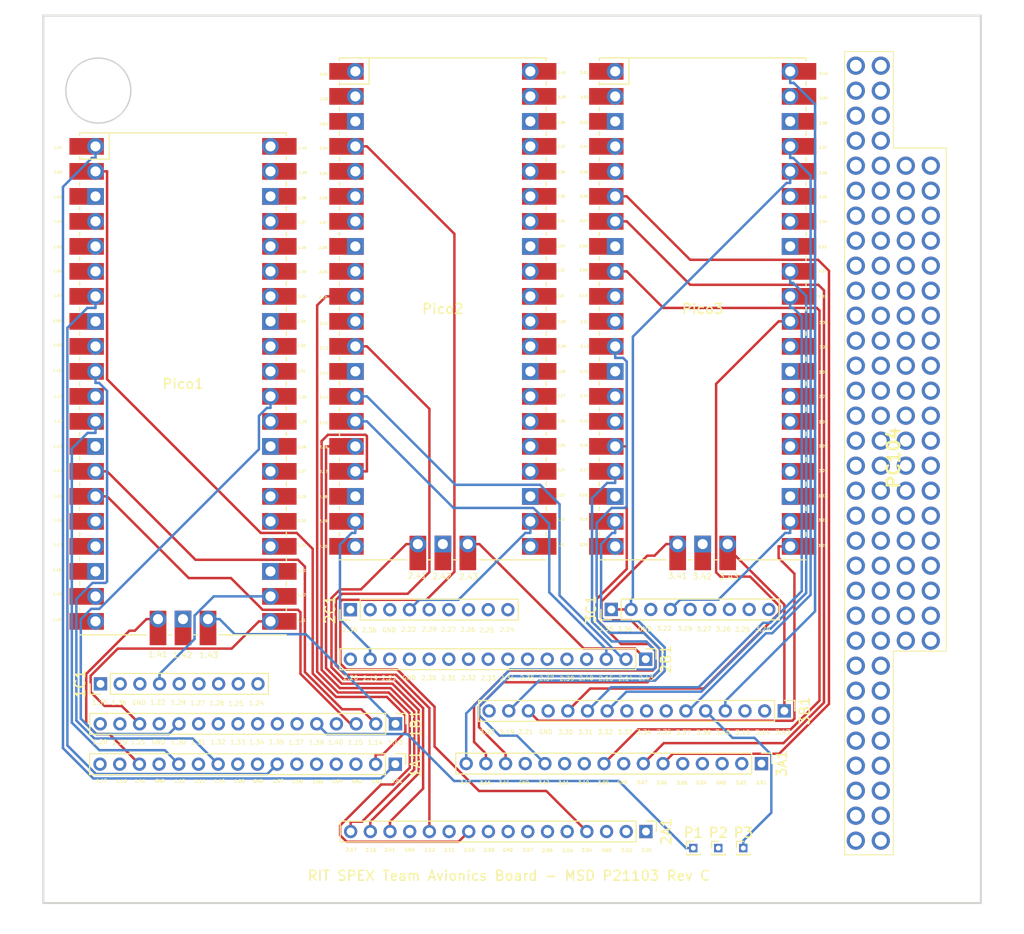
<source format=kicad_pcb>
(kicad_pcb (version 20171130) (host pcbnew "(5.1.7)-1")

  (general
    (thickness 1.57)
    (drawings 263)
    (tracks 940)
    (zones 0)
    (modules 32)
    (nets 109)
  )

  (page A4)
  (layers
    (0 F.Cu signal)
    (1 In1.Cu signal hide)
    (2 In2.Cu signal)
    (31 B.Cu signal hide)
    (32 B.Adhes user)
    (33 F.Adhes user)
    (34 B.Paste user)
    (35 F.Paste user)
    (36 B.SilkS user)
    (37 F.SilkS user)
    (38 B.Mask user)
    (39 F.Mask user)
    (40 Dwgs.User user)
    (41 Cmts.User user)
    (42 Eco1.User user)
    (43 Eco2.User user)
    (44 Edge.Cuts user)
    (45 Margin user)
    (46 B.CrtYd user)
    (47 F.CrtYd user)
    (48 B.Fab user)
    (49 F.Fab user)
  )

  (setup
    (last_trace_width 0.25)
    (trace_clearance 0.2)
    (zone_clearance 0.7)
    (zone_45_only no)
    (trace_min 0.2032)
    (via_size 0.8)
    (via_drill 0.4)
    (via_min_size 0.4064)
    (via_min_drill 0.3)
    (uvia_size 0.3)
    (uvia_drill 0.1)
    (uvias_allowed no)
    (uvia_min_size 0.2032)
    (uvia_min_drill 0.1)
    (edge_width 0.1)
    (segment_width 0.2)
    (pcb_text_width 0.3)
    (pcb_text_size 1.5 1.5)
    (mod_edge_width 0.15)
    (mod_text_size 1 1)
    (mod_text_width 0.15)
    (pad_size 5.699999 5.699999)
    (pad_drill 3.200001)
    (pad_to_mask_clearance 0)
    (aux_axis_origin 0 0)
    (visible_elements 7FFFFFFF)
    (pcbplotparams
      (layerselection 0x010fc_ffffffff)
      (usegerberextensions false)
      (usegerberattributes true)
      (usegerberadvancedattributes true)
      (creategerberjobfile true)
      (excludeedgelayer true)
      (linewidth 0.100000)
      (plotframeref false)
      (viasonmask false)
      (mode 1)
      (useauxorigin false)
      (hpglpennumber 1)
      (hpglpenspeed 20)
      (hpglpendiameter 15.000000)
      (psnegative false)
      (psa4output false)
      (plotreference true)
      (plotvalue true)
      (plotinvisibletext false)
      (padsonsilk false)
      (subtractmaskfromsilk false)
      (outputformat 1)
      (mirror false)
      (drillshape 1)
      (scaleselection 1)
      (outputdirectory ""))
  )

  (net 0 "")
  (net 1 PIN1_17)
  (net 2 PIN1_16)
  (net 3 PIN1_41)
  (net 4 GND)
  (net 5 PIN1_12)
  (net 6 PIN1_11)
  (net 7 PIN1_10)
  (net 8 PIN1_9)
  (net 9 PIN1_7)
  (net 10 PIN1_6)
  (net 11 PIN1_5)
  (net 12 PIN1_4)
  (net 13 PIN1_2)
  (net 14 PIN1_1)
  (net 15 PIN1_20)
  (net 16 PIN1_19)
  (net 17 PIN1_21)
  (net 18 PIN1_30)
  (net 19 PIN1_31)
  (net 20 PIN1_32)
  (net 21 PIN1_33)
  (net 22 PIN1_34)
  (net 23 PIN1_35)
  (net 24 3V3_EN_1)
  (net 25 PIN1_39)
  (net 26 PIN1_40)
  (net 27 PIN1_15)
  (net 28 PIN1_14)
  (net 29 PIN1_43)
  (net 30 FRAM_HOLD_1)
  (net 31 FRAM_WP_1)
  (net 32 FRAM_CS_1)
  (net 33 FRAM_MOSI_1)
  (net 34 FRAM_MISO_1)
  (net 35 FRAM_SCK_1)
  (net 36 FRAM_3V3_1)
  (net 37 PIN2_17)
  (net 38 PIN2_16)
  (net 39 PIN2_41)
  (net 40 PIN2_12)
  (net 41 PIN2_11)
  (net 42 PIN2_10)
  (net 43 PIN2_9)
  (net 44 PIN2_7)
  (net 45 PIN2_6)
  (net 46 PIN2_5)
  (net 47 PIN2_4)
  (net 48 PIN2_2)
  (net 49 PIN2_1)
  (net 50 PIN2_20)
  (net 51 PIN2_19)
  (net 52 PIN2_21)
  (net 53 PIN2_30)
  (net 54 PIN2_31)
  (net 55 PIN2_32)
  (net 56 PIN2_33)
  (net 57 PIN2_34)
  (net 58 PIN2_35)
  (net 59 3V3_EN_2)
  (net 60 PIN2_40)
  (net 61 PIN2_15)
  (net 62 PIN2_14)
  (net 63 PIN2_43)
  (net 64 FRAM_HOLD_2)
  (net 65 FRAM_WP_2)
  (net 66 FRAM_CS_2)
  (net 67 FRAM_MOSI_2)
  (net 68 FRAM_MISO_2)
  (net 69 FRAM_SCK_2)
  (net 70 FRAM_3V3_2)
  (net 71 PIN3_17)
  (net 72 PIN3_16)
  (net 73 PIN3_41)
  (net 74 PIN3_12)
  (net 75 PIN3_11)
  (net 76 PIN3_10)
  (net 77 PIN3_9)
  (net 78 PIN3_7)
  (net 79 PIN3_6)
  (net 80 PIN3_5)
  (net 81 PIN3_4)
  (net 82 PIN3_2)
  (net 83 PIN3_1)
  (net 84 PIN3_20)
  (net 85 PIN3_19)
  (net 86 PIN3_21)
  (net 87 PIN3_30)
  (net 88 PIN3_31)
  (net 89 PIN3_32)
  (net 90 PIN3_33)
  (net 91 PIN3_34)
  (net 92 PIN3_35)
  (net 93 3V3_EN_3)
  (net 94 PIN3_40)
  (net 95 PIN3_15)
  (net 96 PIN3_14)
  (net 97 PIN3_43)
  (net 98 FRAM_HOLD_3)
  (net 99 FRAM_WP_3)
  (net 100 FRAM_CS_3)
  (net 101 FRAM_MOSI_3)
  (net 102 FRAM_MISO_3)
  (net 103 FRAM_SCK_3)
  (net 104 FRAM_3V3_3)
  (net 105 +5V)
  (net 106 KEY)
  (net 107 PIN2_39)
  (net 108 PIN3_39)

  (net_class Default "This is the default net class."
    (clearance 0.2)
    (trace_width 0.25)
    (via_dia 0.8)
    (via_drill 0.4)
    (uvia_dia 0.3)
    (uvia_drill 0.1)
    (diff_pair_width 0.254)
    (diff_pair_gap 0.25)
    (add_net +5V)
    (add_net 3V3_EN_1)
    (add_net 3V3_EN_2)
    (add_net 3V3_EN_3)
    (add_net FRAM_3V3_1)
    (add_net FRAM_3V3_2)
    (add_net FRAM_3V3_3)
    (add_net FRAM_CS_1)
    (add_net FRAM_CS_2)
    (add_net FRAM_CS_3)
    (add_net FRAM_HOLD_1)
    (add_net FRAM_HOLD_2)
    (add_net FRAM_HOLD_3)
    (add_net FRAM_MISO_1)
    (add_net FRAM_MISO_2)
    (add_net FRAM_MISO_3)
    (add_net FRAM_MOSI_1)
    (add_net FRAM_MOSI_2)
    (add_net FRAM_MOSI_3)
    (add_net FRAM_SCK_1)
    (add_net FRAM_SCK_2)
    (add_net FRAM_SCK_3)
    (add_net FRAM_WP_1)
    (add_net FRAM_WP_2)
    (add_net FRAM_WP_3)
    (add_net GND)
    (add_net KEY)
    (add_net PIN1_1)
    (add_net PIN1_10)
    (add_net PIN1_11)
    (add_net PIN1_12)
    (add_net PIN1_14)
    (add_net PIN1_15)
    (add_net PIN1_16)
    (add_net PIN1_17)
    (add_net PIN1_19)
    (add_net PIN1_2)
    (add_net PIN1_20)
    (add_net PIN1_21)
    (add_net PIN1_30)
    (add_net PIN1_31)
    (add_net PIN1_32)
    (add_net PIN1_33)
    (add_net PIN1_34)
    (add_net PIN1_35)
    (add_net PIN1_39)
    (add_net PIN1_4)
    (add_net PIN1_40)
    (add_net PIN1_41)
    (add_net PIN1_43)
    (add_net PIN1_5)
    (add_net PIN1_6)
    (add_net PIN1_7)
    (add_net PIN1_9)
    (add_net PIN2_1)
    (add_net PIN2_10)
    (add_net PIN2_11)
    (add_net PIN2_12)
    (add_net PIN2_14)
    (add_net PIN2_15)
    (add_net PIN2_16)
    (add_net PIN2_17)
    (add_net PIN2_19)
    (add_net PIN2_2)
    (add_net PIN2_20)
    (add_net PIN2_21)
    (add_net PIN2_30)
    (add_net PIN2_31)
    (add_net PIN2_32)
    (add_net PIN2_33)
    (add_net PIN2_34)
    (add_net PIN2_35)
    (add_net PIN2_39)
    (add_net PIN2_4)
    (add_net PIN2_40)
    (add_net PIN2_41)
    (add_net PIN2_43)
    (add_net PIN2_5)
    (add_net PIN2_6)
    (add_net PIN2_7)
    (add_net PIN2_9)
    (add_net PIN3_1)
    (add_net PIN3_10)
    (add_net PIN3_11)
    (add_net PIN3_12)
    (add_net PIN3_14)
    (add_net PIN3_15)
    (add_net PIN3_16)
    (add_net PIN3_17)
    (add_net PIN3_19)
    (add_net PIN3_2)
    (add_net PIN3_20)
    (add_net PIN3_21)
    (add_net PIN3_30)
    (add_net PIN3_31)
    (add_net PIN3_32)
    (add_net PIN3_33)
    (add_net PIN3_34)
    (add_net PIN3_35)
    (add_net PIN3_39)
    (add_net PIN3_4)
    (add_net PIN3_40)
    (add_net PIN3_41)
    (add_net PIN3_43)
    (add_net PIN3_5)
    (add_net PIN3_6)
    (add_net PIN3_7)
    (add_net PIN3_9)
  )

  (module MountingHole:MountingHole_6.4mm_M6 (layer F.Cu) (tedit 56D1B4CB) (tstamp 61548885)
    (at 70.358 113.043)
    (descr "Mounting Hole 6.4mm, no annular, M6")
    (tags "mounting hole 6.4mm no annular m6")
    (attr virtual)
    (fp_text reference h15 (at 0 -7.4) (layer F.SilkS) hide
      (effects (font (size 1 1) (thickness 0.15)))
    )
    (fp_text value MountingHole_6.4mm_M6 (at 0 7.4) (layer F.Fab)
      (effects (font (size 1 1) (thickness 0.15)))
    )
    (fp_circle (center 0 0) (end 6.4 0) (layer Cmts.User) (width 0.15))
    (fp_circle (center 0 0) (end 6.65 0) (layer F.CrtYd) (width 0.05))
    (fp_text user %R (at 0.3 0) (layer F.Fab)
      (effects (font (size 1 1) (thickness 0.15)))
    )
    (pad 1 np_thru_hole circle (at 0 0) (size 6.4 6.4) (drill 6.4) (layers *.Cu *.Mask))
  )

  (module MountingHole:MountingHole_6.4mm_M6 (layer F.Cu) (tedit 56D1B4CB) (tstamp 61548885)
    (at 155.438 116.835)
    (descr "Mounting Hole 6.4mm, no annular, M6")
    (tags "mounting hole 6.4mm no annular m6")
    (attr virtual)
    (fp_text reference h16 (at 0 -7.4) (layer F.SilkS) hide
      (effects (font (size 1 1) (thickness 0.15)))
    )
    (fp_text value MountingHole_6.4mm_M6 (at 0 7.4) (layer F.Fab)
      (effects (font (size 1 1) (thickness 0.15)))
    )
    (fp_circle (center 0 0) (end 6.4 0) (layer Cmts.User) (width 0.15))
    (fp_circle (center 0 0) (end 6.65 0) (layer F.CrtYd) (width 0.05))
    (fp_text user %R (at 0.3 0) (layer F.Fab)
      (effects (font (size 1 1) (thickness 0.15)))
    )
    (pad 1 np_thru_hole circle (at 0 0) (size 6.4 6.4) (drill 6.4) (layers *.Cu *.Mask))
  )

  (module MountingHole:MountingHole_6.4mm_M6 (layer F.Cu) (tedit 56D1B4CB) (tstamp 61548885)
    (at 155.451 36.8427)
    (descr "Mounting Hole 6.4mm, no annular, M6")
    (tags "mounting hole 6.4mm no annular m6")
    (attr virtual)
    (fp_text reference h14 (at 0 -7.4) (layer F.SilkS) hide
      (effects (font (size 1 1) (thickness 0.15)))
    )
    (fp_text value MountingHole_6.4mm_M6 (at 0 7.4) (layer F.Fab)
      (effects (font (size 1 1) (thickness 0.15)))
    )
    (fp_circle (center 0 0) (end 6.4 0) (layer Cmts.User) (width 0.15))
    (fp_circle (center 0 0) (end 6.65 0) (layer F.CrtYd) (width 0.05))
    (fp_text user %R (at 0.3 0) (layer F.Fab)
      (effects (font (size 1 1) (thickness 0.15)))
    )
    (pad 1 np_thru_hole circle (at 0 0) (size 6.4 6.4) (drill 6.4) (layers *.Cu *.Mask))
  )

  (module MountingHole:MountingHole_6.4mm_M6 (layer F.Cu) (tedit 56D1B4CB) (tstamp 6154831D)
    (at 70.8685 39.3649)
    (descr "Mounting Hole 6.4mm, no annular, M6")
    (tags "mounting hole 6.4mm no annular m6")
    (attr virtual)
    (fp_text reference h13 (at 0 -7.4) (layer F.SilkS) hide
      (effects (font (size 1 1) (thickness 0.15)))
    )
    (fp_text value MountingHole_6.4mm_M6 (at 0 7.4) (layer F.Fab)
      (effects (font (size 1 1) (thickness 0.15)))
    )
    (fp_text user %R (at 0.3 0) (layer F.Fab)
      (effects (font (size 1 1) (thickness 0.15)))
    )
    (fp_circle (center 0 0) (end 6.4 0) (layer Cmts.User) (width 0.15))
    (fp_circle (center 0 0) (end 6.65 0) (layer F.CrtYd) (width 0.05))
    (pad 1 np_thru_hole circle (at 0 0) (size 6.4 6.4) (drill 6.4) (layers *.Cu *.Mask))
  )

  (module MCU_RaspberryPi_and_Boards:RPi_Pico_SMD_TH (layer F.Cu) (tedit 6088CFB1) (tstamp 6093032B)
    (at 105.869 61.5493)
    (descr "Through hole straight pin header, 2x20, 2.54mm pitch, double rows")
    (tags "Through hole pin header THT 2x20 2.54mm double row")
    (path /60975053)
    (fp_text reference Pico2 (at 0 0) (layer F.SilkS)
      (effects (font (size 1 1) (thickness 0.15)))
    )
    (fp_text value Pico (at 0 2.159) (layer F.Fab)
      (effects (font (size 1 1) (thickness 0.15)))
    )
    (fp_line (start 1.1 25.5) (end 1.5 25.5) (layer F.SilkS) (width 0.12))
    (fp_line (start -1.5 25.5) (end -1.1 25.5) (layer F.SilkS) (width 0.12))
    (fp_line (start 10.5 25.5) (end 3.7 25.5) (layer F.SilkS) (width 0.12))
    (fp_line (start 10.5 15.1) (end 10.5 15.5) (layer F.SilkS) (width 0.12))
    (fp_line (start 10.5 7.4) (end 10.5 7.8) (layer F.SilkS) (width 0.12))
    (fp_line (start 10.5 -18) (end 10.5 -17.6) (layer F.SilkS) (width 0.12))
    (fp_line (start 10.5 -25.5) (end 10.5 -25.2) (layer F.SilkS) (width 0.12))
    (fp_line (start 10.5 -2.7) (end 10.5 -2.3) (layer F.SilkS) (width 0.12))
    (fp_line (start 10.5 12.5) (end 10.5 12.9) (layer F.SilkS) (width 0.12))
    (fp_line (start 10.5 -7.8) (end 10.5 -7.4) (layer F.SilkS) (width 0.12))
    (fp_line (start 10.5 -12.9) (end 10.5 -12.5) (layer F.SilkS) (width 0.12))
    (fp_line (start 10.5 -0.2) (end 10.5 0.2) (layer F.SilkS) (width 0.12))
    (fp_line (start 10.5 4.9) (end 10.5 5.3) (layer F.SilkS) (width 0.12))
    (fp_line (start 10.5 20.1) (end 10.5 20.5) (layer F.SilkS) (width 0.12))
    (fp_line (start 10.5 22.7) (end 10.5 23.1) (layer F.SilkS) (width 0.12))
    (fp_line (start 10.5 17.6) (end 10.5 18) (layer F.SilkS) (width 0.12))
    (fp_line (start 10.5 -15.4) (end 10.5 -15) (layer F.SilkS) (width 0.12))
    (fp_line (start 10.5 -23.1) (end 10.5 -22.7) (layer F.SilkS) (width 0.12))
    (fp_line (start 10.5 -20.5) (end 10.5 -20.1) (layer F.SilkS) (width 0.12))
    (fp_line (start 10.5 10) (end 10.5 10.4) (layer F.SilkS) (width 0.12))
    (fp_line (start 10.5 2.3) (end 10.5 2.7) (layer F.SilkS) (width 0.12))
    (fp_line (start 10.5 -5.3) (end 10.5 -4.9) (layer F.SilkS) (width 0.12))
    (fp_line (start 10.5 -10.4) (end 10.5 -10) (layer F.SilkS) (width 0.12))
    (fp_line (start -10.5 22.7) (end -10.5 23.1) (layer F.SilkS) (width 0.12))
    (fp_line (start -10.5 20.1) (end -10.5 20.5) (layer F.SilkS) (width 0.12))
    (fp_line (start -10.5 17.6) (end -10.5 18) (layer F.SilkS) (width 0.12))
    (fp_line (start -10.5 15.1) (end -10.5 15.5) (layer F.SilkS) (width 0.12))
    (fp_line (start -10.5 12.5) (end -10.5 12.9) (layer F.SilkS) (width 0.12))
    (fp_line (start -10.5 10) (end -10.5 10.4) (layer F.SilkS) (width 0.12))
    (fp_line (start -10.5 7.4) (end -10.5 7.8) (layer F.SilkS) (width 0.12))
    (fp_line (start -10.5 4.9) (end -10.5 5.3) (layer F.SilkS) (width 0.12))
    (fp_line (start -10.5 2.3) (end -10.5 2.7) (layer F.SilkS) (width 0.12))
    (fp_line (start -10.5 -0.2) (end -10.5 0.2) (layer F.SilkS) (width 0.12))
    (fp_line (start -10.5 -2.7) (end -10.5 -2.3) (layer F.SilkS) (width 0.12))
    (fp_line (start -10.5 -5.3) (end -10.5 -4.9) (layer F.SilkS) (width 0.12))
    (fp_line (start -10.5 -7.8) (end -10.5 -7.4) (layer F.SilkS) (width 0.12))
    (fp_line (start -10.5 -10.4) (end -10.5 -10) (layer F.SilkS) (width 0.12))
    (fp_line (start -10.5 -12.9) (end -10.5 -12.5) (layer F.SilkS) (width 0.12))
    (fp_line (start -10.5 -15.4) (end -10.5 -15) (layer F.SilkS) (width 0.12))
    (fp_line (start -10.5 -18) (end -10.5 -17.6) (layer F.SilkS) (width 0.12))
    (fp_line (start -10.5 -20.5) (end -10.5 -20.1) (layer F.SilkS) (width 0.12))
    (fp_line (start -10.5 -23.1) (end -10.5 -22.7) (layer F.SilkS) (width 0.12))
    (fp_line (start -10.5 -25.5) (end -10.5 -25.2) (layer F.SilkS) (width 0.12))
    (fp_line (start -7.493 -22.833) (end -7.493 -25.5) (layer F.SilkS) (width 0.12))
    (fp_line (start -10.5 -22.833) (end -7.493 -22.833) (layer F.SilkS) (width 0.12))
    (fp_line (start -3.7 25.5) (end -10.5 25.5) (layer F.SilkS) (width 0.12))
    (fp_line (start -10.5 -25.5) (end 10.5 -25.5) (layer F.SilkS) (width 0.12))
    (fp_line (start -11 26) (end -11 -26) (layer F.CrtYd) (width 0.12))
    (fp_line (start 11 26) (end -11 26) (layer F.CrtYd) (width 0.12))
    (fp_line (start 11 -26) (end 11 26) (layer F.CrtYd) (width 0.12))
    (fp_line (start -11 -26) (end 11 -26) (layer F.CrtYd) (width 0.12))
    (fp_line (start -10.5 -24.2) (end -9.2 -25.5) (layer F.Fab) (width 0.12))
    (fp_line (start -10.5 25.5) (end -10.5 -25.5) (layer F.Fab) (width 0.12))
    (fp_line (start 10.5 25.5) (end -10.5 25.5) (layer F.Fab) (width 0.12))
    (fp_line (start 10.5 -25.5) (end 10.5 25.5) (layer F.Fab) (width 0.12))
    (fp_line (start -10.5 -25.5) (end 10.5 -25.5) (layer F.Fab) (width 0.12))
    (fp_poly (pts (xy -1.5 -16.5) (xy -3.5 -16.5) (xy -3.5 -18.5) (xy -1.5 -18.5)) (layer Dwgs.User) (width 0.1))
    (fp_poly (pts (xy -1.5 -14) (xy -3.5 -14) (xy -3.5 -16) (xy -1.5 -16)) (layer Dwgs.User) (width 0.1))
    (fp_poly (pts (xy -1.5 -11.5) (xy -3.5 -11.5) (xy -3.5 -13.5) (xy -1.5 -13.5)) (layer Dwgs.User) (width 0.1))
    (fp_poly (pts (xy 3.7 -20.2) (xy -3.7 -20.2) (xy -3.7 -24.9) (xy 3.7 -24.9)) (layer Dwgs.User) (width 0.1))
    (fp_text user %R (at 0 0 180) (layer F.Fab)
      (effects (font (size 1 1) (thickness 0.15)))
    )
    (pad 1 thru_hole oval (at -8.89 -24.13) (size 1.7 1.7) (drill 1.02) (layers *.Cu *.Mask)
      (net 49 PIN2_1))
    (pad 2 thru_hole oval (at -8.89 -21.59) (size 1.7 1.7) (drill 1.02) (layers *.Cu *.Mask)
      (net 48 PIN2_2))
    (pad 3 thru_hole rect (at -8.89 -19.05) (size 1.7 1.7) (drill 1.02) (layers *.Cu *.Mask)
      (net 4 GND))
    (pad 4 thru_hole oval (at -8.89 -16.51) (size 1.7 1.7) (drill 1.02) (layers *.Cu *.Mask)
      (net 47 PIN2_4))
    (pad 5 thru_hole oval (at -8.89 -13.97) (size 1.7 1.7) (drill 1.02) (layers *.Cu *.Mask)
      (net 46 PIN2_5))
    (pad 6 thru_hole oval (at -8.89 -11.43) (size 1.7 1.7) (drill 1.02) (layers *.Cu *.Mask)
      (net 45 PIN2_6))
    (pad 7 thru_hole oval (at -8.89 -8.89) (size 1.7 1.7) (drill 1.02) (layers *.Cu *.Mask)
      (net 44 PIN2_7))
    (pad 8 thru_hole rect (at -8.89 -6.35) (size 1.7 1.7) (drill 1.02) (layers *.Cu *.Mask)
      (net 4 GND))
    (pad 9 thru_hole oval (at -8.89 -3.81) (size 1.7 1.7) (drill 1.02) (layers *.Cu *.Mask)
      (net 43 PIN2_9))
    (pad 10 thru_hole oval (at -8.89 -1.27) (size 1.7 1.7) (drill 1.02) (layers *.Cu *.Mask)
      (net 42 PIN2_10))
    (pad 11 thru_hole oval (at -8.89 1.27) (size 1.7 1.7) (drill 1.02) (layers *.Cu *.Mask)
      (net 41 PIN2_11))
    (pad 12 thru_hole oval (at -8.89 3.81) (size 1.7 1.7) (drill 1.02) (layers *.Cu *.Mask)
      (net 40 PIN2_12))
    (pad 13 thru_hole rect (at -8.89 6.35) (size 1.7 1.7) (drill 1.02) (layers *.Cu *.Mask)
      (net 4 GND))
    (pad 14 thru_hole oval (at -8.89 8.89) (size 1.7 1.7) (drill 1.02) (layers *.Cu *.Mask)
      (net 62 PIN2_14))
    (pad 15 thru_hole oval (at -8.89 11.43) (size 1.7 1.7) (drill 1.02) (layers *.Cu *.Mask)
      (net 61 PIN2_15))
    (pad 16 thru_hole oval (at -8.89 13.97) (size 1.7 1.7) (drill 1.02) (layers *.Cu *.Mask)
      (net 38 PIN2_16))
    (pad 17 thru_hole oval (at -8.89 16.51) (size 1.7 1.7) (drill 1.02) (layers *.Cu *.Mask)
      (net 37 PIN2_17))
    (pad 18 thru_hole rect (at -8.89 19.05) (size 1.7 1.7) (drill 1.02) (layers *.Cu *.Mask)
      (net 4 GND))
    (pad 19 thru_hole oval (at -8.89 21.59) (size 1.7 1.7) (drill 1.02) (layers *.Cu *.Mask)
      (net 51 PIN2_19))
    (pad 20 thru_hole oval (at -8.89 24.13) (size 1.7 1.7) (drill 1.02) (layers *.Cu *.Mask)
      (net 50 PIN2_20))
    (pad 21 thru_hole oval (at 8.89 24.13) (size 1.7 1.7) (drill 1.02) (layers *.Cu *.Mask)
      (net 52 PIN2_21))
    (pad 22 thru_hole oval (at 8.89 21.59) (size 1.7 1.7) (drill 1.02) (layers *.Cu *.Mask)
      (net 69 FRAM_SCK_2))
    (pad 23 thru_hole rect (at 8.89 19.05) (size 1.7 1.7) (drill 1.02) (layers *.Cu *.Mask)
      (net 4 GND))
    (pad 24 thru_hole oval (at 8.89 16.51) (size 1.7 1.7) (drill 1.02) (layers *.Cu *.Mask)
      (net 64 FRAM_HOLD_2))
    (pad 25 thru_hole oval (at 8.89 13.97) (size 1.7 1.7) (drill 1.02) (layers *.Cu *.Mask)
      (net 65 FRAM_WP_2))
    (pad 26 thru_hole oval (at 8.89 11.43) (size 1.7 1.7) (drill 1.02) (layers *.Cu *.Mask)
      (net 66 FRAM_CS_2))
    (pad 27 thru_hole oval (at 8.89 8.89) (size 1.7 1.7) (drill 1.02) (layers *.Cu *.Mask)
      (net 67 FRAM_MOSI_2))
    (pad 28 thru_hole rect (at 8.89 6.35) (size 1.7 1.7) (drill 1.02) (layers *.Cu *.Mask)
      (net 4 GND))
    (pad 29 thru_hole oval (at 8.89 3.81) (size 1.7 1.7) (drill 1.02) (layers *.Cu *.Mask)
      (net 68 FRAM_MISO_2))
    (pad 30 thru_hole oval (at 8.89 1.27) (size 1.7 1.7) (drill 1.02) (layers *.Cu *.Mask)
      (net 53 PIN2_30))
    (pad 31 thru_hole oval (at 8.89 -1.27) (size 1.7 1.7) (drill 1.02) (layers *.Cu *.Mask)
      (net 54 PIN2_31))
    (pad 32 thru_hole oval (at 8.89 -3.81) (size 1.7 1.7) (drill 1.02) (layers *.Cu *.Mask)
      (net 55 PIN2_32))
    (pad 33 thru_hole rect (at 8.89 -6.35) (size 1.7 1.7) (drill 1.02) (layers *.Cu *.Mask)
      (net 56 PIN2_33))
    (pad 34 thru_hole oval (at 8.89 -8.89) (size 1.7 1.7) (drill 1.02) (layers *.Cu *.Mask)
      (net 57 PIN2_34))
    (pad 35 thru_hole oval (at 8.89 -11.43) (size 1.7 1.7) (drill 1.02) (layers *.Cu *.Mask)
      (net 58 PIN2_35))
    (pad 36 thru_hole oval (at 8.89 -13.97) (size 1.7 1.7) (drill 1.02) (layers *.Cu *.Mask)
      (net 70 FRAM_3V3_2))
    (pad 37 thru_hole oval (at 8.89 -16.51) (size 1.7 1.7) (drill 1.02) (layers *.Cu *.Mask)
      (net 59 3V3_EN_2))
    (pad 38 thru_hole rect (at 8.89 -19.05) (size 1.7 1.7) (drill 1.02) (layers *.Cu *.Mask)
      (net 4 GND))
    (pad 39 thru_hole oval (at 8.89 -21.59) (size 1.7 1.7) (drill 1.02) (layers *.Cu *.Mask)
      (net 107 PIN2_39))
    (pad 40 thru_hole oval (at 8.89 -24.13) (size 1.7 1.7) (drill 1.02) (layers *.Cu *.Mask)
      (net 60 PIN2_40))
    (pad 1 smd rect (at -8.89 -24.13) (size 3.5 1.7) (drill (offset -0.9 0)) (layers F.Cu F.Mask)
      (net 49 PIN2_1))
    (pad 2 smd rect (at -8.89 -21.59) (size 3.5 1.7) (drill (offset -0.9 0)) (layers F.Cu F.Mask)
      (net 48 PIN2_2))
    (pad 3 smd rect (at -8.89 -19.05) (size 3.5 1.7) (drill (offset -0.9 0)) (layers F.Cu F.Mask)
      (net 4 GND))
    (pad 4 smd rect (at -8.89 -16.51) (size 3.5 1.7) (drill (offset -0.9 0)) (layers F.Cu F.Mask)
      (net 47 PIN2_4))
    (pad 5 smd rect (at -8.89 -13.97) (size 3.5 1.7) (drill (offset -0.9 0)) (layers F.Cu F.Mask)
      (net 46 PIN2_5))
    (pad 6 smd rect (at -8.89 -11.43) (size 3.5 1.7) (drill (offset -0.9 0)) (layers F.Cu F.Mask)
      (net 45 PIN2_6))
    (pad 7 smd rect (at -8.89 -8.89) (size 3.5 1.7) (drill (offset -0.9 0)) (layers F.Cu F.Mask)
      (net 44 PIN2_7))
    (pad 8 smd rect (at -8.89 -6.35) (size 3.5 1.7) (drill (offset -0.9 0)) (layers F.Cu F.Mask)
      (net 4 GND))
    (pad 9 smd rect (at -8.89 -3.81) (size 3.5 1.7) (drill (offset -0.9 0)) (layers F.Cu F.Mask)
      (net 43 PIN2_9))
    (pad 10 smd rect (at -8.89 -1.27) (size 3.5 1.7) (drill (offset -0.9 0)) (layers F.Cu F.Mask)
      (net 42 PIN2_10))
    (pad 11 smd rect (at -8.89 1.27) (size 3.5 1.7) (drill (offset -0.9 0)) (layers F.Cu F.Mask)
      (net 41 PIN2_11))
    (pad 12 smd rect (at -8.89 3.81) (size 3.5 1.7) (drill (offset -0.9 0)) (layers F.Cu F.Mask)
      (net 40 PIN2_12))
    (pad 13 smd rect (at -8.89 6.35) (size 3.5 1.7) (drill (offset -0.9 0)) (layers F.Cu F.Mask)
      (net 4 GND))
    (pad 14 smd rect (at -8.89 8.89) (size 3.5 1.7) (drill (offset -0.9 0)) (layers F.Cu F.Mask)
      (net 62 PIN2_14))
    (pad 15 smd rect (at -8.89 11.43) (size 3.5 1.7) (drill (offset -0.9 0)) (layers F.Cu F.Mask)
      (net 61 PIN2_15))
    (pad 16 smd rect (at -8.89 13.97) (size 3.5 1.7) (drill (offset -0.9 0)) (layers F.Cu F.Mask)
      (net 38 PIN2_16))
    (pad 17 smd rect (at -8.89 16.51) (size 3.5 1.7) (drill (offset -0.9 0)) (layers F.Cu F.Mask)
      (net 37 PIN2_17))
    (pad 18 smd rect (at -8.89 19.05) (size 3.5 1.7) (drill (offset -0.9 0)) (layers F.Cu F.Mask)
      (net 4 GND))
    (pad 19 smd rect (at -8.89 21.59) (size 3.5 1.7) (drill (offset -0.9 0)) (layers F.Cu F.Mask)
      (net 51 PIN2_19))
    (pad 20 smd rect (at -8.89 24.13) (size 3.5 1.7) (drill (offset -0.9 0)) (layers F.Cu F.Mask)
      (net 50 PIN2_20))
    (pad 40 smd rect (at 8.89 -24.13) (size 3.5 1.7) (drill (offset 0.9 0)) (layers F.Cu F.Mask)
      (net 60 PIN2_40))
    (pad 39 smd rect (at 8.89 -21.59) (size 3.5 1.7) (drill (offset 0.9 0)) (layers F.Cu F.Mask)
      (net 107 PIN2_39))
    (pad 38 smd rect (at 8.89 -19.05) (size 3.5 1.7) (drill (offset 0.9 0)) (layers F.Cu F.Mask)
      (net 4 GND))
    (pad 37 smd rect (at 8.89 -16.51) (size 3.5 1.7) (drill (offset 0.9 0)) (layers F.Cu F.Mask)
      (net 59 3V3_EN_2))
    (pad 36 smd rect (at 8.89 -13.97) (size 3.5 1.7) (drill (offset 0.9 0)) (layers F.Cu F.Mask)
      (net 70 FRAM_3V3_2))
    (pad 35 smd rect (at 8.89 -11.43) (size 3.5 1.7) (drill (offset 0.9 0)) (layers F.Cu F.Mask)
      (net 58 PIN2_35))
    (pad 34 smd rect (at 8.89 -8.89) (size 3.5 1.7) (drill (offset 0.9 0)) (layers F.Cu F.Mask)
      (net 57 PIN2_34))
    (pad 33 smd rect (at 8.89 -6.35) (size 3.5 1.7) (drill (offset 0.9 0)) (layers F.Cu F.Mask)
      (net 56 PIN2_33))
    (pad 32 smd rect (at 8.89 -3.81) (size 3.5 1.7) (drill (offset 0.9 0)) (layers F.Cu F.Mask)
      (net 55 PIN2_32))
    (pad 31 smd rect (at 8.89 -1.27) (size 3.5 1.7) (drill (offset 0.9 0)) (layers F.Cu F.Mask)
      (net 54 PIN2_31))
    (pad 30 smd rect (at 8.89 1.27) (size 3.5 1.7) (drill (offset 0.9 0)) (layers F.Cu F.Mask)
      (net 53 PIN2_30))
    (pad 29 smd rect (at 8.89 3.81) (size 3.5 1.7) (drill (offset 0.9 0)) (layers F.Cu F.Mask)
      (net 68 FRAM_MISO_2))
    (pad 28 smd rect (at 8.89 6.35) (size 3.5 1.7) (drill (offset 0.9 0)) (layers F.Cu F.Mask)
      (net 4 GND))
    (pad 27 smd rect (at 8.89 8.89) (size 3.5 1.7) (drill (offset 0.9 0)) (layers F.Cu F.Mask)
      (net 67 FRAM_MOSI_2))
    (pad 26 smd rect (at 8.89 11.43) (size 3.5 1.7) (drill (offset 0.9 0)) (layers F.Cu F.Mask)
      (net 66 FRAM_CS_2))
    (pad 25 smd rect (at 8.89 13.97) (size 3.5 1.7) (drill (offset 0.9 0)) (layers F.Cu F.Mask)
      (net 65 FRAM_WP_2))
    (pad 24 smd rect (at 8.89 16.51) (size 3.5 1.7) (drill (offset 0.9 0)) (layers F.Cu F.Mask)
      (net 64 FRAM_HOLD_2))
    (pad 23 smd rect (at 8.89 19.05) (size 3.5 1.7) (drill (offset 0.9 0)) (layers F.Cu F.Mask)
      (net 4 GND))
    (pad 22 smd rect (at 8.89 21.59) (size 3.5 1.7) (drill (offset 0.9 0)) (layers F.Cu F.Mask)
      (net 69 FRAM_SCK_2))
    (pad 21 smd rect (at 8.89 24.13) (size 3.5 1.7) (drill (offset 0.9 0)) (layers F.Cu F.Mask)
      (net 52 PIN2_21))
    (pad "" np_thru_hole oval (at -2.725 -24) (size 1.8 1.8) (drill 1.8) (layers *.Cu *.Mask))
    (pad "" np_thru_hole oval (at 2.725 -24) (size 1.8 1.8) (drill 1.8) (layers *.Cu *.Mask))
    (pad "" np_thru_hole oval (at -2.425 -20.97) (size 1.5 1.5) (drill 1.5) (layers *.Cu *.Mask))
    (pad "" np_thru_hole oval (at 2.425 -20.97) (size 1.5 1.5) (drill 1.5) (layers *.Cu *.Mask))
    (pad 41 smd rect (at -2.54 23.9 90) (size 3.5 1.7) (drill (offset -0.9 0)) (layers F.Cu F.Mask)
      (net 39 PIN2_41))
    (pad 41 thru_hole oval (at -2.54 23.9) (size 1.7 1.7) (drill 1.02) (layers *.Cu *.Mask)
      (net 39 PIN2_41))
    (pad 42 smd rect (at 0 23.9 90) (size 3.5 1.7) (drill (offset -0.9 0)) (layers F.Cu F.Mask)
      (net 4 GND))
    (pad 42 thru_hole rect (at 0 23.9) (size 1.7 1.7) (drill 1.02) (layers *.Cu *.Mask)
      (net 4 GND))
    (pad 43 smd rect (at 2.54 23.9 90) (size 3.5 1.7) (drill (offset -0.9 0)) (layers F.Cu F.Mask)
      (net 63 PIN2_43))
    (pad 43 thru_hole oval (at 2.54 23.9) (size 1.7 1.7) (drill 1.02) (layers *.Cu *.Mask)
      (net 63 PIN2_43))
    (model "C:/Users/bsztu/College/y4.2/msd/KiCad-RP-Pico-main/RP-Pico Libraries/Pico.wrl"
      (offset (xyz -10.5 -25 0))
      (scale (xyz 10 10 10))
      (rotate (xyz 0 0 0))
    )
  )

  (module MountingHole:MountingHole_2.1mm (layer F.Cu) (tedit 5B924765) (tstamp 615464AF)
    (at 111.569 38.0493)
    (descr "Mounting Hole 2.1mm, no annular")
    (tags "mounting hole 2.1mm no annular")
    (attr virtual)
    (fp_text reference h6 (at 0 -3.2) (layer F.SilkS) hide
      (effects (font (size 1 1) (thickness 0.15)))
    )
    (fp_text value MountingHole_2.1mm (at 0 3.2) (layer F.Fab)
      (effects (font (size 1 1) (thickness 0.15)))
    )
    (fp_circle (center 0 0) (end 2.1 0) (layer Cmts.User) (width 0.15))
    (fp_circle (center 0 0) (end 2.35 0) (layer F.CrtYd) (width 0.05))
    (fp_text user %R (at 0.3 0) (layer F.Fab)
      (effects (font (size 1 1) (thickness 0.15)))
    )
    (pad "" np_thru_hole circle (at 0 0) (size 2.1 2.1) (drill 2.1) (layers *.Cu *.Mask))
  )

  (module MountingHole:MountingHole_2.1mm (layer F.Cu) (tedit 5B924765) (tstamp 615464AF)
    (at 100.169 85.0493)
    (descr "Mounting Hole 2.1mm, no annular")
    (tags "mounting hole 2.1mm no annular")
    (attr virtual)
    (fp_text reference h7 (at 0 -3.2) (layer F.SilkS) hide
      (effects (font (size 1 1) (thickness 0.15)))
    )
    (fp_text value MountingHole_2.1mm (at 0 3.2) (layer F.Fab)
      (effects (font (size 1 1) (thickness 0.15)))
    )
    (fp_circle (center 0 0) (end 2.1 0) (layer Cmts.User) (width 0.15))
    (fp_circle (center 0 0) (end 2.35 0) (layer F.CrtYd) (width 0.05))
    (fp_text user %R (at 0.3 0) (layer F.Fab)
      (effects (font (size 1 1) (thickness 0.15)))
    )
    (pad "" np_thru_hole circle (at 0 0) (size 2.1 2.1) (drill 2.1) (layers *.Cu *.Mask))
  )

  (module MountingHole:MountingHole_2.1mm (layer F.Cu) (tedit 5B924765) (tstamp 615464AF)
    (at 126.569 38.0493)
    (descr "Mounting Hole 2.1mm, no annular")
    (tags "mounting hole 2.1mm no annular")
    (attr virtual)
    (fp_text reference h9 (at 0 -3.2) (layer F.SilkS) hide
      (effects (font (size 1 1) (thickness 0.15)))
    )
    (fp_text value MountingHole_2.1mm (at 0 3.2) (layer F.Fab)
      (effects (font (size 1 1) (thickness 0.15)))
    )
    (fp_circle (center 0 0) (end 2.1 0) (layer Cmts.User) (width 0.15))
    (fp_circle (center 0 0) (end 2.35 0) (layer F.CrtYd) (width 0.05))
    (fp_text user %R (at 0.3 0) (layer F.Fab)
      (effects (font (size 1 1) (thickness 0.15)))
    )
    (pad "" np_thru_hole circle (at 0 0) (size 2.1 2.1) (drill 2.1) (layers *.Cu *.Mask))
  )

  (module MountingHole:MountingHole_2.1mm (layer F.Cu) (tedit 5B924765) (tstamp 615464AF)
    (at 126.569 85.0493)
    (descr "Mounting Hole 2.1mm, no annular")
    (tags "mounting hole 2.1mm no annular")
    (attr virtual)
    (fp_text reference h11 (at 0 -3.2) (layer F.SilkS) hide
      (effects (font (size 1 1) (thickness 0.15)))
    )
    (fp_text value MountingHole_2.1mm (at 0 3.2) (layer F.Fab)
      (effects (font (size 1 1) (thickness 0.15)))
    )
    (fp_circle (center 0 0) (end 2.1 0) (layer Cmts.User) (width 0.15))
    (fp_circle (center 0 0) (end 2.35 0) (layer F.CrtYd) (width 0.05))
    (fp_text user %R (at 0.3 0) (layer F.Fab)
      (effects (font (size 1 1) (thickness 0.15)))
    )
    (pad "" np_thru_hole circle (at 0 0) (size 2.1 2.1) (drill 2.1) (layers *.Cu *.Mask))
  )

  (module MountingHole:MountingHole_2.1mm (layer F.Cu) (tedit 5B924765) (tstamp 615464AF)
    (at 137.969 38.0493)
    (descr "Mounting Hole 2.1mm, no annular")
    (tags "mounting hole 2.1mm no annular")
    (attr virtual)
    (fp_text reference h10 (at 0 -3.2) (layer F.SilkS) hide
      (effects (font (size 1 1) (thickness 0.15)))
    )
    (fp_text value MountingHole_2.1mm (at 0 3.2) (layer F.Fab)
      (effects (font (size 1 1) (thickness 0.15)))
    )
    (fp_circle (center 0 0) (end 2.1 0) (layer Cmts.User) (width 0.15))
    (fp_circle (center 0 0) (end 2.35 0) (layer F.CrtYd) (width 0.05))
    (fp_text user %R (at 0.3 0) (layer F.Fab)
      (effects (font (size 1 1) (thickness 0.15)))
    )
    (pad "" np_thru_hole circle (at 0 0) (size 2.1 2.1) (drill 2.1) (layers *.Cu *.Mask))
  )

  (module MountingHole:MountingHole_2.1mm (layer F.Cu) (tedit 5B924765) (tstamp 615464AF)
    (at 137.969 85.0493)
    (descr "Mounting Hole 2.1mm, no annular")
    (tags "mounting hole 2.1mm no annular")
    (attr virtual)
    (fp_text reference h12 (at 0 -3.2) (layer F.SilkS) hide
      (effects (font (size 1 1) (thickness 0.15)))
    )
    (fp_text value MountingHole_2.1mm (at 0 3.2) (layer F.Fab)
      (effects (font (size 1 1) (thickness 0.15)))
    )
    (fp_circle (center 0 0) (end 2.1 0) (layer Cmts.User) (width 0.15))
    (fp_circle (center 0 0) (end 2.35 0) (layer F.CrtYd) (width 0.05))
    (fp_text user %R (at 0.3 0) (layer F.Fab)
      (effects (font (size 1 1) (thickness 0.15)))
    )
    (pad "" np_thru_hole circle (at 0 0) (size 2.1 2.1) (drill 2.1) (layers *.Cu *.Mask))
  )

  (module MountingHole:MountingHole_2.1mm (layer F.Cu) (tedit 5B924765) (tstamp 615464AF)
    (at 111.569 85.0493)
    (descr "Mounting Hole 2.1mm, no annular")
    (tags "mounting hole 2.1mm no annular")
    (attr virtual)
    (fp_text reference h8 (at 0 -3.2) (layer F.SilkS) hide
      (effects (font (size 1 1) (thickness 0.15)))
    )
    (fp_text value MountingHole_2.1mm (at 0 3.2) (layer F.Fab)
      (effects (font (size 1 1) (thickness 0.15)))
    )
    (fp_circle (center 0 0) (end 2.1 0) (layer Cmts.User) (width 0.15))
    (fp_circle (center 0 0) (end 2.35 0) (layer F.CrtYd) (width 0.05))
    (fp_text user %R (at 0.3 0) (layer F.Fab)
      (effects (font (size 1 1) (thickness 0.15)))
    )
    (pad "" np_thru_hole circle (at 0 0) (size 2.1 2.1) (drill 2.1) (layers *.Cu *.Mask))
  )

  (module MountingHole:MountingHole_2.1mm (layer F.Cu) (tedit 5B924765) (tstamp 615464AF)
    (at 100.169 38.0493)
    (descr "Mounting Hole 2.1mm, no annular")
    (tags "mounting hole 2.1mm no annular")
    (attr virtual)
    (fp_text reference h5 (at 0 -3.2) (layer F.SilkS) hide
      (effects (font (size 1 1) (thickness 0.15)))
    )
    (fp_text value MountingHole_2.1mm (at 0 3.2) (layer F.Fab)
      (effects (font (size 1 1) (thickness 0.15)))
    )
    (fp_circle (center 0 0) (end 2.1 0) (layer Cmts.User) (width 0.15))
    (fp_circle (center 0 0) (end 2.35 0) (layer F.CrtYd) (width 0.05))
    (fp_text user %R (at 0.3 0) (layer F.Fab)
      (effects (font (size 1 1) (thickness 0.15)))
    )
    (pad "" np_thru_hole circle (at 0 0) (size 2.1 2.1) (drill 2.1) (layers *.Cu *.Mask))
  )

  (module MountingHole:MountingHole_2.1mm (layer F.Cu) (tedit 5B924765) (tstamp 615464AF)
    (at 85.169 45.6693)
    (descr "Mounting Hole 2.1mm, no annular")
    (tags "mounting hole 2.1mm no annular")
    (attr virtual)
    (fp_text reference h2 (at 0 -3.2) (layer F.SilkS) hide
      (effects (font (size 1 1) (thickness 0.15)))
    )
    (fp_text value MountingHole_2.1mm (at 0 3.2) (layer F.Fab)
      (effects (font (size 1 1) (thickness 0.15)))
    )
    (fp_circle (center 0 0) (end 2.1 0) (layer Cmts.User) (width 0.15))
    (fp_circle (center 0 0) (end 2.35 0) (layer F.CrtYd) (width 0.05))
    (fp_text user %R (at 0.3 0) (layer F.Fab)
      (effects (font (size 1 1) (thickness 0.15)))
    )
    (pad "" np_thru_hole circle (at 0 0) (size 2.1 2.1) (drill 2.1) (layers *.Cu *.Mask))
  )

  (module MountingHole:MountingHole_2.1mm (layer F.Cu) (tedit 5B924765) (tstamp 615464AF)
    (at 73.769 92.6693)
    (descr "Mounting Hole 2.1mm, no annular")
    (tags "mounting hole 2.1mm no annular")
    (attr virtual)
    (fp_text reference h3 (at 0 -3.2) (layer F.SilkS) hide
      (effects (font (size 1 1) (thickness 0.15)))
    )
    (fp_text value MountingHole_2.1mm (at 0 3.2) (layer F.Fab)
      (effects (font (size 1 1) (thickness 0.15)))
    )
    (fp_circle (center 0 0) (end 2.1 0) (layer Cmts.User) (width 0.15))
    (fp_circle (center 0 0) (end 2.35 0) (layer F.CrtYd) (width 0.05))
    (fp_text user %R (at 0.3 0) (layer F.Fab)
      (effects (font (size 1 1) (thickness 0.15)))
    )
    (pad "" np_thru_hole circle (at 0 0) (size 2.1 2.1) (drill 2.1) (layers *.Cu *.Mask))
  )

  (module MountingHole:MountingHole_2.1mm (layer F.Cu) (tedit 5B924765) (tstamp 615464AD)
    (at 73.769 45.6693)
    (descr "Mounting Hole 2.1mm, no annular")
    (tags "mounting hole 2.1mm no annular")
    (attr virtual)
    (fp_text reference h1 (at 0 -3.2) (layer F.SilkS) hide
      (effects (font (size 1 1) (thickness 0.15)))
    )
    (fp_text value MountingHole_2.1mm (at 0 3.2) (layer F.Fab)
      (effects (font (size 1 1) (thickness 0.15)))
    )
    (fp_text user %R (at 0.3 0) (layer F.Fab)
      (effects (font (size 1 1) (thickness 0.15)))
    )
    (fp_circle (center 0 0) (end 2.1 0) (layer Cmts.User) (width 0.15))
    (fp_circle (center 0 0) (end 2.35 0) (layer F.CrtYd) (width 0.05))
    (pad "" np_thru_hole circle (at 0 0) (size 2.1 2.1) (drill 2.1) (layers *.Cu *.Mask))
  )

  (module MountingHole:MountingHole_2.1mm (layer F.Cu) (tedit 5B924765) (tstamp 61547595)
    (at 85.169 92.6693)
    (descr "Mounting Hole 2.1mm, no annular")
    (tags "mounting hole 2.1mm no annular")
    (attr virtual)
    (fp_text reference h4 (at 0 -3.2) (layer F.SilkS) hide
      (effects (font (size 1 1) (thickness 0.15)))
    )
    (fp_text value MountingHole_2.1mm (at 0 3.2) (layer F.Fab)
      (effects (font (size 1 1) (thickness 0.15)))
    )
    (fp_text user %R (at 0.3 0) (layer F.Fab)
      (effects (font (size 1 1) (thickness 0.15)))
    )
    (fp_circle (center 0 0) (end 2.1 0) (layer Cmts.User) (width 0.15))
    (fp_circle (center 0 0) (end 2.35 0) (layer F.CrtYd) (width 0.05))
    (pad "" np_thru_hole circle (at 0 0) (size 2.1 2.1) (drill 2.1) (layers *.Cu *.Mask))
  )

  (module MCU_RaspberryPi_and_Boards:RPi_Pico_SMD_TH (layer F.Cu) (tedit 6088CFB1) (tstamp 613E6133)
    (at 132.269 61.5493)
    (descr "Through hole straight pin header, 2x20, 2.54mm pitch, double rows")
    (tags "Through hole pin header THT 2x20 2.54mm double row")
    (path /60987A2E)
    (fp_text reference Pico3 (at 0 0) (layer F.SilkS)
      (effects (font (size 1 1) (thickness 0.15)))
    )
    (fp_text value Pico (at 0 2.159) (layer F.Fab)
      (effects (font (size 1 1) (thickness 0.15)))
    )
    (fp_line (start 1.1 25.5) (end 1.5 25.5) (layer F.SilkS) (width 0.12))
    (fp_line (start -1.5 25.5) (end -1.1 25.5) (layer F.SilkS) (width 0.12))
    (fp_line (start 10.5 25.5) (end 3.7 25.5) (layer F.SilkS) (width 0.12))
    (fp_line (start 10.5 15.1) (end 10.5 15.5) (layer F.SilkS) (width 0.12))
    (fp_line (start 10.5 7.4) (end 10.5 7.8) (layer F.SilkS) (width 0.12))
    (fp_line (start 10.5 -18) (end 10.5 -17.6) (layer F.SilkS) (width 0.12))
    (fp_line (start 10.5 -25.5) (end 10.5 -25.2) (layer F.SilkS) (width 0.12))
    (fp_line (start 10.5 -2.7) (end 10.5 -2.3) (layer F.SilkS) (width 0.12))
    (fp_line (start 10.5 12.5) (end 10.5 12.9) (layer F.SilkS) (width 0.12))
    (fp_line (start 10.5 -7.8) (end 10.5 -7.4) (layer F.SilkS) (width 0.12))
    (fp_line (start 10.5 -12.9) (end 10.5 -12.5) (layer F.SilkS) (width 0.12))
    (fp_line (start 10.5 -0.2) (end 10.5 0.2) (layer F.SilkS) (width 0.12))
    (fp_line (start 10.5 4.9) (end 10.5 5.3) (layer F.SilkS) (width 0.12))
    (fp_line (start 10.5 20.1) (end 10.5 20.5) (layer F.SilkS) (width 0.12))
    (fp_line (start 10.5 22.7) (end 10.5 23.1) (layer F.SilkS) (width 0.12))
    (fp_line (start 10.5 17.6) (end 10.5 18) (layer F.SilkS) (width 0.12))
    (fp_line (start 10.5 -15.4) (end 10.5 -15) (layer F.SilkS) (width 0.12))
    (fp_line (start 10.5 -23.1) (end 10.5 -22.7) (layer F.SilkS) (width 0.12))
    (fp_line (start 10.5 -20.5) (end 10.5 -20.1) (layer F.SilkS) (width 0.12))
    (fp_line (start 10.5 10) (end 10.5 10.4) (layer F.SilkS) (width 0.12))
    (fp_line (start 10.5 2.3) (end 10.5 2.7) (layer F.SilkS) (width 0.12))
    (fp_line (start 10.5 -5.3) (end 10.5 -4.9) (layer F.SilkS) (width 0.12))
    (fp_line (start 10.5 -10.4) (end 10.5 -10) (layer F.SilkS) (width 0.12))
    (fp_line (start -10.5 22.7) (end -10.5 23.1) (layer F.SilkS) (width 0.12))
    (fp_line (start -10.5 20.1) (end -10.5 20.5) (layer F.SilkS) (width 0.12))
    (fp_line (start -10.5 17.6) (end -10.5 18) (layer F.SilkS) (width 0.12))
    (fp_line (start -10.5 15.1) (end -10.5 15.5) (layer F.SilkS) (width 0.12))
    (fp_line (start -10.5 12.5) (end -10.5 12.9) (layer F.SilkS) (width 0.12))
    (fp_line (start -10.5 10) (end -10.5 10.4) (layer F.SilkS) (width 0.12))
    (fp_line (start -10.5 7.4) (end -10.5 7.8) (layer F.SilkS) (width 0.12))
    (fp_line (start -10.5 4.9) (end -10.5 5.3) (layer F.SilkS) (width 0.12))
    (fp_line (start -10.5 2.3) (end -10.5 2.7) (layer F.SilkS) (width 0.12))
    (fp_line (start -10.5 -0.2) (end -10.5 0.2) (layer F.SilkS) (width 0.12))
    (fp_line (start -10.5 -2.7) (end -10.5 -2.3) (layer F.SilkS) (width 0.12))
    (fp_line (start -10.5 -5.3) (end -10.5 -4.9) (layer F.SilkS) (width 0.12))
    (fp_line (start -10.5 -7.8) (end -10.5 -7.4) (layer F.SilkS) (width 0.12))
    (fp_line (start -10.5 -10.4) (end -10.5 -10) (layer F.SilkS) (width 0.12))
    (fp_line (start -10.5 -12.9) (end -10.5 -12.5) (layer F.SilkS) (width 0.12))
    (fp_line (start -10.5 -15.4) (end -10.5 -15) (layer F.SilkS) (width 0.12))
    (fp_line (start -10.5 -18) (end -10.5 -17.6) (layer F.SilkS) (width 0.12))
    (fp_line (start -10.5 -20.5) (end -10.5 -20.1) (layer F.SilkS) (width 0.12))
    (fp_line (start -10.5 -23.1) (end -10.5 -22.7) (layer F.SilkS) (width 0.12))
    (fp_line (start -10.5 -25.5) (end -10.5 -25.2) (layer F.SilkS) (width 0.12))
    (fp_line (start -7.493 -22.833) (end -7.493 -25.5) (layer F.SilkS) (width 0.12))
    (fp_line (start -10.5 -22.833) (end -7.493 -22.833) (layer F.SilkS) (width 0.12))
    (fp_line (start -3.7 25.5) (end -10.5 25.5) (layer F.SilkS) (width 0.12))
    (fp_line (start -10.5 -25.5) (end 10.5 -25.5) (layer F.SilkS) (width 0.12))
    (fp_line (start -11 26) (end -11 -26) (layer F.CrtYd) (width 0.12))
    (fp_line (start 11 26) (end -11 26) (layer F.CrtYd) (width 0.12))
    (fp_line (start 11 -26) (end 11 26) (layer F.CrtYd) (width 0.12))
    (fp_line (start -11 -26) (end 11 -26) (layer F.CrtYd) (width 0.12))
    (fp_line (start -10.5 -24.2) (end -9.2 -25.5) (layer F.Fab) (width 0.12))
    (fp_line (start -10.5 25.5) (end -10.5 -25.5) (layer F.Fab) (width 0.12))
    (fp_line (start 10.5 25.5) (end -10.5 25.5) (layer F.Fab) (width 0.12))
    (fp_line (start 10.5 -25.5) (end 10.5 25.5) (layer F.Fab) (width 0.12))
    (fp_line (start -10.5 -25.5) (end 10.5 -25.5) (layer F.Fab) (width 0.12))
    (fp_poly (pts (xy -1.5 -16.5) (xy -3.5 -16.5) (xy -3.5 -18.5) (xy -1.5 -18.5)) (layer Dwgs.User) (width 0.1))
    (fp_poly (pts (xy -1.5 -14) (xy -3.5 -14) (xy -3.5 -16) (xy -1.5 -16)) (layer Dwgs.User) (width 0.1))
    (fp_poly (pts (xy -1.5 -11.5) (xy -3.5 -11.5) (xy -3.5 -13.5) (xy -1.5 -13.5)) (layer Dwgs.User) (width 0.1))
    (fp_poly (pts (xy 3.7 -20.2) (xy -3.7 -20.2) (xy -3.7 -24.9) (xy 3.7 -24.9)) (layer Dwgs.User) (width 0.1))
    (fp_text user %R (at 0 0 180) (layer F.Fab)
      (effects (font (size 1 1) (thickness 0.15)))
    )
    (pad 1 thru_hole oval (at -8.89 -24.13) (size 1.7 1.7) (drill 1.02) (layers *.Cu *.Mask)
      (net 83 PIN3_1))
    (pad 2 thru_hole oval (at -8.89 -21.59) (size 1.7 1.7) (drill 1.02) (layers *.Cu *.Mask)
      (net 82 PIN3_2))
    (pad 3 thru_hole rect (at -8.89 -19.05) (size 1.7 1.7) (drill 1.02) (layers *.Cu *.Mask)
      (net 4 GND))
    (pad 4 thru_hole oval (at -8.89 -16.51) (size 1.7 1.7) (drill 1.02) (layers *.Cu *.Mask)
      (net 81 PIN3_4))
    (pad 5 thru_hole oval (at -8.89 -13.97) (size 1.7 1.7) (drill 1.02) (layers *.Cu *.Mask)
      (net 80 PIN3_5))
    (pad 6 thru_hole oval (at -8.89 -11.43) (size 1.7 1.7) (drill 1.02) (layers *.Cu *.Mask)
      (net 79 PIN3_6))
    (pad 7 thru_hole oval (at -8.89 -8.89) (size 1.7 1.7) (drill 1.02) (layers *.Cu *.Mask)
      (net 78 PIN3_7))
    (pad 8 thru_hole rect (at -8.89 -6.35) (size 1.7 1.7) (drill 1.02) (layers *.Cu *.Mask)
      (net 4 GND))
    (pad 9 thru_hole oval (at -8.89 -3.81) (size 1.7 1.7) (drill 1.02) (layers *.Cu *.Mask)
      (net 77 PIN3_9))
    (pad 10 thru_hole oval (at -8.89 -1.27) (size 1.7 1.7) (drill 1.02) (layers *.Cu *.Mask)
      (net 76 PIN3_10))
    (pad 11 thru_hole oval (at -8.89 1.27) (size 1.7 1.7) (drill 1.02) (layers *.Cu *.Mask)
      (net 75 PIN3_11))
    (pad 12 thru_hole oval (at -8.89 3.81) (size 1.7 1.7) (drill 1.02) (layers *.Cu *.Mask)
      (net 74 PIN3_12))
    (pad 13 thru_hole rect (at -8.89 6.35) (size 1.7 1.7) (drill 1.02) (layers *.Cu *.Mask)
      (net 4 GND))
    (pad 14 thru_hole oval (at -8.89 8.89) (size 1.7 1.7) (drill 1.02) (layers *.Cu *.Mask)
      (net 96 PIN3_14))
    (pad 15 thru_hole oval (at -8.89 11.43) (size 1.7 1.7) (drill 1.02) (layers *.Cu *.Mask)
      (net 95 PIN3_15))
    (pad 16 thru_hole oval (at -8.89 13.97) (size 1.7 1.7) (drill 1.02) (layers *.Cu *.Mask)
      (net 72 PIN3_16))
    (pad 17 thru_hole oval (at -8.89 16.51) (size 1.7 1.7) (drill 1.02) (layers *.Cu *.Mask)
      (net 71 PIN3_17))
    (pad 18 thru_hole rect (at -8.89 19.05) (size 1.7 1.7) (drill 1.02) (layers *.Cu *.Mask)
      (net 4 GND))
    (pad 19 thru_hole oval (at -8.89 21.59) (size 1.7 1.7) (drill 1.02) (layers *.Cu *.Mask)
      (net 85 PIN3_19))
    (pad 20 thru_hole oval (at -8.89 24.13) (size 1.7 1.7) (drill 1.02) (layers *.Cu *.Mask)
      (net 84 PIN3_20))
    (pad 21 thru_hole oval (at 8.89 24.13) (size 1.7 1.7) (drill 1.02) (layers *.Cu *.Mask)
      (net 86 PIN3_21))
    (pad 22 thru_hole oval (at 8.89 21.59) (size 1.7 1.7) (drill 1.02) (layers *.Cu *.Mask)
      (net 103 FRAM_SCK_3))
    (pad 23 thru_hole rect (at 8.89 19.05) (size 1.7 1.7) (drill 1.02) (layers *.Cu *.Mask)
      (net 4 GND))
    (pad 24 thru_hole oval (at 8.89 16.51) (size 1.7 1.7) (drill 1.02) (layers *.Cu *.Mask)
      (net 98 FRAM_HOLD_3))
    (pad 25 thru_hole oval (at 8.89 13.97) (size 1.7 1.7) (drill 1.02) (layers *.Cu *.Mask)
      (net 99 FRAM_WP_3))
    (pad 26 thru_hole oval (at 8.89 11.43) (size 1.7 1.7) (drill 1.02) (layers *.Cu *.Mask)
      (net 100 FRAM_CS_3))
    (pad 27 thru_hole oval (at 8.89 8.89) (size 1.7 1.7) (drill 1.02) (layers *.Cu *.Mask)
      (net 101 FRAM_MOSI_3))
    (pad 28 thru_hole rect (at 8.89 6.35) (size 1.7 1.7) (drill 1.02) (layers *.Cu *.Mask)
      (net 4 GND))
    (pad 29 thru_hole oval (at 8.89 3.81) (size 1.7 1.7) (drill 1.02) (layers *.Cu *.Mask)
      (net 102 FRAM_MISO_3))
    (pad 30 thru_hole oval (at 8.89 1.27) (size 1.7 1.7) (drill 1.02) (layers *.Cu *.Mask)
      (net 87 PIN3_30))
    (pad 31 thru_hole oval (at 8.89 -1.27) (size 1.7 1.7) (drill 1.02) (layers *.Cu *.Mask)
      (net 88 PIN3_31))
    (pad 32 thru_hole oval (at 8.89 -3.81) (size 1.7 1.7) (drill 1.02) (layers *.Cu *.Mask)
      (net 89 PIN3_32))
    (pad 33 thru_hole rect (at 8.89 -6.35) (size 1.7 1.7) (drill 1.02) (layers *.Cu *.Mask)
      (net 90 PIN3_33))
    (pad 34 thru_hole oval (at 8.89 -8.89) (size 1.7 1.7) (drill 1.02) (layers *.Cu *.Mask)
      (net 91 PIN3_34))
    (pad 35 thru_hole oval (at 8.89 -11.43) (size 1.7 1.7) (drill 1.02) (layers *.Cu *.Mask)
      (net 92 PIN3_35))
    (pad 36 thru_hole oval (at 8.89 -13.97) (size 1.7 1.7) (drill 1.02) (layers *.Cu *.Mask)
      (net 104 FRAM_3V3_3))
    (pad 37 thru_hole oval (at 8.89 -16.51) (size 1.7 1.7) (drill 1.02) (layers *.Cu *.Mask)
      (net 93 3V3_EN_3))
    (pad 38 thru_hole rect (at 8.89 -19.05) (size 1.7 1.7) (drill 1.02) (layers *.Cu *.Mask)
      (net 4 GND))
    (pad 39 thru_hole oval (at 8.89 -21.59) (size 1.7 1.7) (drill 1.02) (layers *.Cu *.Mask)
      (net 108 PIN3_39))
    (pad 40 thru_hole oval (at 8.89 -24.13) (size 1.7 1.7) (drill 1.02) (layers *.Cu *.Mask)
      (net 94 PIN3_40))
    (pad 1 smd rect (at -8.89 -24.13) (size 3.5 1.7) (drill (offset -0.9 0)) (layers F.Cu F.Mask)
      (net 83 PIN3_1))
    (pad 2 smd rect (at -8.89 -21.59) (size 3.5 1.7) (drill (offset -0.9 0)) (layers F.Cu F.Mask)
      (net 82 PIN3_2))
    (pad 3 smd rect (at -8.89 -19.05) (size 3.5 1.7) (drill (offset -0.9 0)) (layers F.Cu F.Mask)
      (net 4 GND))
    (pad 4 smd rect (at -8.89 -16.51) (size 3.5 1.7) (drill (offset -0.9 0)) (layers F.Cu F.Mask)
      (net 81 PIN3_4))
    (pad 5 smd rect (at -8.89 -13.97) (size 3.5 1.7) (drill (offset -0.9 0)) (layers F.Cu F.Mask)
      (net 80 PIN3_5))
    (pad 6 smd rect (at -8.89 -11.43) (size 3.5 1.7) (drill (offset -0.9 0)) (layers F.Cu F.Mask)
      (net 79 PIN3_6))
    (pad 7 smd rect (at -8.89 -8.89) (size 3.5 1.7) (drill (offset -0.9 0)) (layers F.Cu F.Mask)
      (net 78 PIN3_7))
    (pad 8 smd rect (at -8.89 -6.35) (size 3.5 1.7) (drill (offset -0.9 0)) (layers F.Cu F.Mask)
      (net 4 GND))
    (pad 9 smd rect (at -8.89 -3.81) (size 3.5 1.7) (drill (offset -0.9 0)) (layers F.Cu F.Mask)
      (net 77 PIN3_9))
    (pad 10 smd rect (at -8.89 -1.27) (size 3.5 1.7) (drill (offset -0.9 0)) (layers F.Cu F.Mask)
      (net 76 PIN3_10))
    (pad 11 smd rect (at -8.89 1.27) (size 3.5 1.7) (drill (offset -0.9 0)) (layers F.Cu F.Mask)
      (net 75 PIN3_11))
    (pad 12 smd rect (at -8.89 3.81) (size 3.5 1.7) (drill (offset -0.9 0)) (layers F.Cu F.Mask)
      (net 74 PIN3_12))
    (pad 13 smd rect (at -8.89 6.35) (size 3.5 1.7) (drill (offset -0.9 0)) (layers F.Cu F.Mask)
      (net 4 GND))
    (pad 14 smd rect (at -8.89 8.89) (size 3.5 1.7) (drill (offset -0.9 0)) (layers F.Cu F.Mask)
      (net 96 PIN3_14))
    (pad 15 smd rect (at -8.89 11.43) (size 3.5 1.7) (drill (offset -0.9 0)) (layers F.Cu F.Mask)
      (net 95 PIN3_15))
    (pad 16 smd rect (at -8.89 13.97) (size 3.5 1.7) (drill (offset -0.9 0)) (layers F.Cu F.Mask)
      (net 72 PIN3_16))
    (pad 17 smd rect (at -8.89 16.51) (size 3.5 1.7) (drill (offset -0.9 0)) (layers F.Cu F.Mask)
      (net 71 PIN3_17))
    (pad 18 smd rect (at -8.89 19.05) (size 3.5 1.7) (drill (offset -0.9 0)) (layers F.Cu F.Mask)
      (net 4 GND))
    (pad 19 smd rect (at -8.89 21.59) (size 3.5 1.7) (drill (offset -0.9 0)) (layers F.Cu F.Mask)
      (net 85 PIN3_19))
    (pad 20 smd rect (at -8.89 24.13) (size 3.5 1.7) (drill (offset -0.9 0)) (layers F.Cu F.Mask)
      (net 84 PIN3_20))
    (pad 40 smd rect (at 8.89 -24.13) (size 3.5 1.7) (drill (offset 0.9 0)) (layers F.Cu F.Mask)
      (net 94 PIN3_40))
    (pad 39 smd rect (at 8.89 -21.59) (size 3.5 1.7) (drill (offset 0.9 0)) (layers F.Cu F.Mask)
      (net 108 PIN3_39))
    (pad 38 smd rect (at 8.89 -19.05) (size 3.5 1.7) (drill (offset 0.9 0)) (layers F.Cu F.Mask)
      (net 4 GND))
    (pad 37 smd rect (at 8.89 -16.51) (size 3.5 1.7) (drill (offset 0.9 0)) (layers F.Cu F.Mask)
      (net 93 3V3_EN_3))
    (pad 36 smd rect (at 8.89 -13.97) (size 3.5 1.7) (drill (offset 0.9 0)) (layers F.Cu F.Mask)
      (net 104 FRAM_3V3_3))
    (pad 35 smd rect (at 8.89 -11.43) (size 3.5 1.7) (drill (offset 0.9 0)) (layers F.Cu F.Mask)
      (net 92 PIN3_35))
    (pad 34 smd rect (at 8.89 -8.89) (size 3.5 1.7) (drill (offset 0.9 0)) (layers F.Cu F.Mask)
      (net 91 PIN3_34))
    (pad 33 smd rect (at 8.89 -6.35) (size 3.5 1.7) (drill (offset 0.9 0)) (layers F.Cu F.Mask)
      (net 90 PIN3_33))
    (pad 32 smd rect (at 8.89 -3.81) (size 3.5 1.7) (drill (offset 0.9 0)) (layers F.Cu F.Mask)
      (net 89 PIN3_32))
    (pad 31 smd rect (at 8.89 -1.27) (size 3.5 1.7) (drill (offset 0.9 0)) (layers F.Cu F.Mask)
      (net 88 PIN3_31))
    (pad 30 smd rect (at 8.89 1.27) (size 3.5 1.7) (drill (offset 0.9 0)) (layers F.Cu F.Mask)
      (net 87 PIN3_30))
    (pad 29 smd rect (at 8.89 3.81) (size 3.5 1.7) (drill (offset 0.9 0)) (layers F.Cu F.Mask)
      (net 102 FRAM_MISO_3))
    (pad 28 smd rect (at 8.89 6.35) (size 3.5 1.7) (drill (offset 0.9 0)) (layers F.Cu F.Mask)
      (net 4 GND))
    (pad 27 smd rect (at 8.89 8.89) (size 3.5 1.7) (drill (offset 0.9 0)) (layers F.Cu F.Mask)
      (net 101 FRAM_MOSI_3))
    (pad 26 smd rect (at 8.89 11.43) (size 3.5 1.7) (drill (offset 0.9 0)) (layers F.Cu F.Mask)
      (net 100 FRAM_CS_3))
    (pad 25 smd rect (at 8.89 13.97) (size 3.5 1.7) (drill (offset 0.9 0)) (layers F.Cu F.Mask)
      (net 99 FRAM_WP_3))
    (pad 24 smd rect (at 8.89 16.51) (size 3.5 1.7) (drill (offset 0.9 0)) (layers F.Cu F.Mask)
      (net 98 FRAM_HOLD_3))
    (pad 23 smd rect (at 8.89 19.05) (size 3.5 1.7) (drill (offset 0.9 0)) (layers F.Cu F.Mask)
      (net 4 GND))
    (pad 22 smd rect (at 8.89 21.59) (size 3.5 1.7) (drill (offset 0.9 0)) (layers F.Cu F.Mask)
      (net 103 FRAM_SCK_3))
    (pad 21 smd rect (at 8.89 24.13) (size 3.5 1.7) (drill (offset 0.9 0)) (layers F.Cu F.Mask)
      (net 86 PIN3_21))
    (pad "" np_thru_hole oval (at -2.725 -24) (size 1.8 1.8) (drill 1.8) (layers *.Cu *.Mask))
    (pad "" np_thru_hole oval (at 2.725 -24) (size 1.8 1.8) (drill 1.8) (layers *.Cu *.Mask))
    (pad "" np_thru_hole oval (at -2.425 -20.97) (size 1.5 1.5) (drill 1.5) (layers *.Cu *.Mask))
    (pad "" np_thru_hole oval (at 2.425 -20.97) (size 1.5 1.5) (drill 1.5) (layers *.Cu *.Mask))
    (pad 41 smd rect (at -2.54 23.9 90) (size 3.5 1.7) (drill (offset -0.9 0)) (layers F.Cu F.Mask)
      (net 73 PIN3_41))
    (pad 41 thru_hole oval (at -2.54 23.9) (size 1.7 1.7) (drill 1.02) (layers *.Cu *.Mask)
      (net 73 PIN3_41))
    (pad 42 smd rect (at 0 23.9 90) (size 3.5 1.7) (drill (offset -0.9 0)) (layers F.Cu F.Mask)
      (net 4 GND))
    (pad 42 thru_hole rect (at 0 23.9) (size 1.7 1.7) (drill 1.02) (layers *.Cu *.Mask)
      (net 4 GND))
    (pad 43 smd rect (at 2.54 23.9 90) (size 3.5 1.7) (drill (offset -0.9 0)) (layers F.Cu F.Mask)
      (net 97 PIN3_43))
    (pad 43 thru_hole oval (at 2.54 23.9) (size 1.7 1.7) (drill 1.02) (layers *.Cu *.Mask)
      (net 97 PIN3_43))
    (model "C:/Users/bsztu/College/y4.2/msd/KiCad-RP-Pico-main/RP-Pico Libraries/Pico.wrl"
      (offset (xyz -10.5 -25 0))
      (scale (xyz 10 10 10))
      (rotate (xyz 0 0 0))
    )
  )

  (module SamacSys_Parts:1375795-2 (layer F.Cu) (tedit 0) (tstamp 611CE77E)
    (at 151.638 45.212 90)
    (descr 1375795-2)
    (tags Connector)
    (path /611E34BE)
    (fp_text reference PC104 (at -31.474 0.031 90) (layer F.SilkS)
      (effects (font (size 1.27 1.27) (thickness 0.254)))
    )
    (fp_text value 1375795-2 (at -31.474 0.031 90) (layer F.SilkS) hide
      (effects (font (size 1.27 1.27) (thickness 0.254)))
    )
    (fp_text user %R (at -31.474 0.031 90) (layer F.Fab)
      (effects (font (size 1.27 1.27) (thickness 0.254)))
    )
    (fp_line (start -71.8 -4.95) (end 9.8 -4.95) (layer F.Fab) (width 0.1))
    (fp_line (start 9.8 -4.95) (end 9.8 0) (layer F.Fab) (width 0.1))
    (fp_line (start 9.8 0) (end 0 0) (layer F.Fab) (width 0.1))
    (fp_line (start 0 0) (end 0 5.375) (layer F.Fab) (width 0.1))
    (fp_line (start 0 5.375) (end -51.11 5.375) (layer F.Fab) (width 0.1))
    (fp_line (start -71.8 -4.95) (end -71.8 0) (layer F.Fab) (width 0.1))
    (fp_line (start -71.8 0) (end -51.11 0) (layer F.Fab) (width 0.1))
    (fp_line (start -51.11 0) (end -51.11 5.375) (layer F.Fab) (width 0.1))
    (fp_line (start -71.8 0) (end -71.8 -4.95) (layer F.SilkS) (width 0.1))
    (fp_line (start -71.8 -4.95) (end 9.8 -4.95) (layer F.SilkS) (width 0.1))
    (fp_line (start 9.8 -4.95) (end 9.8 0) (layer F.SilkS) (width 0.1))
    (fp_line (start 9.8 0) (end 0 0) (layer F.SilkS) (width 0.1))
    (fp_line (start 0 0) (end 0 5.375) (layer F.SilkS) (width 0.1))
    (fp_line (start 0 5.375) (end -51.11 5.375) (layer F.SilkS) (width 0.1))
    (fp_line (start -51.11 5.375) (end -51.11 0) (layer F.SilkS) (width 0.1))
    (fp_line (start -51.11 0) (end -71.8 0) (layer F.SilkS) (width 0.1))
    (pad 104 thru_hole circle (at -1.79 3.81 90) (size 1.85 1.85) (drill 1.2) (layers *.Cu *.Mask)
      (net 4 GND))
    (pad 103 thru_hole circle (at -4.33 3.81 90) (size 1.85 1.85) (drill 1.2) (layers *.Cu *.Mask)
      (net 4 GND))
    (pad 102 thru_hole circle (at -6.87 3.81 90) (size 1.85 1.85) (drill 1.2) (layers *.Cu *.Mask))
    (pad 101 thru_hole circle (at -9.41 3.81 90) (size 1.85 1.85) (drill 1.2) (layers *.Cu *.Mask)
      (net 105 +5V))
    (pad 100 thru_hole circle (at -11.95 3.81 90) (size 1.85 1.85) (drill 1.2) (layers *.Cu *.Mask))
    (pad 99 thru_hole circle (at -14.49 3.81 90) (size 1.85 1.85) (drill 1.2) (layers *.Cu *.Mask))
    (pad 98 thru_hole circle (at -17.03 3.81 90) (size 1.85 1.85) (drill 1.2) (layers *.Cu *.Mask))
    (pad 97 thru_hole circle (at -19.57 3.81 90) (size 1.85 1.85) (drill 1.2) (layers *.Cu *.Mask))
    (pad 96 thru_hole circle (at -22.11 3.81 90) (size 1.85 1.85) (drill 1.2) (layers *.Cu *.Mask))
    (pad 95 thru_hole circle (at -24.65 3.81 90) (size 1.85 1.85) (drill 1.2) (layers *.Cu *.Mask))
    (pad 94 thru_hole circle (at -27.19 3.81 90) (size 1.85 1.85) (drill 1.2) (layers *.Cu *.Mask))
    (pad 93 thru_hole circle (at -29.73 3.81 90) (size 1.85 1.85) (drill 1.2) (layers *.Cu *.Mask))
    (pad 92 thru_hole circle (at -32.27 3.81 90) (size 1.85 1.85) (drill 1.2) (layers *.Cu *.Mask))
    (pad 91 thru_hole circle (at -34.81 3.81 90) (size 1.85 1.85) (drill 1.2) (layers *.Cu *.Mask))
    (pad 90 thru_hole circle (at -37.35 3.81 90) (size 1.85 1.85) (drill 1.2) (layers *.Cu *.Mask))
    (pad 89 thru_hole circle (at -39.89 3.81 90) (size 1.85 1.85) (drill 1.2) (layers *.Cu *.Mask))
    (pad 88 thru_hole circle (at -42.43 3.81 90) (size 1.85 1.85) (drill 1.2) (layers *.Cu *.Mask))
    (pad 87 thru_hole circle (at -44.97 3.81 90) (size 1.85 1.85) (drill 1.2) (layers *.Cu *.Mask))
    (pad 86 thru_hole circle (at -47.51 3.81 90) (size 1.85 1.85) (drill 1.2) (layers *.Cu *.Mask))
    (pad 85 thru_hole circle (at -50.05 3.81 90) (size 1.85 1.85) (drill 1.2) (layers *.Cu *.Mask)
      (net 4 GND))
    (pad 84 thru_hole circle (at -1.79 1.27 90) (size 1.85 1.85) (drill 1.2) (layers *.Cu *.Mask)
      (net 106 KEY))
    (pad 83 thru_hole circle (at -4.33 1.27 90) (size 1.85 1.85) (drill 1.2) (layers *.Cu *.Mask))
    (pad 82 thru_hole circle (at -6.87 1.27 90) (size 1.85 1.85) (drill 1.2) (layers *.Cu *.Mask))
    (pad 81 thru_hole circle (at -9.41 1.27 90) (size 1.85 1.85) (drill 1.2) (layers *.Cu *.Mask))
    (pad 80 thru_hole circle (at -11.95 1.27 90) (size 1.85 1.85) (drill 1.2) (layers *.Cu *.Mask))
    (pad 79 thru_hole circle (at -14.49 1.27 90) (size 1.85 1.85) (drill 1.2) (layers *.Cu *.Mask))
    (pad 78 thru_hole circle (at -17.03 1.27 90) (size 1.85 1.85) (drill 1.2) (layers *.Cu *.Mask))
    (pad 77 thru_hole circle (at -19.57 1.27 90) (size 1.85 1.85) (drill 1.2) (layers *.Cu *.Mask))
    (pad 76 thru_hole circle (at -22.11 1.27 90) (size 1.85 1.85) (drill 1.2) (layers *.Cu *.Mask))
    (pad 75 thru_hole circle (at -24.65 1.27 90) (size 1.85 1.85) (drill 1.2) (layers *.Cu *.Mask))
    (pad 74 thru_hole circle (at -27.19 1.27 90) (size 1.85 1.85) (drill 1.2) (layers *.Cu *.Mask))
    (pad 73 thru_hole circle (at -29.73 1.27 90) (size 1.85 1.85) (drill 1.2) (layers *.Cu *.Mask))
    (pad 72 thru_hole circle (at -32.27 1.27 90) (size 1.85 1.85) (drill 1.2) (layers *.Cu *.Mask))
    (pad 71 thru_hole circle (at -34.81 1.27 90) (size 1.85 1.85) (drill 1.2) (layers *.Cu *.Mask))
    (pad 70 thru_hole circle (at -37.35 1.27 90) (size 1.85 1.85) (drill 1.2) (layers *.Cu *.Mask))
    (pad 69 thru_hole circle (at -39.89 1.27 90) (size 1.85 1.85) (drill 1.2) (layers *.Cu *.Mask))
    (pad 68 thru_hole circle (at -42.43 1.27 90) (size 1.85 1.85) (drill 1.2) (layers *.Cu *.Mask))
    (pad 67 thru_hole circle (at -44.97 1.27 90) (size 1.85 1.85) (drill 1.2) (layers *.Cu *.Mask))
    (pad 66 thru_hole circle (at -47.51 1.27 90) (size 1.85 1.85) (drill 1.2) (layers *.Cu *.Mask))
    (pad 65 thru_hole circle (at -50.05 1.27 90) (size 1.85 1.85) (drill 1.2) (layers *.Cu *.Mask)
      (net 4 GND))
    (pad 64 thru_hole circle (at 8.37 -1.27 90) (size 1.85 1.85) (drill 1.2) (layers *.Cu *.Mask)
      (net 4 GND))
    (pad 63 thru_hole circle (at 8.37 -3.81 90) (size 1.85 1.85) (drill 1.2) (layers *.Cu *.Mask)
      (net 4 GND))
    (pad 62 thru_hole circle (at 5.83 -1.27 90) (size 1.85 1.85) (drill 1.2) (layers *.Cu *.Mask))
    (pad 61 thru_hole circle (at 5.83 -3.81 90) (size 1.85 1.85) (drill 1.2) (layers *.Cu *.Mask)
      (net 4 GND))
    (pad 60 thru_hole circle (at 3.29 -1.27 90) (size 1.85 1.85) (drill 1.2) (layers *.Cu *.Mask))
    (pad 59 thru_hole circle (at 3.29 -3.81 90) (size 1.85 1.85) (drill 1.2) (layers *.Cu *.Mask))
    (pad 58 thru_hole circle (at 0.75 -1.27 90) (size 1.85 1.85) (drill 1.2) (layers *.Cu *.Mask))
    (pad 57 thru_hole circle (at 0.75 -3.81 90) (size 1.85 1.85) (drill 1.2) (layers *.Cu *.Mask)
      (net 105 +5V))
    (pad 56 thru_hole circle (at -1.79 -1.27 90) (size 1.85 1.85) (drill 1.2) (layers *.Cu *.Mask))
    (pad 55 thru_hole circle (at -1.79 -3.81 90) (size 1.85 1.85) (drill 1.2) (layers *.Cu *.Mask))
    (pad 54 thru_hole circle (at -4.33 -1.27 90) (size 1.85 1.85) (drill 1.2) (layers *.Cu *.Mask))
    (pad 53 thru_hole circle (at -4.33 -3.81 90) (size 1.85 1.85) (drill 1.2) (layers *.Cu *.Mask))
    (pad 52 thru_hole circle (at -6.87 -1.27 90) (size 1.85 1.85) (drill 1.2) (layers *.Cu *.Mask))
    (pad 51 thru_hole circle (at -6.87 -3.81 90) (size 1.85 1.85) (drill 1.2) (layers *.Cu *.Mask))
    (pad 50 thru_hole circle (at -9.41 -1.27 90) (size 1.85 1.85) (drill 1.2) (layers *.Cu *.Mask))
    (pad 49 thru_hole circle (at -9.41 -3.81 90) (size 1.85 1.85) (drill 1.2) (layers *.Cu *.Mask))
    (pad 48 thru_hole circle (at -11.95 -1.27 90) (size 1.85 1.85) (drill 1.2) (layers *.Cu *.Mask))
    (pad 47 thru_hole circle (at -11.95 -3.81 90) (size 1.85 1.85) (drill 1.2) (layers *.Cu *.Mask))
    (pad 46 thru_hole circle (at -14.49 -1.27 90) (size 1.85 1.85) (drill 1.2) (layers *.Cu *.Mask))
    (pad 45 thru_hole circle (at -14.49 -3.81 90) (size 1.85 1.85) (drill 1.2) (layers *.Cu *.Mask))
    (pad 44 thru_hole circle (at -17.03 -1.27 90) (size 1.85 1.85) (drill 1.2) (layers *.Cu *.Mask))
    (pad 43 thru_hole circle (at -17.03 -3.81 90) (size 1.85 1.85) (drill 1.2) (layers *.Cu *.Mask))
    (pad 42 thru_hole circle (at -19.57 -1.27 90) (size 1.85 1.85) (drill 1.2) (layers *.Cu *.Mask))
    (pad 41 thru_hole circle (at -19.57 -3.81 90) (size 1.85 1.85) (drill 1.2) (layers *.Cu *.Mask))
    (pad 40 thru_hole circle (at -22.11 -1.27 90) (size 1.85 1.85) (drill 1.2) (layers *.Cu *.Mask))
    (pad 39 thru_hole circle (at -22.11 -3.81 90) (size 1.85 1.85) (drill 1.2) (layers *.Cu *.Mask))
    (pad 38 thru_hole circle (at -24.65 -1.27 90) (size 1.85 1.85) (drill 1.2) (layers *.Cu *.Mask))
    (pad 37 thru_hole circle (at -24.65 -3.81 90) (size 1.85 1.85) (drill 1.2) (layers *.Cu *.Mask))
    (pad 36 thru_hole circle (at -27.19 -1.27 90) (size 1.85 1.85) (drill 1.2) (layers *.Cu *.Mask))
    (pad 35 thru_hole circle (at -27.19 -3.81 90) (size 1.85 1.85) (drill 1.2) (layers *.Cu *.Mask))
    (pad 34 thru_hole circle (at -29.73 -1.27 90) (size 1.85 1.85) (drill 1.2) (layers *.Cu *.Mask))
    (pad 33 thru_hole circle (at -29.73 -3.81 90) (size 1.85 1.85) (drill 1.2) (layers *.Cu *.Mask))
    (pad 32 thru_hole circle (at -32.27 -1.27 90) (size 1.85 1.85) (drill 1.2) (layers *.Cu *.Mask))
    (pad 31 thru_hole circle (at -32.27 -3.81 90) (size 1.85 1.85) (drill 1.2) (layers *.Cu *.Mask))
    (pad 30 thru_hole circle (at -34.81 -1.27 90) (size 1.85 1.85) (drill 1.2) (layers *.Cu *.Mask))
    (pad 29 thru_hole circle (at -34.81 -3.81 90) (size 1.85 1.85) (drill 1.2) (layers *.Cu *.Mask))
    (pad 28 thru_hole circle (at -37.35 -1.27 90) (size 1.85 1.85) (drill 1.2) (layers *.Cu *.Mask))
    (pad 27 thru_hole circle (at -37.35 -3.81 90) (size 1.85 1.85) (drill 1.2) (layers *.Cu *.Mask))
    (pad 26 thru_hole circle (at -39.89 -1.27 90) (size 1.85 1.85) (drill 1.2) (layers *.Cu *.Mask))
    (pad 25 thru_hole circle (at -39.89 -3.81 90) (size 1.85 1.85) (drill 1.2) (layers *.Cu *.Mask))
    (pad 24 thru_hole circle (at -42.43 -1.27 90) (size 1.85 1.85) (drill 1.2) (layers *.Cu *.Mask))
    (pad 23 thru_hole circle (at -42.43 -3.81 90) (size 1.85 1.85) (drill 1.2) (layers *.Cu *.Mask))
    (pad 22 thru_hole circle (at -44.97 -1.27 90) (size 1.85 1.85) (drill 1.2) (layers *.Cu *.Mask))
    (pad 21 thru_hole circle (at -44.97 -3.81 90) (size 1.85 1.85) (drill 1.2) (layers *.Cu *.Mask))
    (pad 20 thru_hole circle (at -47.51 -1.27 90) (size 1.85 1.85) (drill 1.2) (layers *.Cu *.Mask))
    (pad 19 thru_hole circle (at -47.51 -3.81 90) (size 1.85 1.85) (drill 1.2) (layers *.Cu *.Mask)
      (net 106 KEY))
    (pad 18 thru_hole circle (at -50.05 -1.27 90) (size 1.85 1.85) (drill 1.2) (layers *.Cu *.Mask))
    (pad 17 thru_hole circle (at -50.05 -3.81 90) (size 1.85 1.85) (drill 1.2) (layers *.Cu *.Mask))
    (pad 16 thru_hole circle (at -52.59 -1.27 90) (size 1.85 1.85) (drill 1.2) (layers *.Cu *.Mask))
    (pad 15 thru_hole circle (at -52.59 -3.81 90) (size 1.85 1.85) (drill 1.2) (layers *.Cu *.Mask))
    (pad 14 thru_hole circle (at -55.13 -1.27 90) (size 1.85 1.85) (drill 1.2) (layers *.Cu *.Mask))
    (pad 13 thru_hole circle (at -55.13 -3.81 90) (size 1.85 1.85) (drill 1.2) (layers *.Cu *.Mask))
    (pad 12 thru_hole circle (at -57.67 -1.27 90) (size 1.85 1.85) (drill 1.2) (layers *.Cu *.Mask))
    (pad 11 thru_hole circle (at -57.67 -3.81 90) (size 1.85 1.85) (drill 1.2) (layers *.Cu *.Mask))
    (pad 10 thru_hole circle (at -60.21 -1.27 90) (size 1.85 1.85) (drill 1.2) (layers *.Cu *.Mask))
    (pad 9 thru_hole circle (at -60.21 -3.81 90) (size 1.85 1.85) (drill 1.2) (layers *.Cu *.Mask))
    (pad 8 thru_hole circle (at -62.75 -1.27 90) (size 1.85 1.85) (drill 1.2) (layers *.Cu *.Mask))
    (pad 7 thru_hole circle (at -62.75 -3.81 90) (size 1.85 1.85) (drill 1.2) (layers *.Cu *.Mask))
    (pad 6 thru_hole circle (at -65.29 -1.27 90) (size 1.85 1.85) (drill 1.2) (layers *.Cu *.Mask))
    (pad 5 thru_hole circle (at -65.29 -3.81 90) (size 1.85 1.85) (drill 1.2) (layers *.Cu *.Mask)
      (net 105 +5V))
    (pad 4 thru_hole circle (at -67.83 -1.27 90) (size 1.85 1.85) (drill 1.2) (layers *.Cu *.Mask))
    (pad 3 thru_hole circle (at -67.83 -3.81 90) (size 1.85 1.85) (drill 1.2) (layers *.Cu *.Mask))
    (pad 2 thru_hole circle (at -70.37 -1.27 90) (size 1.85 1.85) (drill 1.2) (layers *.Cu *.Mask))
    (pad 1 thru_hole circle (at -70.37 -3.81 90) (size 1.85 1.85) (drill 1.2) (layers *.Cu *.Mask)
      (net 4 GND))
    (model C:\Users\bsztu\Desktop\LibraryLoader\SamacSys_Parts.3dshapes\1375795-2.stp
      (offset (xyz -30.99999953442717 -0.2099999902896051 10.97000010227586))
      (scale (xyz 1 1 1))
      (rotate (xyz 0 0 0))
    )
  )

  (module CustomPin:CustomBigBoi (layer F.Cu) (tedit 613A8F9E) (tstamp 613AF59A)
    (at 136.398 116.332)
    (descr "Through hole straight pin header, 1x01, 1.00mm pitch, single row")
    (tags "Through hole pin header THT 1x01 1.00mm single row")
    (path /613AF027)
    (fp_text reference P3 (at 0 -1.56) (layer F.SilkS)
      (effects (font (size 1 1) (thickness 0.15)))
    )
    (fp_text value Conn_01x01 (at 0 1.56) (layer F.Fab)
      (effects (font (size 1 1) (thickness 0.15)))
    )
    (fp_line (start 1.15 -1) (end -1.15 -1) (layer F.CrtYd) (width 0.05))
    (fp_line (start 1.15 1) (end 1.15 -1) (layer F.CrtYd) (width 0.05))
    (fp_line (start -1.15 1) (end 1.15 1) (layer F.CrtYd) (width 0.05))
    (fp_line (start -1.15 -1) (end -1.15 1) (layer F.CrtYd) (width 0.05))
    (fp_line (start -0.695 -0.685) (end 0 -0.685) (layer F.SilkS) (width 0.12))
    (fp_line (start -0.695 0) (end -0.695 -0.685) (layer F.SilkS) (width 0.12))
    (fp_line (start 0.608276 0.685) (end 0.695 0.685) (layer F.SilkS) (width 0.12))
    (fp_line (start -0.695 0.685) (end -0.608276 0.685) (layer F.SilkS) (width 0.12))
    (fp_line (start 0.695 0.685) (end 0.695 0.56) (layer F.SilkS) (width 0.12))
    (fp_line (start -0.695 0.685) (end -0.695 0.56) (layer F.SilkS) (width 0.12))
    (fp_line (start -0.695 0.685) (end 0.695 0.685) (layer F.SilkS) (width 0.12))
    (fp_line (start -0.635 -0.1825) (end -0.3175 -0.5) (layer F.Fab) (width 0.1))
    (fp_line (start -0.635 0.5) (end -0.635 -0.1825) (layer F.Fab) (width 0.1))
    (fp_line (start 0.635 0.5) (end -0.635 0.5) (layer F.Fab) (width 0.1))
    (fp_line (start 0.635 -0.5) (end 0.635 0.5) (layer F.Fab) (width 0.1))
    (fp_line (start -0.3175 -0.5) (end 0.635 -0.5) (layer F.Fab) (width 0.1))
    (fp_text user %R (at 0 0 90) (layer F.Fab)
      (effects (font (size 0.76 0.76) (thickness 0.114)))
    )
    (pad 1 thru_hole rect (at 0 0) (size 0.85 0.85) (drill 0.5) (layers *.Cu *.Mask)
      (net 108 PIN3_39))
    (model ${KISYS3DMOD}/Connector_PinHeader_1.00mm.3dshapes/PinHeader_1x01_P1.00mm_Vertical.wrl
      (offset (xyz 0 0 -4))
      (scale (xyz 1 1 2))
      (rotate (xyz 0 180 0))
    )
  )

  (module CustomPin:CustomBigBoi (layer F.Cu) (tedit 613A8F9E) (tstamp 613AF584)
    (at 133.858 116.332)
    (descr "Through hole straight pin header, 1x01, 1.00mm pitch, single row")
    (tags "Through hole pin header THT 1x01 1.00mm single row")
    (path /613AE794)
    (fp_text reference P2 (at 0 -1.56) (layer F.SilkS)
      (effects (font (size 1 1) (thickness 0.15)))
    )
    (fp_text value Conn_01x01 (at 0 1.56) (layer F.Fab)
      (effects (font (size 1 1) (thickness 0.15)))
    )
    (fp_line (start 1.15 -1) (end -1.15 -1) (layer F.CrtYd) (width 0.05))
    (fp_line (start 1.15 1) (end 1.15 -1) (layer F.CrtYd) (width 0.05))
    (fp_line (start -1.15 1) (end 1.15 1) (layer F.CrtYd) (width 0.05))
    (fp_line (start -1.15 -1) (end -1.15 1) (layer F.CrtYd) (width 0.05))
    (fp_line (start -0.695 -0.685) (end 0 -0.685) (layer F.SilkS) (width 0.12))
    (fp_line (start -0.695 0) (end -0.695 -0.685) (layer F.SilkS) (width 0.12))
    (fp_line (start 0.608276 0.685) (end 0.695 0.685) (layer F.SilkS) (width 0.12))
    (fp_line (start -0.695 0.685) (end -0.608276 0.685) (layer F.SilkS) (width 0.12))
    (fp_line (start 0.695 0.685) (end 0.695 0.56) (layer F.SilkS) (width 0.12))
    (fp_line (start -0.695 0.685) (end -0.695 0.56) (layer F.SilkS) (width 0.12))
    (fp_line (start -0.695 0.685) (end 0.695 0.685) (layer F.SilkS) (width 0.12))
    (fp_line (start -0.635 -0.1825) (end -0.3175 -0.5) (layer F.Fab) (width 0.1))
    (fp_line (start -0.635 0.5) (end -0.635 -0.1825) (layer F.Fab) (width 0.1))
    (fp_line (start 0.635 0.5) (end -0.635 0.5) (layer F.Fab) (width 0.1))
    (fp_line (start 0.635 -0.5) (end 0.635 0.5) (layer F.Fab) (width 0.1))
    (fp_line (start -0.3175 -0.5) (end 0.635 -0.5) (layer F.Fab) (width 0.1))
    (fp_text user %R (at 0 0 90) (layer F.Fab)
      (effects (font (size 0.76 0.76) (thickness 0.114)))
    )
    (pad 1 thru_hole rect (at 0 0) (size 0.85 0.85) (drill 0.5) (layers *.Cu *.Mask)
      (net 107 PIN2_39))
    (model ${KISYS3DMOD}/Connector_PinHeader_1.00mm.3dshapes/PinHeader_1x01_P1.00mm_Vertical.wrl
      (offset (xyz 0 0 -4))
      (scale (xyz 1 1 2))
      (rotate (xyz 0 180 0))
    )
  )

  (module CustomPin:CustomBigBoi (layer F.Cu) (tedit 613A8F9E) (tstamp 613AF56E)
    (at 131.318 116.332)
    (descr "Through hole straight pin header, 1x01, 1.00mm pitch, single row")
    (tags "Through hole pin header THT 1x01 1.00mm single row")
    (path /613AADC5)
    (fp_text reference P1 (at 0 -1.56) (layer F.SilkS)
      (effects (font (size 1 1) (thickness 0.15)))
    )
    (fp_text value Conn_01x01 (at 0 1.56) (layer F.Fab)
      (effects (font (size 1 1) (thickness 0.15)))
    )
    (fp_line (start -0.3175 -0.5) (end 0.635 -0.5) (layer F.Fab) (width 0.1))
    (fp_line (start 0.635 -0.5) (end 0.635 0.5) (layer F.Fab) (width 0.1))
    (fp_line (start 0.635 0.5) (end -0.635 0.5) (layer F.Fab) (width 0.1))
    (fp_line (start -0.635 0.5) (end -0.635 -0.1825) (layer F.Fab) (width 0.1))
    (fp_line (start -0.635 -0.1825) (end -0.3175 -0.5) (layer F.Fab) (width 0.1))
    (fp_line (start -0.695 0.685) (end 0.695 0.685) (layer F.SilkS) (width 0.12))
    (fp_line (start -0.695 0.685) (end -0.695 0.56) (layer F.SilkS) (width 0.12))
    (fp_line (start 0.695 0.685) (end 0.695 0.56) (layer F.SilkS) (width 0.12))
    (fp_line (start -0.695 0.685) (end -0.608276 0.685) (layer F.SilkS) (width 0.12))
    (fp_line (start 0.608276 0.685) (end 0.695 0.685) (layer F.SilkS) (width 0.12))
    (fp_line (start -0.695 0) (end -0.695 -0.685) (layer F.SilkS) (width 0.12))
    (fp_line (start -0.695 -0.685) (end 0 -0.685) (layer F.SilkS) (width 0.12))
    (fp_line (start -1.15 -1) (end -1.15 1) (layer F.CrtYd) (width 0.05))
    (fp_line (start -1.15 1) (end 1.15 1) (layer F.CrtYd) (width 0.05))
    (fp_line (start 1.15 1) (end 1.15 -1) (layer F.CrtYd) (width 0.05))
    (fp_line (start 1.15 -1) (end -1.15 -1) (layer F.CrtYd) (width 0.05))
    (fp_text user %R (at 0 0 90) (layer F.Fab)
      (effects (font (size 0.76 0.76) (thickness 0.114)))
    )
    (pad 1 thru_hole rect (at 0 0) (size 0.85 0.85) (drill 0.5) (layers *.Cu *.Mask)
      (net 25 PIN1_39))
    (model ${KISYS3DMOD}/Connector_PinHeader_1.00mm.3dshapes/PinHeader_1x01_P1.00mm_Vertical.wrl
      (offset (xyz 0 0 -4))
      (scale (xyz 1 1 2))
      (rotate (xyz 0 180 0))
    )
  )

  (module Connector_PinHeader_2.00mm:PinHeader_1x16_P2.00mm_Vertical (layer F.Cu) (tedit 59FED667) (tstamp 60930094)
    (at 101.039 107.805 270)
    (descr "Through hole straight pin header, 1x16, 2.00mm pitch, single row")
    (tags "Through hole pin header THT 1x16 2.00mm single row")
    (path /60992187)
    (fp_text reference 1A1 (at 0 -2.06 90) (layer F.SilkS)
      (effects (font (size 1 1) (thickness 0.15)))
    )
    (fp_text value Conn_01x16_Male (at 0 32.06 90) (layer F.Fab)
      (effects (font (size 1 1) (thickness 0.15)))
    )
    (fp_line (start 1.5 -1.5) (end -1.5 -1.5) (layer F.CrtYd) (width 0.05))
    (fp_line (start 1.5 31.5) (end 1.5 -1.5) (layer F.CrtYd) (width 0.05))
    (fp_line (start -1.5 31.5) (end 1.5 31.5) (layer F.CrtYd) (width 0.05))
    (fp_line (start -1.5 -1.5) (end -1.5 31.5) (layer F.CrtYd) (width 0.05))
    (fp_line (start -1.06 -1.06) (end 0 -1.06) (layer F.SilkS) (width 0.12))
    (fp_line (start -1.06 0) (end -1.06 -1.06) (layer F.SilkS) (width 0.12))
    (fp_line (start -1.06 1) (end 1.06 1) (layer F.SilkS) (width 0.12))
    (fp_line (start 1.06 1) (end 1.06 31.06) (layer F.SilkS) (width 0.12))
    (fp_line (start -1.06 1) (end -1.06 31.06) (layer F.SilkS) (width 0.12))
    (fp_line (start -1.06 31.06) (end 1.06 31.06) (layer F.SilkS) (width 0.12))
    (fp_line (start -1 -0.5) (end -0.5 -1) (layer F.Fab) (width 0.1))
    (fp_line (start -1 31) (end -1 -0.5) (layer F.Fab) (width 0.1))
    (fp_line (start 1 31) (end -1 31) (layer F.Fab) (width 0.1))
    (fp_line (start 1 -1) (end 1 31) (layer F.Fab) (width 0.1))
    (fp_line (start -0.5 -1) (end 1 -1) (layer F.Fab) (width 0.1))
    (fp_text user %R (at 0 15) (layer F.Fab)
      (effects (font (size 1 1) (thickness 0.15)))
    )
    (pad 1 thru_hole rect (at 0 0 270) (size 1.35 1.35) (drill 0.8) (layers *.Cu *.Mask)
      (net 14 PIN1_1))
    (pad 2 thru_hole oval (at 0 2 270) (size 1.35 1.35) (drill 0.8) (layers *.Cu *.Mask)
      (net 13 PIN1_2))
    (pad 3 thru_hole oval (at 0 4 270) (size 1.35 1.35) (drill 0.8) (layers *.Cu *.Mask)
      (net 4 GND))
    (pad 4 thru_hole oval (at 0 6 270) (size 1.35 1.35) (drill 0.8) (layers *.Cu *.Mask)
      (net 12 PIN1_4))
    (pad 5 thru_hole oval (at 0 8 270) (size 1.35 1.35) (drill 0.8) (layers *.Cu *.Mask)
      (net 11 PIN1_5))
    (pad 6 thru_hole oval (at 0 10 270) (size 1.35 1.35) (drill 0.8) (layers *.Cu *.Mask)
      (net 10 PIN1_6))
    (pad 7 thru_hole oval (at 0 12 270) (size 1.35 1.35) (drill 0.8) (layers *.Cu *.Mask)
      (net 9 PIN1_7))
    (pad 8 thru_hole oval (at 0 14 270) (size 1.35 1.35) (drill 0.8) (layers *.Cu *.Mask)
      (net 4 GND))
    (pad 9 thru_hole oval (at 0 16 270) (size 1.35 1.35) (drill 0.8) (layers *.Cu *.Mask)
      (net 8 PIN1_9))
    (pad 10 thru_hole oval (at 0 18 270) (size 1.35 1.35) (drill 0.8) (layers *.Cu *.Mask)
      (net 7 PIN1_10))
    (pad 11 thru_hole oval (at 0 20 270) (size 1.35 1.35) (drill 0.8) (layers *.Cu *.Mask)
      (net 6 PIN1_11))
    (pad 12 thru_hole oval (at 0 22 270) (size 1.35 1.35) (drill 0.8) (layers *.Cu *.Mask)
      (net 5 PIN1_12))
    (pad 13 thru_hole oval (at 0 24 270) (size 1.35 1.35) (drill 0.8) (layers *.Cu *.Mask)
      (net 4 GND))
    (pad 14 thru_hole oval (at 0 26 270) (size 1.35 1.35) (drill 0.8) (layers *.Cu *.Mask)
      (net 3 PIN1_41))
    (pad 15 thru_hole oval (at 0 28 270) (size 1.35 1.35) (drill 0.8) (layers *.Cu *.Mask)
      (net 2 PIN1_16))
    (pad 16 thru_hole oval (at 0 30 270) (size 1.35 1.35) (drill 0.8) (layers *.Cu *.Mask)
      (net 1 PIN1_17))
    (model ${KISYS3DMOD}/Connector_PinHeader_2.00mm.3dshapes/PinHeader_1x16_P2.00mm_Vertical.wrl
      (at (xyz 0 0 0))
      (scale (xyz 1 1 1))
      (rotate (xyz 0 0 0))
    )
  )

  (module MCU_RaspberryPi_and_Boards:RPi_Pico_SMD_TH (layer F.Cu) (tedit 6088CFB1) (tstamp 60930265)
    (at 79.469 69.1693)
    (descr "Through hole straight pin header, 2x20, 2.54mm pitch, double rows")
    (tags "Through hole pin header THT 2x20 2.54mm double row")
    (path /6088D6A2)
    (fp_text reference Pico1 (at 0 0) (layer F.SilkS)
      (effects (font (size 1 1) (thickness 0.15)))
    )
    (fp_text value Pico (at 0 2.159) (layer F.Fab)
      (effects (font (size 1 1) (thickness 0.15)))
    )
    (fp_line (start 1.1 25.5) (end 1.5 25.5) (layer F.SilkS) (width 0.12))
    (fp_line (start -1.5 25.5) (end -1.1 25.5) (layer F.SilkS) (width 0.12))
    (fp_line (start 10.5 25.5) (end 3.7 25.5) (layer F.SilkS) (width 0.12))
    (fp_line (start 10.5 15.1) (end 10.5 15.5) (layer F.SilkS) (width 0.12))
    (fp_line (start 10.5 7.4) (end 10.5 7.8) (layer F.SilkS) (width 0.12))
    (fp_line (start 10.5 -18) (end 10.5 -17.6) (layer F.SilkS) (width 0.12))
    (fp_line (start 10.5 -25.5) (end 10.5 -25.2) (layer F.SilkS) (width 0.12))
    (fp_line (start 10.5 -2.7) (end 10.5 -2.3) (layer F.SilkS) (width 0.12))
    (fp_line (start 10.5 12.5) (end 10.5 12.9) (layer F.SilkS) (width 0.12))
    (fp_line (start 10.5 -7.8) (end 10.5 -7.4) (layer F.SilkS) (width 0.12))
    (fp_line (start 10.5 -12.9) (end 10.5 -12.5) (layer F.SilkS) (width 0.12))
    (fp_line (start 10.5 -0.2) (end 10.5 0.2) (layer F.SilkS) (width 0.12))
    (fp_line (start 10.5 4.9) (end 10.5 5.3) (layer F.SilkS) (width 0.12))
    (fp_line (start 10.5 20.1) (end 10.5 20.5) (layer F.SilkS) (width 0.12))
    (fp_line (start 10.5 22.7) (end 10.5 23.1) (layer F.SilkS) (width 0.12))
    (fp_line (start 10.5 17.6) (end 10.5 18) (layer F.SilkS) (width 0.12))
    (fp_line (start 10.5 -15.4) (end 10.5 -15) (layer F.SilkS) (width 0.12))
    (fp_line (start 10.5 -23.1) (end 10.5 -22.7) (layer F.SilkS) (width 0.12))
    (fp_line (start 10.5 -20.5) (end 10.5 -20.1) (layer F.SilkS) (width 0.12))
    (fp_line (start 10.5 10) (end 10.5 10.4) (layer F.SilkS) (width 0.12))
    (fp_line (start 10.5 2.3) (end 10.5 2.7) (layer F.SilkS) (width 0.12))
    (fp_line (start 10.5 -5.3) (end 10.5 -4.9) (layer F.SilkS) (width 0.12))
    (fp_line (start 10.5 -10.4) (end 10.5 -10) (layer F.SilkS) (width 0.12))
    (fp_line (start -10.5 22.7) (end -10.5 23.1) (layer F.SilkS) (width 0.12))
    (fp_line (start -10.5 20.1) (end -10.5 20.5) (layer F.SilkS) (width 0.12))
    (fp_line (start -10.5 17.6) (end -10.5 18) (layer F.SilkS) (width 0.12))
    (fp_line (start -10.5 15.1) (end -10.5 15.5) (layer F.SilkS) (width 0.12))
    (fp_line (start -10.5 12.5) (end -10.5 12.9) (layer F.SilkS) (width 0.12))
    (fp_line (start -10.5 10) (end -10.5 10.4) (layer F.SilkS) (width 0.12))
    (fp_line (start -10.5 7.4) (end -10.5 7.8) (layer F.SilkS) (width 0.12))
    (fp_line (start -10.5 4.9) (end -10.5 5.3) (layer F.SilkS) (width 0.12))
    (fp_line (start -10.5 2.3) (end -10.5 2.7) (layer F.SilkS) (width 0.12))
    (fp_line (start -10.5 -0.2) (end -10.5 0.2) (layer F.SilkS) (width 0.12))
    (fp_line (start -10.5 -2.7) (end -10.5 -2.3) (layer F.SilkS) (width 0.12))
    (fp_line (start -10.5 -5.3) (end -10.5 -4.9) (layer F.SilkS) (width 0.12))
    (fp_line (start -10.5 -7.8) (end -10.5 -7.4) (layer F.SilkS) (width 0.12))
    (fp_line (start -10.5 -10.4) (end -10.5 -10) (layer F.SilkS) (width 0.12))
    (fp_line (start -10.5 -12.9) (end -10.5 -12.5) (layer F.SilkS) (width 0.12))
    (fp_line (start -10.5 -15.4) (end -10.5 -15) (layer F.SilkS) (width 0.12))
    (fp_line (start -10.5 -18) (end -10.5 -17.6) (layer F.SilkS) (width 0.12))
    (fp_line (start -10.5 -20.5) (end -10.5 -20.1) (layer F.SilkS) (width 0.12))
    (fp_line (start -10.5 -23.1) (end -10.5 -22.7) (layer F.SilkS) (width 0.12))
    (fp_line (start -10.5 -25.5) (end -10.5 -25.2) (layer F.SilkS) (width 0.12))
    (fp_line (start -7.493 -22.833) (end -7.493 -25.5) (layer F.SilkS) (width 0.12))
    (fp_line (start -10.5 -22.833) (end -7.493 -22.833) (layer F.SilkS) (width 0.12))
    (fp_line (start -3.7 25.5) (end -10.5 25.5) (layer F.SilkS) (width 0.12))
    (fp_line (start -10.5 -25.5) (end 10.5 -25.5) (layer F.SilkS) (width 0.12))
    (fp_line (start -11 26) (end -11 -26) (layer F.CrtYd) (width 0.12))
    (fp_line (start 11 26) (end -11 26) (layer F.CrtYd) (width 0.12))
    (fp_line (start 11 -26) (end 11 26) (layer F.CrtYd) (width 0.12))
    (fp_line (start -11 -26) (end 11 -26) (layer F.CrtYd) (width 0.12))
    (fp_line (start -10.5 -24.2) (end -9.2 -25.5) (layer F.Fab) (width 0.12))
    (fp_line (start -10.5 25.5) (end -10.5 -25.5) (layer F.Fab) (width 0.12))
    (fp_line (start 10.5 25.5) (end -10.5 25.5) (layer F.Fab) (width 0.12))
    (fp_line (start 10.5 -25.5) (end 10.5 25.5) (layer F.Fab) (width 0.12))
    (fp_line (start -10.5 -25.5) (end 10.5 -25.5) (layer F.Fab) (width 0.12))
    (fp_poly (pts (xy -1.5 -16.5) (xy -3.5 -16.5) (xy -3.5 -18.5) (xy -1.5 -18.5)) (layer Dwgs.User) (width 0.1))
    (fp_poly (pts (xy -1.5 -14) (xy -3.5 -14) (xy -3.5 -16) (xy -1.5 -16)) (layer Dwgs.User) (width 0.1))
    (fp_poly (pts (xy -1.5 -11.5) (xy -3.5 -11.5) (xy -3.5 -13.5) (xy -1.5 -13.5)) (layer Dwgs.User) (width 0.1))
    (fp_poly (pts (xy 3.7 -20.2) (xy -3.7 -20.2) (xy -3.7 -24.9) (xy 3.7 -24.9)) (layer Dwgs.User) (width 0.1))
    (fp_text user %R (at 0 0 180) (layer F.Fab)
      (effects (font (size 1 1) (thickness 0.15)))
    )
    (pad 1 thru_hole oval (at -8.89 -24.13) (size 1.7 1.7) (drill 1.02) (layers *.Cu *.Mask)
      (net 14 PIN1_1))
    (pad 2 thru_hole oval (at -8.89 -21.59) (size 1.7 1.7) (drill 1.02) (layers *.Cu *.Mask)
      (net 13 PIN1_2))
    (pad 3 thru_hole rect (at -8.89 -19.05) (size 1.7 1.7) (drill 1.02) (layers *.Cu *.Mask)
      (net 4 GND))
    (pad 4 thru_hole oval (at -8.89 -16.51) (size 1.7 1.7) (drill 1.02) (layers *.Cu *.Mask)
      (net 12 PIN1_4))
    (pad 5 thru_hole oval (at -8.89 -13.97) (size 1.7 1.7) (drill 1.02) (layers *.Cu *.Mask)
      (net 11 PIN1_5))
    (pad 6 thru_hole oval (at -8.89 -11.43) (size 1.7 1.7) (drill 1.02) (layers *.Cu *.Mask)
      (net 10 PIN1_6))
    (pad 7 thru_hole oval (at -8.89 -8.89) (size 1.7 1.7) (drill 1.02) (layers *.Cu *.Mask)
      (net 9 PIN1_7))
    (pad 8 thru_hole rect (at -8.89 -6.35) (size 1.7 1.7) (drill 1.02) (layers *.Cu *.Mask)
      (net 4 GND))
    (pad 9 thru_hole oval (at -8.89 -3.81) (size 1.7 1.7) (drill 1.02) (layers *.Cu *.Mask)
      (net 8 PIN1_9))
    (pad 10 thru_hole oval (at -8.89 -1.27) (size 1.7 1.7) (drill 1.02) (layers *.Cu *.Mask)
      (net 7 PIN1_10))
    (pad 11 thru_hole oval (at -8.89 1.27) (size 1.7 1.7) (drill 1.02) (layers *.Cu *.Mask)
      (net 6 PIN1_11))
    (pad 12 thru_hole oval (at -8.89 3.81) (size 1.7 1.7) (drill 1.02) (layers *.Cu *.Mask)
      (net 5 PIN1_12))
    (pad 13 thru_hole rect (at -8.89 6.35) (size 1.7 1.7) (drill 1.02) (layers *.Cu *.Mask)
      (net 4 GND))
    (pad 14 thru_hole oval (at -8.89 8.89) (size 1.7 1.7) (drill 1.02) (layers *.Cu *.Mask)
      (net 28 PIN1_14))
    (pad 15 thru_hole oval (at -8.89 11.43) (size 1.7 1.7) (drill 1.02) (layers *.Cu *.Mask)
      (net 27 PIN1_15))
    (pad 16 thru_hole oval (at -8.89 13.97) (size 1.7 1.7) (drill 1.02) (layers *.Cu *.Mask)
      (net 2 PIN1_16))
    (pad 17 thru_hole oval (at -8.89 16.51) (size 1.7 1.7) (drill 1.02) (layers *.Cu *.Mask)
      (net 1 PIN1_17))
    (pad 18 thru_hole rect (at -8.89 19.05) (size 1.7 1.7) (drill 1.02) (layers *.Cu *.Mask)
      (net 4 GND))
    (pad 19 thru_hole oval (at -8.89 21.59) (size 1.7 1.7) (drill 1.02) (layers *.Cu *.Mask)
      (net 16 PIN1_19))
    (pad 20 thru_hole oval (at -8.89 24.13) (size 1.7 1.7) (drill 1.02) (layers *.Cu *.Mask)
      (net 15 PIN1_20))
    (pad 21 thru_hole oval (at 8.89 24.13) (size 1.7 1.7) (drill 1.02) (layers *.Cu *.Mask)
      (net 17 PIN1_21))
    (pad 22 thru_hole oval (at 8.89 21.59) (size 1.7 1.7) (drill 1.02) (layers *.Cu *.Mask)
      (net 35 FRAM_SCK_1))
    (pad 23 thru_hole rect (at 8.89 19.05) (size 1.7 1.7) (drill 1.02) (layers *.Cu *.Mask)
      (net 4 GND))
    (pad 24 thru_hole oval (at 8.89 16.51) (size 1.7 1.7) (drill 1.02) (layers *.Cu *.Mask)
      (net 30 FRAM_HOLD_1))
    (pad 25 thru_hole oval (at 8.89 13.97) (size 1.7 1.7) (drill 1.02) (layers *.Cu *.Mask)
      (net 31 FRAM_WP_1))
    (pad 26 thru_hole oval (at 8.89 11.43) (size 1.7 1.7) (drill 1.02) (layers *.Cu *.Mask)
      (net 32 FRAM_CS_1))
    (pad 27 thru_hole oval (at 8.89 8.89) (size 1.7 1.7) (drill 1.02) (layers *.Cu *.Mask)
      (net 33 FRAM_MOSI_1))
    (pad 28 thru_hole rect (at 8.89 6.35) (size 1.7 1.7) (drill 1.02) (layers *.Cu *.Mask)
      (net 4 GND))
    (pad 29 thru_hole oval (at 8.89 3.81) (size 1.7 1.7) (drill 1.02) (layers *.Cu *.Mask)
      (net 34 FRAM_MISO_1))
    (pad 30 thru_hole oval (at 8.89 1.27) (size 1.7 1.7) (drill 1.02) (layers *.Cu *.Mask)
      (net 18 PIN1_30))
    (pad 31 thru_hole oval (at 8.89 -1.27) (size 1.7 1.7) (drill 1.02) (layers *.Cu *.Mask)
      (net 19 PIN1_31))
    (pad 32 thru_hole oval (at 8.89 -3.81) (size 1.7 1.7) (drill 1.02) (layers *.Cu *.Mask)
      (net 20 PIN1_32))
    (pad 33 thru_hole rect (at 8.89 -6.35) (size 1.7 1.7) (drill 1.02) (layers *.Cu *.Mask)
      (net 21 PIN1_33))
    (pad 34 thru_hole oval (at 8.89 -8.89) (size 1.7 1.7) (drill 1.02) (layers *.Cu *.Mask)
      (net 22 PIN1_34))
    (pad 35 thru_hole oval (at 8.89 -11.43) (size 1.7 1.7) (drill 1.02) (layers *.Cu *.Mask)
      (net 23 PIN1_35))
    (pad 36 thru_hole oval (at 8.89 -13.97) (size 1.7 1.7) (drill 1.02) (layers *.Cu *.Mask)
      (net 36 FRAM_3V3_1))
    (pad 37 thru_hole oval (at 8.89 -16.51) (size 1.7 1.7) (drill 1.02) (layers *.Cu *.Mask)
      (net 24 3V3_EN_1))
    (pad 38 thru_hole rect (at 8.89 -19.05) (size 1.7 1.7) (drill 1.02) (layers *.Cu *.Mask)
      (net 4 GND))
    (pad 39 thru_hole oval (at 8.89 -21.59) (size 1.7 1.7) (drill 1.02) (layers *.Cu *.Mask)
      (net 25 PIN1_39))
    (pad 40 thru_hole oval (at 8.89 -24.13) (size 1.7 1.7) (drill 1.02) (layers *.Cu *.Mask)
      (net 26 PIN1_40))
    (pad 1 smd rect (at -8.89 -24.13) (size 3.5 1.7) (drill (offset -0.9 0)) (layers F.Cu F.Mask)
      (net 14 PIN1_1))
    (pad 2 smd rect (at -8.89 -21.59) (size 3.5 1.7) (drill (offset -0.9 0)) (layers F.Cu F.Mask)
      (net 13 PIN1_2))
    (pad 3 smd rect (at -8.89 -19.05) (size 3.5 1.7) (drill (offset -0.9 0)) (layers F.Cu F.Mask)
      (net 4 GND))
    (pad 4 smd rect (at -8.89 -16.51) (size 3.5 1.7) (drill (offset -0.9 0)) (layers F.Cu F.Mask)
      (net 12 PIN1_4))
    (pad 5 smd rect (at -8.89 -13.97) (size 3.5 1.7) (drill (offset -0.9 0)) (layers F.Cu F.Mask)
      (net 11 PIN1_5))
    (pad 6 smd rect (at -8.89 -11.43) (size 3.5 1.7) (drill (offset -0.9 0)) (layers F.Cu F.Mask)
      (net 10 PIN1_6))
    (pad 7 smd rect (at -8.89 -8.89) (size 3.5 1.7) (drill (offset -0.9 0)) (layers F.Cu F.Mask)
      (net 9 PIN1_7))
    (pad 8 smd rect (at -8.89 -6.35) (size 3.5 1.7) (drill (offset -0.9 0)) (layers F.Cu F.Mask)
      (net 4 GND))
    (pad 9 smd rect (at -8.89 -3.81) (size 3.5 1.7) (drill (offset -0.9 0)) (layers F.Cu F.Mask)
      (net 8 PIN1_9))
    (pad 10 smd rect (at -8.89 -1.27) (size 3.5 1.7) (drill (offset -0.9 0)) (layers F.Cu F.Mask)
      (net 7 PIN1_10))
    (pad 11 smd rect (at -8.89 1.27) (size 3.5 1.7) (drill (offset -0.9 0)) (layers F.Cu F.Mask)
      (net 6 PIN1_11))
    (pad 12 smd rect (at -8.89 3.81) (size 3.5 1.7) (drill (offset -0.9 0)) (layers F.Cu F.Mask)
      (net 5 PIN1_12))
    (pad 13 smd rect (at -8.89 6.35) (size 3.5 1.7) (drill (offset -0.9 0)) (layers F.Cu F.Mask)
      (net 4 GND))
    (pad 14 smd rect (at -8.89 8.89) (size 3.5 1.7) (drill (offset -0.9 0)) (layers F.Cu F.Mask)
      (net 28 PIN1_14))
    (pad 15 smd rect (at -8.89 11.43) (size 3.5 1.7) (drill (offset -0.9 0)) (layers F.Cu F.Mask)
      (net 27 PIN1_15))
    (pad 16 smd rect (at -8.89 13.97) (size 3.5 1.7) (drill (offset -0.9 0)) (layers F.Cu F.Mask)
      (net 2 PIN1_16))
    (pad 17 smd rect (at -8.89 16.51) (size 3.5 1.7) (drill (offset -0.9 0)) (layers F.Cu F.Mask)
      (net 1 PIN1_17))
    (pad 18 smd rect (at -8.89 19.05) (size 3.5 1.7) (drill (offset -0.9 0)) (layers F.Cu F.Mask)
      (net 4 GND))
    (pad 19 smd rect (at -8.89 21.59) (size 3.5 1.7) (drill (offset -0.9 0)) (layers F.Cu F.Mask)
      (net 16 PIN1_19))
    (pad 20 smd rect (at -8.89 24.13) (size 3.5 1.7) (drill (offset -0.9 0)) (layers F.Cu F.Mask)
      (net 15 PIN1_20))
    (pad 40 smd rect (at 8.89 -24.13) (size 3.5 1.7) (drill (offset 0.9 0)) (layers F.Cu F.Mask)
      (net 26 PIN1_40))
    (pad 39 smd rect (at 8.89 -21.59) (size 3.5 1.7) (drill (offset 0.9 0)) (layers F.Cu F.Mask)
      (net 25 PIN1_39))
    (pad 38 smd rect (at 8.89 -19.05) (size 3.5 1.7) (drill (offset 0.9 0)) (layers F.Cu F.Mask)
      (net 4 GND))
    (pad 37 smd rect (at 8.89 -16.51) (size 3.5 1.7) (drill (offset 0.9 0)) (layers F.Cu F.Mask)
      (net 24 3V3_EN_1))
    (pad 36 smd rect (at 8.89 -13.97) (size 3.5 1.7) (drill (offset 0.9 0)) (layers F.Cu F.Mask)
      (net 36 FRAM_3V3_1))
    (pad 35 smd rect (at 8.89 -11.43) (size 3.5 1.7) (drill (offset 0.9 0)) (layers F.Cu F.Mask)
      (net 23 PIN1_35))
    (pad 34 smd rect (at 8.89 -8.89) (size 3.5 1.7) (drill (offset 0.9 0)) (layers F.Cu F.Mask)
      (net 22 PIN1_34))
    (pad 33 smd rect (at 8.89 -6.35) (size 3.5 1.7) (drill (offset 0.9 0)) (layers F.Cu F.Mask)
      (net 21 PIN1_33))
    (pad 32 smd rect (at 8.89 -3.81) (size 3.5 1.7) (drill (offset 0.9 0)) (layers F.Cu F.Mask)
      (net 20 PIN1_32))
    (pad 31 smd rect (at 8.89 -1.27) (size 3.5 1.7) (drill (offset 0.9 0)) (layers F.Cu F.Mask)
      (net 19 PIN1_31))
    (pad 30 smd rect (at 8.89 1.27) (size 3.5 1.7) (drill (offset 0.9 0)) (layers F.Cu F.Mask)
      (net 18 PIN1_30))
    (pad 29 smd rect (at 8.89 3.81) (size 3.5 1.7) (drill (offset 0.9 0)) (layers F.Cu F.Mask)
      (net 34 FRAM_MISO_1))
    (pad 28 smd rect (at 8.89 6.35) (size 3.5 1.7) (drill (offset 0.9 0)) (layers F.Cu F.Mask)
      (net 4 GND))
    (pad 27 smd rect (at 8.89 8.89) (size 3.5 1.7) (drill (offset 0.9 0)) (layers F.Cu F.Mask)
      (net 33 FRAM_MOSI_1))
    (pad 26 smd rect (at 8.89 11.43) (size 3.5 1.7) (drill (offset 0.9 0)) (layers F.Cu F.Mask)
      (net 32 FRAM_CS_1))
    (pad 25 smd rect (at 8.89 13.97) (size 3.5 1.7) (drill (offset 0.9 0)) (layers F.Cu F.Mask)
      (net 31 FRAM_WP_1))
    (pad 24 smd rect (at 8.89 16.51) (size 3.5 1.7) (drill (offset 0.9 0)) (layers F.Cu F.Mask)
      (net 30 FRAM_HOLD_1))
    (pad 23 smd rect (at 8.89 19.05) (size 3.5 1.7) (drill (offset 0.9 0)) (layers F.Cu F.Mask)
      (net 4 GND))
    (pad 22 smd rect (at 8.89 21.59) (size 3.5 1.7) (drill (offset 0.9 0)) (layers F.Cu F.Mask)
      (net 35 FRAM_SCK_1))
    (pad 21 smd rect (at 8.89 24.13) (size 3.5 1.7) (drill (offset 0.9 0)) (layers F.Cu F.Mask)
      (net 17 PIN1_21))
    (pad "" np_thru_hole oval (at -2.725 -24) (size 1.8 1.8) (drill 1.8) (layers *.Cu *.Mask))
    (pad "" np_thru_hole oval (at 2.725 -24) (size 1.8 1.8) (drill 1.8) (layers *.Cu *.Mask))
    (pad "" np_thru_hole oval (at -2.425 -20.97) (size 1.5 1.5) (drill 1.5) (layers *.Cu *.Mask))
    (pad "" np_thru_hole oval (at 2.425 -20.97) (size 1.5 1.5) (drill 1.5) (layers *.Cu *.Mask))
    (pad 41 smd rect (at -2.54 23.9 90) (size 3.5 1.7) (drill (offset -0.9 0)) (layers F.Cu F.Mask)
      (net 3 PIN1_41))
    (pad 41 thru_hole oval (at -2.54 23.9) (size 1.7 1.7) (drill 1.02) (layers *.Cu *.Mask)
      (net 3 PIN1_41))
    (pad 42 smd rect (at 0 23.9 90) (size 3.5 1.7) (drill (offset -0.9 0)) (layers F.Cu F.Mask)
      (net 4 GND))
    (pad 42 thru_hole rect (at 0 23.9) (size 1.7 1.7) (drill 1.02) (layers *.Cu *.Mask)
      (net 4 GND))
    (pad 43 smd rect (at 2.54 23.9 90) (size 3.5 1.7) (drill (offset -0.9 0)) (layers F.Cu F.Mask)
      (net 29 PIN1_43))
    (pad 43 thru_hole oval (at 2.54 23.9) (size 1.7 1.7) (drill 1.02) (layers *.Cu *.Mask)
      (net 29 PIN1_43))
    (model "C:/Users/bsztu/College/y4.2/msd/KiCad-RP-Pico-main/RP-Pico Libraries/Pico.wrl"
      (offset (xyz -10.5 -25 0))
      (scale (xyz 10 10 10))
      (rotate (xyz 0 0 0))
    )
  )

  (module Connector_PinHeader_2.00mm:PinHeader_1x09_P2.00mm_Vertical (layer F.Cu) (tedit 59FED667) (tstamp 6093019F)
    (at 122.989 92.0877 90)
    (descr "Through hole straight pin header, 1x09, 2.00mm pitch, single row")
    (tags "Through hole pin header THT 1x09 2.00mm single row")
    (path /60987A0C)
    (fp_text reference 3C1 (at 0 -2.06 90) (layer F.SilkS)
      (effects (font (size 1 1) (thickness 0.15)))
    )
    (fp_text value Conn_01x09_Male (at 0 18.06 90) (layer F.Fab)
      (effects (font (size 1 1) (thickness 0.15)))
    )
    (fp_line (start -0.5 -1) (end 1 -1) (layer F.Fab) (width 0.1))
    (fp_line (start 1 -1) (end 1 17) (layer F.Fab) (width 0.1))
    (fp_line (start 1 17) (end -1 17) (layer F.Fab) (width 0.1))
    (fp_line (start -1 17) (end -1 -0.5) (layer F.Fab) (width 0.1))
    (fp_line (start -1 -0.5) (end -0.5 -1) (layer F.Fab) (width 0.1))
    (fp_line (start -1.06 17.06) (end 1.06 17.06) (layer F.SilkS) (width 0.12))
    (fp_line (start -1.06 1) (end -1.06 17.06) (layer F.SilkS) (width 0.12))
    (fp_line (start 1.06 1) (end 1.06 17.06) (layer F.SilkS) (width 0.12))
    (fp_line (start -1.06 1) (end 1.06 1) (layer F.SilkS) (width 0.12))
    (fp_line (start -1.06 0) (end -1.06 -1.06) (layer F.SilkS) (width 0.12))
    (fp_line (start -1.06 -1.06) (end 0 -1.06) (layer F.SilkS) (width 0.12))
    (fp_line (start -1.5 -1.5) (end -1.5 17.5) (layer F.CrtYd) (width 0.05))
    (fp_line (start -1.5 17.5) (end 1.5 17.5) (layer F.CrtYd) (width 0.05))
    (fp_line (start 1.5 17.5) (end 1.5 -1.5) (layer F.CrtYd) (width 0.05))
    (fp_line (start 1.5 -1.5) (end -1.5 -1.5) (layer F.CrtYd) (width 0.05))
    (fp_text user %R (at 0 8) (layer F.Fab)
      (effects (font (size 1 1) (thickness 0.15)))
    )
    (pad 9 thru_hole oval (at 0 16 90) (size 1.35 1.35) (drill 0.8) (layers *.Cu *.Mask)
      (net 98 FRAM_HOLD_3))
    (pad 8 thru_hole oval (at 0 14 90) (size 1.35 1.35) (drill 0.8) (layers *.Cu *.Mask)
      (net 99 FRAM_WP_3))
    (pad 7 thru_hole oval (at 0 12 90) (size 1.35 1.35) (drill 0.8) (layers *.Cu *.Mask)
      (net 100 FRAM_CS_3))
    (pad 6 thru_hole oval (at 0 10 90) (size 1.35 1.35) (drill 0.8) (layers *.Cu *.Mask)
      (net 101 FRAM_MOSI_3))
    (pad 5 thru_hole oval (at 0 8 90) (size 1.35 1.35) (drill 0.8) (layers *.Cu *.Mask)
      (net 102 FRAM_MISO_3))
    (pad 4 thru_hole oval (at 0 6 90) (size 1.35 1.35) (drill 0.8) (layers *.Cu *.Mask)
      (net 103 FRAM_SCK_3))
    (pad 3 thru_hole oval (at 0 4 90) (size 1.35 1.35) (drill 0.8) (layers *.Cu *.Mask)
      (net 4 GND))
    (pad 2 thru_hole oval (at 0 2 90) (size 1.35 1.35) (drill 0.8) (layers *.Cu *.Mask)
      (net 104 FRAM_3V3_3))
    (pad 1 thru_hole rect (at 0 0 90) (size 1.35 1.35) (drill 0.8) (layers *.Cu *.Mask)
      (net 104 FRAM_3V3_3))
    (model ${KISYS3DMOD}/Connector_PinHeader_2.00mm.3dshapes/PinHeader_1x09_P2.00mm_Vertical.wrl
      (at (xyz 0 0 0))
      (scale (xyz 1 1 1))
      (rotate (xyz 0 0 0))
    )
  )

  (module Connector_PinHeader_2.00mm:PinHeader_1x16_P2.00mm_Vertical (layer F.Cu) (tedit 59FED667) (tstamp 60930182)
    (at 140.567 102.396 270)
    (descr "Through hole straight pin header, 1x16, 2.00mm pitch, single row")
    (tags "Through hole pin header THT 1x16 2.00mm single row")
    (path /609AA473)
    (fp_text reference 3B1 (at 0 -2.06 90) (layer F.SilkS)
      (effects (font (size 1 1) (thickness 0.15)))
    )
    (fp_text value Conn_01x16_Male (at 0 32.06 90) (layer F.Fab)
      (effects (font (size 1 1) (thickness 0.15)))
    )
    (fp_line (start -0.5 -1) (end 1 -1) (layer F.Fab) (width 0.1))
    (fp_line (start 1 -1) (end 1 31) (layer F.Fab) (width 0.1))
    (fp_line (start 1 31) (end -1 31) (layer F.Fab) (width 0.1))
    (fp_line (start -1 31) (end -1 -0.5) (layer F.Fab) (width 0.1))
    (fp_line (start -1 -0.5) (end -0.5 -1) (layer F.Fab) (width 0.1))
    (fp_line (start -1.06 31.06) (end 1.06 31.06) (layer F.SilkS) (width 0.12))
    (fp_line (start -1.06 1) (end -1.06 31.06) (layer F.SilkS) (width 0.12))
    (fp_line (start 1.06 1) (end 1.06 31.06) (layer F.SilkS) (width 0.12))
    (fp_line (start -1.06 1) (end 1.06 1) (layer F.SilkS) (width 0.12))
    (fp_line (start -1.06 0) (end -1.06 -1.06) (layer F.SilkS) (width 0.12))
    (fp_line (start -1.06 -1.06) (end 0 -1.06) (layer F.SilkS) (width 0.12))
    (fp_line (start -1.5 -1.5) (end -1.5 31.5) (layer F.CrtYd) (width 0.05))
    (fp_line (start -1.5 31.5) (end 1.5 31.5) (layer F.CrtYd) (width 0.05))
    (fp_line (start 1.5 31.5) (end 1.5 -1.5) (layer F.CrtYd) (width 0.05))
    (fp_line (start 1.5 -1.5) (end -1.5 -1.5) (layer F.CrtYd) (width 0.05))
    (fp_text user %R (at 0 15) (layer F.Fab)
      (effects (font (size 1 1) (thickness 0.15)))
    )
    (pad 16 thru_hole oval (at 0 30 270) (size 1.35 1.35) (drill 0.8) (layers *.Cu *.Mask)
      (net 84 PIN3_20))
    (pad 15 thru_hole oval (at 0 28 270) (size 1.35 1.35) (drill 0.8) (layers *.Cu *.Mask)
      (net 85 PIN3_19))
    (pad 14 thru_hole oval (at 0 26 270) (size 1.35 1.35) (drill 0.8) (layers *.Cu *.Mask)
      (net 86 PIN3_21))
    (pad 13 thru_hole oval (at 0 24 270) (size 1.35 1.35) (drill 0.8) (layers *.Cu *.Mask)
      (net 4 GND))
    (pad 12 thru_hole oval (at 0 22 270) (size 1.35 1.35) (drill 0.8) (layers *.Cu *.Mask)
      (net 87 PIN3_30))
    (pad 11 thru_hole oval (at 0 20 270) (size 1.35 1.35) (drill 0.8) (layers *.Cu *.Mask)
      (net 88 PIN3_31))
    (pad 10 thru_hole oval (at 0 18 270) (size 1.35 1.35) (drill 0.8) (layers *.Cu *.Mask)
      (net 89 PIN3_32))
    (pad 9 thru_hole oval (at 0 16 270) (size 1.35 1.35) (drill 0.8) (layers *.Cu *.Mask)
      (net 90 PIN3_33))
    (pad 8 thru_hole oval (at 0 14 270) (size 1.35 1.35) (drill 0.8) (layers *.Cu *.Mask)
      (net 91 PIN3_34))
    (pad 7 thru_hole oval (at 0 12 270) (size 1.35 1.35) (drill 0.8) (layers *.Cu *.Mask)
      (net 92 PIN3_35))
    (pad 6 thru_hole oval (at 0 10 270) (size 1.35 1.35) (drill 0.8) (layers *.Cu *.Mask)
      (net 93 3V3_EN_3))
    (pad 5 thru_hole oval (at 0 8 270) (size 1.35 1.35) (drill 0.8) (layers *.Cu *.Mask)
      (net 108 PIN3_39))
    (pad 4 thru_hole oval (at 0 6 270) (size 1.35 1.35) (drill 0.8) (layers *.Cu *.Mask)
      (net 94 PIN3_40))
    (pad 3 thru_hole oval (at 0 4 270) (size 1.35 1.35) (drill 0.8) (layers *.Cu *.Mask)
      (net 95 PIN3_15))
    (pad 2 thru_hole oval (at 0 2 270) (size 1.35 1.35) (drill 0.8) (layers *.Cu *.Mask)
      (net 96 PIN3_14))
    (pad 1 thru_hole rect (at 0 0 270) (size 1.35 1.35) (drill 0.8) (layers *.Cu *.Mask)
      (net 97 PIN3_43))
    (model ${KISYS3DMOD}/Connector_PinHeader_2.00mm.3dshapes/PinHeader_1x16_P2.00mm_Vertical.wrl
      (at (xyz 0 0 0))
      (scale (xyz 1 1 1))
      (rotate (xyz 0 0 0))
    )
  )

  (module Connector_PinHeader_2.00mm:PinHeader_1x16_P2.00mm_Vertical (layer F.Cu) (tedit 59FED667) (tstamp 6093015E)
    (at 138.242 107.749 270)
    (descr "Through hole straight pin header, 1x16, 2.00mm pitch, single row")
    (tags "Through hole pin header THT 1x16 2.00mm single row")
    (path /609AA479)
    (fp_text reference 3A1 (at 0 -2.06 90) (layer F.SilkS)
      (effects (font (size 1 1) (thickness 0.15)))
    )
    (fp_text value Conn_01x16_Male (at 0 32.06 90) (layer F.Fab)
      (effects (font (size 1 1) (thickness 0.15)))
    )
    (fp_line (start -0.5 -1) (end 1 -1) (layer F.Fab) (width 0.1))
    (fp_line (start 1 -1) (end 1 31) (layer F.Fab) (width 0.1))
    (fp_line (start 1 31) (end -1 31) (layer F.Fab) (width 0.1))
    (fp_line (start -1 31) (end -1 -0.5) (layer F.Fab) (width 0.1))
    (fp_line (start -1 -0.5) (end -0.5 -1) (layer F.Fab) (width 0.1))
    (fp_line (start -1.06 31.06) (end 1.06 31.06) (layer F.SilkS) (width 0.12))
    (fp_line (start -1.06 1) (end -1.06 31.06) (layer F.SilkS) (width 0.12))
    (fp_line (start 1.06 1) (end 1.06 31.06) (layer F.SilkS) (width 0.12))
    (fp_line (start -1.06 1) (end 1.06 1) (layer F.SilkS) (width 0.12))
    (fp_line (start -1.06 0) (end -1.06 -1.06) (layer F.SilkS) (width 0.12))
    (fp_line (start -1.06 -1.06) (end 0 -1.06) (layer F.SilkS) (width 0.12))
    (fp_line (start -1.5 -1.5) (end -1.5 31.5) (layer F.CrtYd) (width 0.05))
    (fp_line (start -1.5 31.5) (end 1.5 31.5) (layer F.CrtYd) (width 0.05))
    (fp_line (start 1.5 31.5) (end 1.5 -1.5) (layer F.CrtYd) (width 0.05))
    (fp_line (start 1.5 -1.5) (end -1.5 -1.5) (layer F.CrtYd) (width 0.05))
    (fp_text user %R (at 0 15) (layer F.Fab)
      (effects (font (size 1 1) (thickness 0.15)))
    )
    (pad 16 thru_hole oval (at 0 30 270) (size 1.35 1.35) (drill 0.8) (layers *.Cu *.Mask)
      (net 71 PIN3_17))
    (pad 15 thru_hole oval (at 0 28 270) (size 1.35 1.35) (drill 0.8) (layers *.Cu *.Mask)
      (net 72 PIN3_16))
    (pad 14 thru_hole oval (at 0 26 270) (size 1.35 1.35) (drill 0.8) (layers *.Cu *.Mask)
      (net 73 PIN3_41))
    (pad 13 thru_hole oval (at 0 24 270) (size 1.35 1.35) (drill 0.8) (layers *.Cu *.Mask)
      (net 4 GND))
    (pad 12 thru_hole oval (at 0 22 270) (size 1.35 1.35) (drill 0.8) (layers *.Cu *.Mask)
      (net 74 PIN3_12))
    (pad 11 thru_hole oval (at 0 20 270) (size 1.35 1.35) (drill 0.8) (layers *.Cu *.Mask)
      (net 75 PIN3_11))
    (pad 10 thru_hole oval (at 0 18 270) (size 1.35 1.35) (drill 0.8) (layers *.Cu *.Mask)
      (net 76 PIN3_10))
    (pad 9 thru_hole oval (at 0 16 270) (size 1.35 1.35) (drill 0.8) (layers *.Cu *.Mask)
      (net 77 PIN3_9))
    (pad 8 thru_hole oval (at 0 14 270) (size 1.35 1.35) (drill 0.8) (layers *.Cu *.Mask)
      (net 4 GND))
    (pad 7 thru_hole oval (at 0 12 270) (size 1.35 1.35) (drill 0.8) (layers *.Cu *.Mask)
      (net 78 PIN3_7))
    (pad 6 thru_hole oval (at 0 10 270) (size 1.35 1.35) (drill 0.8) (layers *.Cu *.Mask)
      (net 79 PIN3_6))
    (pad 5 thru_hole oval (at 0 8 270) (size 1.35 1.35) (drill 0.8) (layers *.Cu *.Mask)
      (net 80 PIN3_5))
    (pad 4 thru_hole oval (at 0 6 270) (size 1.35 1.35) (drill 0.8) (layers *.Cu *.Mask)
      (net 81 PIN3_4))
    (pad 3 thru_hole oval (at 0 4 270) (size 1.35 1.35) (drill 0.8) (layers *.Cu *.Mask)
      (net 4 GND))
    (pad 2 thru_hole oval (at 0 2 270) (size 1.35 1.35) (drill 0.8) (layers *.Cu *.Mask)
      (net 82 PIN3_2))
    (pad 1 thru_hole rect (at 0 0 270) (size 1.35 1.35) (drill 0.8) (layers *.Cu *.Mask)
      (net 83 PIN3_1))
    (model ${KISYS3DMOD}/Connector_PinHeader_2.00mm.3dshapes/PinHeader_1x16_P2.00mm_Vertical.wrl
      (at (xyz 0 0 0))
      (scale (xyz 1 1 1))
      (rotate (xyz 0 0 0))
    )
  )

  (module Connector_PinHeader_2.00mm:PinHeader_1x09_P2.00mm_Vertical (layer F.Cu) (tedit 59FED667) (tstamp 612DD2D6)
    (at 96.4784 92.108 90)
    (descr "Through hole straight pin header, 1x09, 2.00mm pitch, single row")
    (tags "Through hole pin header THT 1x09 2.00mm single row")
    (path /609750A6)
    (fp_text reference 2C1 (at 0 -2.06 90) (layer F.SilkS)
      (effects (font (size 1 1) (thickness 0.15)))
    )
    (fp_text value Conn_01x09_Male (at 0 18.06 90) (layer F.Fab)
      (effects (font (size 1 1) (thickness 0.15)))
    )
    (fp_line (start 1.5 -1.5) (end -1.5 -1.5) (layer F.CrtYd) (width 0.05))
    (fp_line (start 1.5 17.5) (end 1.5 -1.5) (layer F.CrtYd) (width 0.05))
    (fp_line (start -1.5 17.5) (end 1.5 17.5) (layer F.CrtYd) (width 0.05))
    (fp_line (start -1.5 -1.5) (end -1.5 17.5) (layer F.CrtYd) (width 0.05))
    (fp_line (start -1.06 -1.06) (end 0 -1.06) (layer F.SilkS) (width 0.12))
    (fp_line (start -1.06 0) (end -1.06 -1.06) (layer F.SilkS) (width 0.12))
    (fp_line (start -1.06 1) (end 1.06 1) (layer F.SilkS) (width 0.12))
    (fp_line (start 1.06 1) (end 1.06 17.06) (layer F.SilkS) (width 0.12))
    (fp_line (start -1.06 1) (end -1.06 17.06) (layer F.SilkS) (width 0.12))
    (fp_line (start -1.06 17.06) (end 1.06 17.06) (layer F.SilkS) (width 0.12))
    (fp_line (start -1 -0.5) (end -0.5 -1) (layer F.Fab) (width 0.1))
    (fp_line (start -1 17) (end -1 -0.5) (layer F.Fab) (width 0.1))
    (fp_line (start 1 17) (end -1 17) (layer F.Fab) (width 0.1))
    (fp_line (start 1 -1) (end 1 17) (layer F.Fab) (width 0.1))
    (fp_line (start -0.5 -1) (end 1 -1) (layer F.Fab) (width 0.1))
    (fp_text user %R (at 7.62 25.4) (layer F.Fab)
      (effects (font (size 1 1) (thickness 0.15)))
    )
    (pad 1 thru_hole rect (at 0 0 90) (size 1.35 1.35) (drill 0.8) (layers *.Cu *.Mask)
      (net 70 FRAM_3V3_2))
    (pad 2 thru_hole oval (at 0 2 90) (size 1.35 1.35) (drill 0.8) (layers *.Cu *.Mask)
      (net 70 FRAM_3V3_2))
    (pad 3 thru_hole oval (at 0 4 90) (size 1.35 1.35) (drill 0.8) (layers *.Cu *.Mask)
      (net 4 GND))
    (pad 4 thru_hole oval (at 0 6 90) (size 1.35 1.35) (drill 0.8) (layers *.Cu *.Mask)
      (net 69 FRAM_SCK_2))
    (pad 5 thru_hole oval (at 0 8 90) (size 1.35 1.35) (drill 0.8) (layers *.Cu *.Mask)
      (net 68 FRAM_MISO_2))
    (pad 6 thru_hole oval (at 0 10 90) (size 1.35 1.35) (drill 0.8) (layers *.Cu *.Mask)
      (net 67 FRAM_MOSI_2))
    (pad 7 thru_hole oval (at 0 12 90) (size 1.35 1.35) (drill 0.8) (layers *.Cu *.Mask)
      (net 66 FRAM_CS_2))
    (pad 8 thru_hole oval (at 0 14 90) (size 1.35 1.35) (drill 0.8) (layers *.Cu *.Mask)
      (net 65 FRAM_WP_2))
    (pad 9 thru_hole oval (at 0 16 90) (size 1.35 1.35) (drill 0.8) (layers *.Cu *.Mask)
      (net 64 FRAM_HOLD_2))
    (model ${KISYS3DMOD}/Connector_PinHeader_2.00mm.3dshapes/PinHeader_1x09_P2.00mm_Vertical.wrl
      (at (xyz 0 0 0))
      (scale (xyz 1 1 1))
      (rotate (xyz 0 0 0))
    )
  )

  (module Connector_PinHeader_2.00mm:PinHeader_1x16_P2.00mm_Vertical (layer F.Cu) (tedit 59FED667) (tstamp 6093011D)
    (at 126.477 97.1423 270)
    (descr "Through hole straight pin header, 1x16, 2.00mm pitch, single row")
    (tags "Through hole pin header THT 1x16 2.00mm single row")
    (path /609A67D2)
    (fp_text reference 2B1 (at 0 -2.06 90) (layer F.SilkS)
      (effects (font (size 1 1) (thickness 0.15)))
    )
    (fp_text value Conn_01x16_Male (at -10.922 49.276 90) (layer F.Fab)
      (effects (font (size 1 1) (thickness 0.15)))
    )
    (fp_line (start 1.5 -1.5) (end -1.5 -1.5) (layer F.CrtYd) (width 0.05))
    (fp_line (start 1.5 31.5) (end 1.5 -1.5) (layer F.CrtYd) (width 0.05))
    (fp_line (start -1.5 31.5) (end 1.5 31.5) (layer F.CrtYd) (width 0.05))
    (fp_line (start -1.5 -1.5) (end -1.5 31.5) (layer F.CrtYd) (width 0.05))
    (fp_line (start -1.06 -1.06) (end 0 -1.06) (layer F.SilkS) (width 0.12))
    (fp_line (start -1.06 0) (end -1.06 -1.06) (layer F.SilkS) (width 0.12))
    (fp_line (start -1.06 1) (end 1.06 1) (layer F.SilkS) (width 0.12))
    (fp_line (start 1.06 1) (end 1.06 31.06) (layer F.SilkS) (width 0.12))
    (fp_line (start -1.06 1) (end -1.06 31.06) (layer F.SilkS) (width 0.12))
    (fp_line (start -1.06 31.06) (end 1.06 31.06) (layer F.SilkS) (width 0.12))
    (fp_line (start -1 -0.5) (end -0.5 -1) (layer F.Fab) (width 0.1))
    (fp_line (start -1 31) (end -1 -0.5) (layer F.Fab) (width 0.1))
    (fp_line (start 1 31) (end -1 31) (layer F.Fab) (width 0.1))
    (fp_line (start 1 -1) (end 1 31) (layer F.Fab) (width 0.1))
    (fp_line (start -0.5 -1) (end 1 -1) (layer F.Fab) (width 0.1))
    (fp_text user %R (at 0 15) (layer F.Fab)
      (effects (font (size 1 1) (thickness 0.15)))
    )
    (pad 1 thru_hole rect (at 0 0 270) (size 1.35 1.35) (drill 0.8) (layers *.Cu *.Mask)
      (net 63 PIN2_43))
    (pad 2 thru_hole oval (at 0 2 270) (size 1.35 1.35) (drill 0.8) (layers *.Cu *.Mask)
      (net 62 PIN2_14))
    (pad 3 thru_hole oval (at 0 4 270) (size 1.35 1.35) (drill 0.8) (layers *.Cu *.Mask)
      (net 61 PIN2_15))
    (pad 4 thru_hole oval (at 0 6 270) (size 1.35 1.35) (drill 0.8) (layers *.Cu *.Mask)
      (net 60 PIN2_40))
    (pad 5 thru_hole oval (at 0 8 270) (size 1.35 1.35) (drill 0.8) (layers *.Cu *.Mask)
      (net 107 PIN2_39))
    (pad 6 thru_hole oval (at 0 10 270) (size 1.35 1.35) (drill 0.8) (layers *.Cu *.Mask)
      (net 59 3V3_EN_2))
    (pad 7 thru_hole oval (at 0 12 270) (size 1.35 1.35) (drill 0.8) (layers *.Cu *.Mask)
      (net 58 PIN2_35))
    (pad 8 thru_hole oval (at 0 14 270) (size 1.35 1.35) (drill 0.8) (layers *.Cu *.Mask)
      (net 57 PIN2_34))
    (pad 9 thru_hole oval (at 0 16 270) (size 1.35 1.35) (drill 0.8) (layers *.Cu *.Mask)
      (net 56 PIN2_33))
    (pad 10 thru_hole oval (at 0 18 270) (size 1.35 1.35) (drill 0.8) (layers *.Cu *.Mask)
      (net 55 PIN2_32))
    (pad 11 thru_hole oval (at 0 20 270) (size 1.35 1.35) (drill 0.8) (layers *.Cu *.Mask)
      (net 54 PIN2_31))
    (pad 12 thru_hole oval (at 0 22 270) (size 1.35 1.35) (drill 0.8) (layers *.Cu *.Mask)
      (net 53 PIN2_30))
    (pad 13 thru_hole oval (at 0 24 270) (size 1.35 1.35) (drill 0.8) (layers *.Cu *.Mask)
      (net 4 GND))
    (pad 14 thru_hole oval (at 0 26 270) (size 1.35 1.35) (drill 0.8) (layers *.Cu *.Mask)
      (net 52 PIN2_21))
    (pad 15 thru_hole oval (at 0 28 270) (size 1.35 1.35) (drill 0.8) (layers *.Cu *.Mask)
      (net 51 PIN2_19))
    (pad 16 thru_hole oval (at 0 30 270) (size 1.35 1.35) (drill 0.8) (layers *.Cu *.Mask)
      (net 50 PIN2_20))
    (model ${KISYS3DMOD}/Connector_PinHeader_2.00mm.3dshapes/PinHeader_1x16_P2.00mm_Vertical.wrl
      (at (xyz 0 0 0))
      (scale (xyz 1 1 1))
      (rotate (xyz 0 0 0))
    )
  )

  (module Connector_PinHeader_2.00mm:PinHeader_1x16_P2.00mm_Vertical (layer F.Cu) (tedit 59FED667) (tstamp 609300F9)
    (at 126.502 114.651 270)
    (descr "Through hole straight pin header, 1x16, 2.00mm pitch, single row")
    (tags "Through hole pin header THT 1x16 2.00mm single row")
    (path /609A67D8)
    (fp_text reference 2A1 (at 0 -2.06 90) (layer F.SilkS)
      (effects (font (size 1 1) (thickness 0.15)))
    )
    (fp_text value Conn_01x16_Male (at 0 32.06 90) (layer F.Fab)
      (effects (font (size 1 1) (thickness 0.15)))
    )
    (fp_line (start -0.5 -1) (end 1 -1) (layer F.Fab) (width 0.1))
    (fp_line (start 1 -1) (end 1 31) (layer F.Fab) (width 0.1))
    (fp_line (start 1 31) (end -1 31) (layer F.Fab) (width 0.1))
    (fp_line (start -1 31) (end -1 -0.5) (layer F.Fab) (width 0.1))
    (fp_line (start -1 -0.5) (end -0.5 -1) (layer F.Fab) (width 0.1))
    (fp_line (start -1.06 31.06) (end 1.06 31.06) (layer F.SilkS) (width 0.12))
    (fp_line (start -1.06 1) (end -1.06 31.06) (layer F.SilkS) (width 0.12))
    (fp_line (start 1.06 1) (end 1.06 31.06) (layer F.SilkS) (width 0.12))
    (fp_line (start -1.06 1) (end 1.06 1) (layer F.SilkS) (width 0.12))
    (fp_line (start -1.06 0) (end -1.06 -1.06) (layer F.SilkS) (width 0.12))
    (fp_line (start -1.06 -1.06) (end 0 -1.06) (layer F.SilkS) (width 0.12))
    (fp_line (start -1.5 -1.5) (end -1.5 31.5) (layer F.CrtYd) (width 0.05))
    (fp_line (start -1.5 31.5) (end 1.5 31.5) (layer F.CrtYd) (width 0.05))
    (fp_line (start 1.5 31.5) (end 1.5 -1.5) (layer F.CrtYd) (width 0.05))
    (fp_line (start 1.5 -1.5) (end -1.5 -1.5) (layer F.CrtYd) (width 0.05))
    (fp_text user %R (at 0 15) (layer F.Fab)
      (effects (font (size 1 1) (thickness 0.15)))
    )
    (pad 16 thru_hole oval (at 0 30 270) (size 1.35 1.35) (drill 0.8) (layers *.Cu *.Mask)
      (net 37 PIN2_17))
    (pad 15 thru_hole oval (at 0 28 270) (size 1.35 1.35) (drill 0.8) (layers *.Cu *.Mask)
      (net 38 PIN2_16))
    (pad 14 thru_hole oval (at 0 26 270) (size 1.35 1.35) (drill 0.8) (layers *.Cu *.Mask)
      (net 39 PIN2_41))
    (pad 13 thru_hole oval (at 0 24 270) (size 1.35 1.35) (drill 0.8) (layers *.Cu *.Mask)
      (net 4 GND))
    (pad 12 thru_hole oval (at 0 22 270) (size 1.35 1.35) (drill 0.8) (layers *.Cu *.Mask)
      (net 40 PIN2_12))
    (pad 11 thru_hole oval (at 0 20 270) (size 1.35 1.35) (drill 0.8) (layers *.Cu *.Mask)
      (net 41 PIN2_11))
    (pad 10 thru_hole oval (at 0 18 270) (size 1.35 1.35) (drill 0.8) (layers *.Cu *.Mask)
      (net 42 PIN2_10))
    (pad 9 thru_hole oval (at 0 16 270) (size 1.35 1.35) (drill 0.8) (layers *.Cu *.Mask)
      (net 43 PIN2_9))
    (pad 8 thru_hole oval (at 0 14 270) (size 1.35 1.35) (drill 0.8) (layers *.Cu *.Mask)
      (net 4 GND))
    (pad 7 thru_hole oval (at 0 12 270) (size 1.35 1.35) (drill 0.8) (layers *.Cu *.Mask)
      (net 44 PIN2_7))
    (pad 6 thru_hole oval (at 0 10 270) (size 1.35 1.35) (drill 0.8) (layers *.Cu *.Mask)
      (net 45 PIN2_6))
    (pad 5 thru_hole oval (at 0 8 270) (size 1.35 1.35) (drill 0.8) (layers *.Cu *.Mask)
      (net 46 PIN2_5))
    (pad 4 thru_hole oval (at 0 6 270) (size 1.35 1.35) (drill 0.8) (layers *.Cu *.Mask)
      (net 47 PIN2_4))
    (pad 3 thru_hole oval (at 0 4 270) (size 1.35 1.35) (drill 0.8) (layers *.Cu *.Mask)
      (net 4 GND))
    (pad 2 thru_hole oval (at 0 2 270) (size 1.35 1.35) (drill 0.8) (layers *.Cu *.Mask)
      (net 48 PIN2_2))
    (pad 1 thru_hole rect (at 0 0 270) (size 1.35 1.35) (drill 0.8) (layers *.Cu *.Mask)
      (net 49 PIN2_1))
    (model ${KISYS3DMOD}/Connector_PinHeader_2.00mm.3dshapes/PinHeader_1x16_P2.00mm_Vertical.wrl
      (at (xyz 0 0 0))
      (scale (xyz 1 1 1))
      (rotate (xyz 0 0 0))
    )
  )

  (module Connector_PinHeader_2.00mm:PinHeader_1x09_P2.00mm_Vertical (layer F.Cu) (tedit 59FED667) (tstamp 612DCEBC)
    (at 71.087 99.6493 90)
    (descr "Through hole straight pin header, 1x09, 2.00mm pitch, single row")
    (tags "Through hole pin header THT 1x09 2.00mm single row")
    (path /6095487E)
    (fp_text reference 1C1 (at 0 -2.06 90) (layer F.SilkS)
      (effects (font (size 1 1) (thickness 0.15)))
    )
    (fp_text value Conn_01x09_Male (at 0 18.06 90) (layer F.Fab)
      (effects (font (size 1 1) (thickness 0.15)))
    )
    (fp_line (start 1.5 -1.5) (end -1.5 -1.5) (layer F.CrtYd) (width 0.05))
    (fp_line (start 1.5 17.5) (end 1.5 -1.5) (layer F.CrtYd) (width 0.05))
    (fp_line (start -1.5 17.5) (end 1.5 17.5) (layer F.CrtYd) (width 0.05))
    (fp_line (start -1.5 -1.5) (end -1.5 17.5) (layer F.CrtYd) (width 0.05))
    (fp_line (start -1.06 -1.06) (end 0 -1.06) (layer F.SilkS) (width 0.12))
    (fp_line (start -1.06 0) (end -1.06 -1.06) (layer F.SilkS) (width 0.12))
    (fp_line (start -1.06 1) (end 1.06 1) (layer F.SilkS) (width 0.12))
    (fp_line (start 1.06 1) (end 1.06 17.06) (layer F.SilkS) (width 0.12))
    (fp_line (start -1.06 1) (end -1.06 17.06) (layer F.SilkS) (width 0.12))
    (fp_line (start -1.06 17.06) (end 1.06 17.06) (layer F.SilkS) (width 0.12))
    (fp_line (start -1 -0.5) (end -0.5 -1) (layer F.Fab) (width 0.1))
    (fp_line (start -1 17) (end -1 -0.5) (layer F.Fab) (width 0.1))
    (fp_line (start 1 17) (end -1 17) (layer F.Fab) (width 0.1))
    (fp_line (start 1 -1) (end 1 17) (layer F.Fab) (width 0.1))
    (fp_line (start -0.5 -1) (end 1 -1) (layer F.Fab) (width 0.1))
    (fp_text user %R (at 0 8) (layer F.Fab)
      (effects (font (size 1 1) (thickness 0.15)))
    )
    (pad 1 thru_hole rect (at 0 0 90) (size 1.35 1.35) (drill 0.8) (layers *.Cu *.Mask)
      (net 36 FRAM_3V3_1))
    (pad 2 thru_hole oval (at 0 2 90) (size 1.35 1.35) (drill 0.8) (layers *.Cu *.Mask)
      (net 36 FRAM_3V3_1))
    (pad 3 thru_hole oval (at 0 4 90) (size 1.35 1.35) (drill 0.8) (layers *.Cu *.Mask)
      (net 4 GND))
    (pad 4 thru_hole oval (at 0 6 90) (size 1.35 1.35) (drill 0.8) (layers *.Cu *.Mask)
      (net 35 FRAM_SCK_1))
    (pad 5 thru_hole oval (at 0 8 90) (size 1.35 1.35) (drill 0.8) (layers *.Cu *.Mask)
      (net 34 FRAM_MISO_1))
    (pad 6 thru_hole oval (at 0 10 90) (size 1.35 1.35) (drill 0.8) (layers *.Cu *.Mask)
      (net 33 FRAM_MOSI_1))
    (pad 7 thru_hole oval (at 0 12 90) (size 1.35 1.35) (drill 0.8) (layers *.Cu *.Mask)
      (net 32 FRAM_CS_1))
    (pad 8 thru_hole oval (at 0 14 90) (size 1.35 1.35) (drill 0.8) (layers *.Cu *.Mask)
      (net 31 FRAM_WP_1))
    (pad 9 thru_hole oval (at 0 16 90) (size 1.35 1.35) (drill 0.8) (layers *.Cu *.Mask)
      (net 30 FRAM_HOLD_1))
    (model ${KISYS3DMOD}/Connector_PinHeader_2.00mm.3dshapes/PinHeader_1x09_P2.00mm_Vertical.wrl
      (at (xyz 0 0 0))
      (scale (xyz 1 1 1))
      (rotate (xyz 0 0 0))
    )
  )

  (module Connector_PinHeader_2.00mm:PinHeader_1x16_P2.00mm_Vertical (layer F.Cu) (tedit 59FED667) (tstamp 609300B8)
    (at 101.059 103.713 270)
    (descr "Through hole straight pin header, 1x16, 2.00mm pitch, single row")
    (tags "Through hole pin header THT 1x16 2.00mm single row")
    (path /60995F9A)
    (fp_text reference 1B1 (at 0 -2.06 90) (layer F.SilkS)
      (effects (font (size 1 1) (thickness 0.15)))
    )
    (fp_text value Conn_01x16_Male (at 0 32.06 90) (layer F.Fab)
      (effects (font (size 1 1) (thickness 0.15)))
    )
    (fp_line (start -0.5 -1) (end 1 -1) (layer F.Fab) (width 0.1))
    (fp_line (start 1 -1) (end 1 31) (layer F.Fab) (width 0.1))
    (fp_line (start 1 31) (end -1 31) (layer F.Fab) (width 0.1))
    (fp_line (start -1 31) (end -1 -0.5) (layer F.Fab) (width 0.1))
    (fp_line (start -1 -0.5) (end -0.5 -1) (layer F.Fab) (width 0.1))
    (fp_line (start -1.06 31.06) (end 1.06 31.06) (layer F.SilkS) (width 0.12))
    (fp_line (start -1.06 1) (end -1.06 31.06) (layer F.SilkS) (width 0.12))
    (fp_line (start 1.06 1) (end 1.06 31.06) (layer F.SilkS) (width 0.12))
    (fp_line (start -1.06 1) (end 1.06 1) (layer F.SilkS) (width 0.12))
    (fp_line (start -1.06 0) (end -1.06 -1.06) (layer F.SilkS) (width 0.12))
    (fp_line (start -1.06 -1.06) (end 0 -1.06) (layer F.SilkS) (width 0.12))
    (fp_line (start -1.5 -1.5) (end -1.5 31.5) (layer F.CrtYd) (width 0.05))
    (fp_line (start -1.5 31.5) (end 1.5 31.5) (layer F.CrtYd) (width 0.05))
    (fp_line (start 1.5 31.5) (end 1.5 -1.5) (layer F.CrtYd) (width 0.05))
    (fp_line (start 1.5 -1.5) (end -1.5 -1.5) (layer F.CrtYd) (width 0.05))
    (fp_text user %R (at 0 15) (layer F.Fab)
      (effects (font (size 1 1) (thickness 0.15)))
    )
    (pad 16 thru_hole oval (at 0 30 270) (size 1.35 1.35) (drill 0.8) (layers *.Cu *.Mask)
      (net 15 PIN1_20))
    (pad 15 thru_hole oval (at 0 28 270) (size 1.35 1.35) (drill 0.8) (layers *.Cu *.Mask)
      (net 16 PIN1_19))
    (pad 14 thru_hole oval (at 0 26 270) (size 1.35 1.35) (drill 0.8) (layers *.Cu *.Mask)
      (net 17 PIN1_21))
    (pad 13 thru_hole oval (at 0 24 270) (size 1.35 1.35) (drill 0.8) (layers *.Cu *.Mask)
      (net 4 GND))
    (pad 12 thru_hole oval (at 0 22 270) (size 1.35 1.35) (drill 0.8) (layers *.Cu *.Mask)
      (net 18 PIN1_30))
    (pad 11 thru_hole oval (at 0 20 270) (size 1.35 1.35) (drill 0.8) (layers *.Cu *.Mask)
      (net 19 PIN1_31))
    (pad 10 thru_hole oval (at 0 18 270) (size 1.35 1.35) (drill 0.8) (layers *.Cu *.Mask)
      (net 20 PIN1_32))
    (pad 9 thru_hole oval (at 0 16 270) (size 1.35 1.35) (drill 0.8) (layers *.Cu *.Mask)
      (net 21 PIN1_33))
    (pad 8 thru_hole oval (at 0 14 270) (size 1.35 1.35) (drill 0.8) (layers *.Cu *.Mask)
      (net 22 PIN1_34))
    (pad 7 thru_hole oval (at 0 12 270) (size 1.35 1.35) (drill 0.8) (layers *.Cu *.Mask)
      (net 23 PIN1_35))
    (pad 6 thru_hole oval (at 0 10 270) (size 1.35 1.35) (drill 0.8) (layers *.Cu *.Mask)
      (net 24 3V3_EN_1))
    (pad 5 thru_hole oval (at 0 8 270) (size 1.35 1.35) (drill 0.8) (layers *.Cu *.Mask)
      (net 25 PIN1_39))
    (pad 4 thru_hole oval (at 0 6 270) (size 1.35 1.35) (drill 0.8) (layers *.Cu *.Mask)
      (net 26 PIN1_40))
    (pad 3 thru_hole oval (at 0 4 270) (size 1.35 1.35) (drill 0.8) (layers *.Cu *.Mask)
      (net 27 PIN1_15))
    (pad 2 thru_hole oval (at 0 2 270) (size 1.35 1.35) (drill 0.8) (layers *.Cu *.Mask)
      (net 28 PIN1_14))
    (pad 1 thru_hole rect (at 0 0 270) (size 1.35 1.35) (drill 0.8) (layers *.Cu *.Mask)
      (net 29 PIN1_43))
    (model ${KISYS3DMOD}/Connector_PinHeader_2.00mm.3dshapes/PinHeader_1x16_P2.00mm_Vertical.wrl
      (at (xyz 0 0 0))
      (scale (xyz 1 1 1))
      (rotate (xyz 0 0 0))
    )
  )

  (gr_line (start 105.87228 87.44712) (end 105.87228 85.44814) (layer Dwgs.User) (width 0.15) (tstamp 61544AE3))
  (gr_text 3.10 (at 120.16994 109.64926) (layer F.SilkS) (tstamp 612DF52B)
    (effects (font (size 0.3302 0.3302) (thickness 0.0635)))
  )
  (gr_text 3.06 (at 128.1049 109.69752) (layer F.SilkS) (tstamp 612DF52A)
    (effects (font (size 0.3302 0.3302) (thickness 0.0635)))
  )
  (gr_text 3.41 (at 112.0902 109.64926) (layer F.SilkS) (tstamp 612DF529)
    (effects (font (size 0.3302 0.3302) (thickness 0.0635)))
  )
  (gr_text 3.01 (at 138.20648 109.67974) (layer F.SilkS) (tstamp 612DF528)
    (effects (font (size 0.3302 0.3302) (thickness 0.0635)))
  )
  (gr_text GND (at 114.12728 109.64926) (layer F.SilkS) (tstamp 612DF527)
    (effects (font (size 0.3302 0.3302) (thickness 0.0635)))
  )
  (gr_text 3.04 (at 132.12064 109.67974) (layer F.SilkS) (tstamp 612DF526)
    (effects (font (size 0.3302 0.3302) (thickness 0.0635)))
  )
  (gr_text 3.17 (at 108.1786 109.63148) (layer F.SilkS) (tstamp 612DF525)
    (effects (font (size 0.3302 0.3302) (thickness 0.0635)))
  )
  (gr_text GND (at 134.1374 109.69752) (layer F.SilkS) (tstamp 612DF524)
    (effects (font (size 0.3302 0.3302) (thickness 0.0635)))
  )
  (gr_text 3.16 (at 110.18012 109.6772) (layer F.SilkS) (tstamp 612DF523)
    (effects (font (size 0.3302 0.3302) (thickness 0.0635)))
  )
  (gr_text 3.05 (at 130.16738 109.71276) (layer F.SilkS) (tstamp 612DF522)
    (effects (font (size 0.3302 0.3302) (thickness 0.0635)))
  )
  (gr_text 3.09 (at 122.17146 109.66704) (layer F.SilkS) (tstamp 612DF521)
    (effects (font (size 0.3302 0.3302) (thickness 0.0635)))
  )
  (gr_text 3.07 (at 126.12878 109.65942) (layer F.SilkS) (tstamp 612DF520)
    (effects (font (size 0.3302 0.3302) (thickness 0.0635)))
  )
  (gr_text 3.02 (at 136.15416 109.69752) (layer F.SilkS) (tstamp 612DF51F)
    (effects (font (size 0.3302 0.3302) (thickness 0.0635)))
  )
  (gr_text 3.11 (at 118.15064 109.66704) (layer F.SilkS) (tstamp 612DF51E)
    (effects (font (size 0.3302 0.3302) (thickness 0.0635)))
  )
  (gr_text GND (at 124.09932 109.66704) (layer F.SilkS) (tstamp 612DF51D)
    (effects (font (size 0.3302 0.3302) (thickness 0.0635)))
  )
  (gr_text 3.12 (at 116.13896 109.65942) (layer F.SilkS) (tstamp 612DF51C)
    (effects (font (size 0.3302 0.3302) (thickness 0.0635)))
  )
  (gr_text 3.37 (at 130.30302 104.57764) (layer F.SilkS) (tstamp 612DF4EC)
    (effects (font (size 0.4572 0.4572) (thickness 0.0635)))
  )
  (gr_text 3.21 (at 114.28832 104.52938) (layer F.SilkS) (tstamp 612DF4EB)
    (effects (font (size 0.4572 0.4572) (thickness 0.0635)))
  )
  (gr_text 3.33 (at 124.36958 104.54716) (layer F.SilkS) (tstamp 612DF4EA)
    (effects (font (size 0.4572 0.4572) (thickness 0.0635)))
  )
  (gr_text 3.31 (at 120.34876 104.54716) (layer F.SilkS) (tstamp 612DF4E9)
    (effects (font (size 0.4572 0.4572) (thickness 0.0635)))
  )
  (gr_text GND (at 116.3254 104.52938) (layer F.SilkS) (tstamp 612DF4E8)
    (effects (font (size 0.4572 0.4572) (thickness 0.0635)))
  )
  (gr_text 3.32 (at 122.36806 104.52938) (layer F.SilkS) (tstamp 612DF4E7)
    (effects (font (size 0.4572 0.4572) (thickness 0.0635)))
  )
  (gr_text 3.40 (at 134.31876 104.55986) (layer F.SilkS) (tstamp 612DF4E6)
    (effects (font (size 0.4572 0.4572) (thickness 0.0635)))
  )
  (gr_text 3.39 (at 132.3655 104.59288) (layer F.SilkS) (tstamp 612DF4E5)
    (effects (font (size 0.4572 0.4572) (thickness 0.0635)))
  )
  (gr_text 3.30 (at 118.33708 104.53954) (layer F.SilkS) (tstamp 612DF4E4)
    (effects (font (size 0.4572 0.4572) (thickness 0.0635)))
  )
  (gr_text 3.43 (at 140.4046 104.55986) (layer F.SilkS) (tstamp 612DF4E3)
    (effects (font (size 0.4572 0.4572) (thickness 0.0635)))
  )
  (gr_text 3.20 (at 110.37672 104.5116) (layer F.SilkS) (tstamp 612DF4E2)
    (effects (font (size 0.4572 0.4572) (thickness 0.0635)))
  )
  (gr_text 3.14 (at 138.35228 104.57764) (layer F.SilkS) (tstamp 612DF4E1)
    (effects (font (size 0.4572 0.4572) (thickness 0.0635)))
  )
  (gr_text 3.35 (at 128.3269 104.53954) (layer F.SilkS) (tstamp 612DF4E0)
    (effects (font (size 0.4572 0.4572) (thickness 0.0635)))
  )
  (gr_text 3.15 (at 136.33552 104.57764) (layer F.SilkS) (tstamp 612DF4DF)
    (effects (font (size 0.4572 0.4572) (thickness 0.0635)))
  )
  (gr_text 3.34 (at 126.29744 104.54716) (layer F.SilkS) (tstamp 612DF4DE)
    (effects (font (size 0.4572 0.4572) (thickness 0.0635)))
  )
  (gr_text 3.19 (at 112.37824 104.55732) (layer F.SilkS) (tstamp 612DF4DD)
    (effects (font (size 0.4572 0.4572) (thickness 0.0635)))
  )
  (gr_text 3.27 (at 132.4102 94.08414) (layer F.SilkS) (tstamp 612DF47C)
    (effects (font (size 0.4572 0.4572) (thickness 0.0635)))
  )
  (gr_text 3.29 (at 130.45186 94.04096) (layer F.SilkS) (tstamp 612DF47B)
    (effects (font (size 0.4572 0.4572) (thickness 0.0635)))
  )
  (gr_text 3.36 (at 124.36856 94.07906) (layer F.SilkS) (tstamp 612DF47A)
    (effects (font (size 0.4572 0.4572) (thickness 0.0635)))
  )
  (gr_text "3.22\n" (at 128.34874 94.02572) (layer F.SilkS) (tstamp 612DF479)
    (effects (font (size 0.4572 0.4572) (thickness 0.0635)))
  )
  (gr_text 3.24 (at 138.38174 94.08414) (layer F.SilkS) (tstamp 612DF478)
    (effects (font (size 0.4572 0.4572) (thickness 0.0635)))
  )
  (gr_text 3.25 (at 136.30148 94.12986) (layer F.SilkS) (tstamp 612DF477)
    (effects (font (size 0.4572 0.4572) (thickness 0.0635)))
  )
  (gr_text 3.26 (at 134.37616 94.08414) (layer F.SilkS) (tstamp 612DF476)
    (effects (font (size 0.4572 0.4572) (thickness 0.0635)))
  )
  (gr_text 3.36 (at 122.41022 94.0562) (layer F.SilkS) (tstamp 612DF475)
    (effects (font (size 0.4572 0.4572) (thickness 0.0635)))
  )
  (gr_text GND (at 126.39802 94.0689) (layer F.SilkS) (tstamp 612DF474)
    (effects (font (size 0.4572 0.4572) (thickness 0.0635)))
  )
  (gr_text 3.42 (at 132.22834 88.74506) (layer F.SilkS) (tstamp 612DF45E)
    (effects (font (size 0.5842 0.5842) (thickness 0.0762)))
  )
  (gr_text 3.41 (at 129.72136 88.67902) (layer F.SilkS) (tstamp 612DF45D)
    (effects (font (size 0.5842 0.5842) (thickness 0.0762)))
  )
  (gr_text 3.43 (at 134.93344 88.773) (layer F.SilkS) (tstamp 612DF45C)
    (effects (font (size 0.5842 0.5842) (thickness 0.0762)))
  )
  (gr_text "3.24\n" (at 144.49146 77.99578) (layer F.SilkS) (tstamp 613E6283)
    (effects (font (size 0.254 0.254) (thickness 0.0508)))
  )
  (gr_text 3.30 (at 144.52194 62.93866) (layer F.SilkS) (tstamp 613E6271)
    (effects (font (size 0.254 0.254) (thickness 0.0508)))
  )
  (gr_text 3.22 (at 144.45336 83.01482) (layer F.SilkS) (tstamp 613E628C)
    (effects (font (size 0.254 0.254) (thickness 0.0508)))
  )
  (gr_text 3.23 (at 144.43304 80.5561) (layer F.SilkS) (tstamp 613E6289)
    (effects (font (size 0.254 0.254) (thickness 0.0508)))
  )
  (gr_text 3.28 (at 144.4813 67.9958) (layer F.SilkS) (tstamp 613E626E)
    (effects (font (size 0.254 0.254) (thickness 0.0508)))
  )
  (gr_text 3.35 (at 144.47368 50.19548) (layer F.SilkS) (tstamp 613E6286)
    (effects (font (size 0.254 0.254) (thickness 0.0508)))
  )
  (gr_text "3.29\n" (at 144.53972 65.43548) (layer F.SilkS) (tstamp 613E6280)
    (effects (font (size 0.254 0.254) (thickness 0.0508)))
  )
  (gr_text 3.36 (at 144.4813 47.7393) (layer F.SilkS) (tstamp 613E627D)
    (effects (font (size 0.254 0.254) (thickness 0.0508)))
  )
  (gr_text 3.32 (at 144.45336 57.71134) (layer F.SilkS) (tstamp 613E627A)
    (effects (font (size 0.254 0.254) (thickness 0.0508)))
  )
  (gr_text 3.31 (at 144.43304 60.2996) (layer F.SilkS) (tstamp 613E6277)
    (effects (font (size 0.254 0.254) (thickness 0.0508)))
  )
  (gr_text 3.26 (at 144.4813 73.04278) (layer F.SilkS) (tstamp 613E6274)
    (effects (font (size 0.254 0.254) (thickness 0.0508)))
  )
  (gr_text 3.38 (at 144.4813 42.69232) (layer F.SilkS) (tstamp 613E626B)
    (effects (font (size 0.254 0.254) (thickness 0.0508)))
  )
  (gr_text 3.25 (at 144.47368 75.49896) (layer F.SilkS) (tstamp 613E6268)
    (effects (font (size 0.254 0.254) (thickness 0.0508)))
  )
  (gr_text "3.39\n" (at 144.53972 40.132) (layer F.SilkS) (tstamp 613E62C5)
    (effects (font (size 0.254 0.254) (thickness 0.0508)))
  )
  (gr_text 3.21 (at 144.43304 85.60308) (layer F.SilkS) (tstamp 613E62A4)
    (effects (font (size 0.254 0.254) (thickness 0.0508)))
  )
  (gr_text 3.27 (at 144.50162 70.45452) (layer F.SilkS) (tstamp 613E62D4)
    (effects (font (size 0.254 0.254) (thickness 0.0508)))
  )
  (gr_text "3.34\n" (at 144.49146 52.6923) (layer F.SilkS) (tstamp 613E62BF)
    (effects (font (size 0.254 0.254) (thickness 0.0508)))
  )
  (gr_text 3.33 (at 144.43304 55.25262) (layer F.SilkS) (tstamp 613E6298)
    (effects (font (size 0.254 0.254) (thickness 0.0508)))
  )
  (gr_text 3.37 (at 144.50162 45.15104) (layer F.SilkS) (tstamp 613E629E)
    (effects (font (size 0.254 0.254) (thickness 0.0508)))
  )
  (gr_text 3.40 (at 144.52194 37.63518) (layer F.SilkS) (tstamp 613E62AA)
    (effects (font (size 0.254 0.254) (thickness 0.0508)))
  )
  (gr_text 3.09 (at 120.16588 57.62752) (layer F.SilkS) (tstamp 613E62DD)
    (effects (font (size 0.254 0.254) (thickness 0.0508)))
  )
  (gr_text "3.04\n" (at 120.21414 45.06722) (layer F.SilkS) (tstamp 613E62BC)
    (effects (font (size 0.254 0.254) (thickness 0.0508)))
  )
  (gr_text 3.12 (at 120.25224 65.35166) (layer F.SilkS) (tstamp 613E62DA)
    (effects (font (size 0.254 0.254) (thickness 0.0508)))
  )
  (gr_text 3.17 (at 120.20398 77.91196) (layer F.SilkS) (tstamp 613E62A1)
    (effects (font (size 0.254 0.254) (thickness 0.0508)))
  )
  (gr_text 3.13 (at 120.19382 67.91198) (layer F.SilkS) (tstamp 613E62C2)
    (effects (font (size 0.254 0.254) (thickness 0.0508)))
  )
  (gr_text 3.06 (at 120.1862 50.11166) (layer F.SilkS) (tstamp 613E62CE)
    (effects (font (size 0.254 0.254) (thickness 0.0508)))
  )
  (gr_text 3.19 (at 120.16588 82.931) (layer F.SilkS) (tstamp 613E62D7)
    (effects (font (size 0.254 0.254) (thickness 0.0508)))
  )
  (gr_text 3.08 (at 120.14556 55.1688) (layer F.SilkS) (tstamp 613E62B6)
    (effects (font (size 0.254 0.254) (thickness 0.0508)))
  )
  (gr_text "3.05\n" (at 120.19382 47.65548) (layer F.SilkS) (tstamp 613E62B9)
    (effects (font (size 0.254 0.254) (thickness 0.0508)))
  )
  (gr_text 3.16 (at 120.1862 75.41514) (layer F.SilkS) (tstamp 613E62D1)
    (effects (font (size 0.254 0.254) (thickness 0.0508)))
  )
  (gr_text 3.20 (at 120.14556 85.51926) (layer F.SilkS) (tstamp 613E62CB)
    (effects (font (size 0.254 0.254) (thickness 0.0508)))
  )
  (gr_text 3.01 (at 120.23446 37.55136) (layer F.SilkS) (tstamp 613E6292)
    (effects (font (size 0.254 0.254) (thickness 0.0508)))
  )
  (gr_text 3.11 (at 120.23446 62.85484) (layer F.SilkS) (tstamp 613E62C8)
    (effects (font (size 0.254 0.254) (thickness 0.0508)))
  )
  (gr_text 3.18 (at 120.14556 80.47228) (layer F.SilkS) (tstamp 613E629B)
    (effects (font (size 0.254 0.254) (thickness 0.0508)))
  )
  (gr_text 3.10 (at 120.14556 60.21578) (layer F.SilkS) (tstamp 613E628F)
    (effects (font (size 0.254 0.254) (thickness 0.0508)))
  )
  (gr_text "3.02\n" (at 120.25224 40.04818) (layer F.SilkS) (tstamp 613E62B3)
    (effects (font (size 0.254 0.254) (thickness 0.0508)))
  )
  (gr_line (start 117.89842 44.25442) (end 120.43842 44.25442) (layer Dwgs.User) (width 0.15) (tstamp 612DF341))
  (gr_text 3.15 (at 120.19382 72.95896) (layer F.SilkS) (tstamp 613E62A7)
    (effects (font (size 0.254 0.254) (thickness 0.0508)))
  )
  (gr_text 3.14 (at 120.21414 70.3707) (layer F.SilkS) (tstamp 613E62B0)
    (effects (font (size 0.254 0.254) (thickness 0.0508)))
  )
  (gr_text 3.03 (at 120.19382 42.6085) (layer F.SilkS) (tstamp 613E6295)
    (effects (font (size 0.254 0.254) (thickness 0.0508)))
  )
  (gr_text 3.07 (at 120.20398 52.60848) (layer F.SilkS) (tstamp 613E62AD)
    (effects (font (size 0.254 0.254) (thickness 0.0508)))
  )
  (gr_text 2.10 (at 108.55198 116.51742) (layer F.SilkS) (tstamp 612DEDC0)
    (effects (font (size 0.3302 0.3302) (thickness 0.0635)))
  )
  (gr_text 2.06 (at 116.48694 116.56568) (layer F.SilkS) (tstamp 612DEDBF)
    (effects (font (size 0.3302 0.3302) (thickness 0.0635)))
  )
  (gr_text 2.41 (at 100.47224 116.51742) (layer F.SilkS) (tstamp 612DEDBE)
    (effects (font (size 0.3302 0.3302) (thickness 0.0635)))
  )
  (gr_text 2.01 (at 126.58852 116.5479) (layer F.SilkS) (tstamp 612DEDBD)
    (effects (font (size 0.3302 0.3302) (thickness 0.0635)))
  )
  (gr_text GND (at 102.50932 116.51742) (layer F.SilkS) (tstamp 612DEDBC)
    (effects (font (size 0.3302 0.3302) (thickness 0.0635)))
  )
  (gr_text 2.04 (at 120.50268 116.5479) (layer F.SilkS) (tstamp 612DEDBB)
    (effects (font (size 0.3302 0.3302) (thickness 0.0635)))
  )
  (gr_text 2.17 (at 96.56064 116.49964) (layer F.SilkS) (tstamp 612DEDBA)
    (effects (font (size 0.3302 0.3302) (thickness 0.0635)))
  )
  (gr_text GND (at 122.51944 116.56568) (layer F.SilkS) (tstamp 612DEDB9)
    (effects (font (size 0.3302 0.3302) (thickness 0.0635)))
  )
  (gr_text 2.16 (at 98.56216 116.54536) (layer F.SilkS) (tstamp 612DEDB8)
    (effects (font (size 0.3302 0.3302) (thickness 0.0635)))
  )
  (gr_text 2.05 (at 118.54942 116.58092) (layer F.SilkS) (tstamp 612DEDB7)
    (effects (font (size 0.3302 0.3302) (thickness 0.0635)))
  )
  (gr_text 2.09 (at 110.5535 116.5352) (layer F.SilkS) (tstamp 612DEDB6)
    (effects (font (size 0.3302 0.3302) (thickness 0.0635)))
  )
  (gr_text 2.07 (at 114.51082 116.52758) (layer F.SilkS) (tstamp 612DEDB5)
    (effects (font (size 0.3302 0.3302) (thickness 0.0635)))
  )
  (gr_text 2.02 (at 124.5362 116.56568) (layer F.SilkS) (tstamp 612DEDB4)
    (effects (font (size 0.3302 0.3302) (thickness 0.0635)))
  )
  (gr_text 2.11 (at 106.53268 116.5352) (layer F.SilkS) (tstamp 612DEDB3)
    (effects (font (size 0.3302 0.3302) (thickness 0.0635)))
  )
  (gr_text GND (at 112.48136 116.5352) (layer F.SilkS) (tstamp 612DEDB2)
    (effects (font (size 0.3302 0.3302) (thickness 0.0635)))
  )
  (gr_text 2.12 (at 104.521 116.52758) (layer F.SilkS) (tstamp 612DEDB1)
    (effects (font (size 0.3302 0.3302) (thickness 0.0635)))
  )
  (gr_text 2.37 (at 116.41836 99.09048) (layer F.SilkS) (tstamp 612DED7A)
    (effects (font (size 0.4572 0.4572) (thickness 0.0635)))
  )
  (gr_text 2.21 (at 100.40366 99.04222) (layer F.SilkS) (tstamp 612DED79)
    (effects (font (size 0.4572 0.4572) (thickness 0.0635)))
  )
  (gr_text 2.33 (at 110.48492 99.06) (layer F.SilkS) (tstamp 612DED78)
    (effects (font (size 0.4572 0.4572) (thickness 0.0635)))
  )
  (gr_text 2.31 (at 106.4641 99.06) (layer F.SilkS) (tstamp 612DED77)
    (effects (font (size 0.4572 0.4572) (thickness 0.0635)))
  )
  (gr_text GND (at 102.44074 99.04222) (layer F.SilkS) (tstamp 612DED76)
    (effects (font (size 0.4572 0.4572) (thickness 0.0635)))
  )
  (gr_text 2.32 (at 108.4834 99.04222) (layer F.SilkS) (tstamp 612DED75)
    (effects (font (size 0.4572 0.4572) (thickness 0.0635)))
  )
  (gr_text 2.40 (at 120.4341 99.0727) (layer F.SilkS) (tstamp 612DED74)
    (effects (font (size 0.4572 0.4572) (thickness 0.0635)))
  )
  (gr_text 2.39 (at 118.48084 99.10572) (layer F.SilkS) (tstamp 612DED73)
    (effects (font (size 0.4572 0.4572) (thickness 0.0635)))
  )
  (gr_text 2.30 (at 104.45242 99.05238) (layer F.SilkS) (tstamp 612DED72)
    (effects (font (size 0.4572 0.4572) (thickness 0.0635)))
  )
  (gr_text 2.43 (at 126.51994 99.0727) (layer F.SilkS) (tstamp 612DED71)
    (effects (font (size 0.4572 0.4572) (thickness 0.0635)))
  )
  (gr_text 2.20 (at 96.49206 99.02444) (layer F.SilkS) (tstamp 612DED70)
    (effects (font (size 0.4572 0.4572) (thickness 0.0635)))
  )
  (gr_text 2.14 (at 124.46762 99.09048) (layer F.SilkS) (tstamp 612DED6F)
    (effects (font (size 0.4572 0.4572) (thickness 0.0635)))
  )
  (gr_text 2.35 (at 114.44224 99.05238) (layer F.SilkS) (tstamp 612DED6E)
    (effects (font (size 0.4572 0.4572) (thickness 0.0635)))
  )
  (gr_text 2.15 (at 122.45086 99.09048) (layer F.SilkS) (tstamp 612DED6D)
    (effects (font (size 0.4572 0.4572) (thickness 0.0635)))
  )
  (gr_text 2.34 (at 112.41278 99.06) (layer F.SilkS) (tstamp 612DED6C)
    (effects (font (size 0.4572 0.4572) (thickness 0.0635)))
  )
  (gr_text 2.19 (at 98.49358 99.07016) (layer F.SilkS) (tstamp 612DED6B)
    (effects (font (size 0.4572 0.4572) (thickness 0.0635)))
  )
  (gr_text 2.25 (at 110.32998 94.18828) (layer F.SilkS) (tstamp 612DED51)
    (effects (font (size 0.4572 0.4572) (thickness 0.0635)))
  )
  (gr_text 2.26 (at 108.40466 94.14256) (layer F.SilkS) (tstamp 612DED50)
    (effects (font (size 0.4572 0.4572) (thickness 0.0635)))
  )
  (gr_text 2.24 (at 112.41024 94.14256) (layer F.SilkS) (tstamp 612DED4F)
    (effects (font (size 0.4572 0.4572) (thickness 0.0635)))
  )
  (gr_text 2.27 (at 106.4387 94.14256) (layer F.SilkS) (tstamp 612DED4E)
    (effects (font (size 0.4572 0.4572) (thickness 0.0635)))
  )
  (gr_text GND (at 100.41128 94.16796) (layer F.SilkS) (tstamp 612DED4D)
    (effects (font (size 0.4572 0.4572) (thickness 0.0635)))
  )
  (gr_text 2.36 (at 98.38182 94.17812) (layer F.SilkS) (tstamp 612DED4C)
    (effects (font (size 0.4572 0.4572) (thickness 0.0635)))
  )
  (gr_text 2.29 (at 104.48036 94.09938) (layer F.SilkS) (tstamp 612DED4B)
    (effects (font (size 0.4572 0.4572) (thickness 0.0635)))
  )
  (gr_text "2.22\n" (at 102.40264 94.12478) (layer F.SilkS) (tstamp 612DED4A)
    (effects (font (size 0.4572 0.4572) (thickness 0.0635)))
  )
  (gr_text 2.36 (at 96.42348 94.15526) (layer F.SilkS) (tstamp 612DED49)
    (effects (font (size 0.4572 0.4572) (thickness 0.0635)))
  )
  (gr_text "2.24\n" (at 117.89842 77.91704) (layer F.SilkS) (tstamp 612DED08)
    (effects (font (size 0.254 0.254) (thickness 0.0508)))
  )
  (gr_text "2.29\n" (at 117.94668 65.35674) (layer F.SilkS) (tstamp 612DED07)
    (effects (font (size 0.254 0.254) (thickness 0.0508)))
  )
  (gr_text 2.28 (at 117.88826 67.91706) (layer F.SilkS) (tstamp 612DED06)
    (effects (font (size 0.254 0.254) (thickness 0.0508)))
  )
  (gr_text 2.30 (at 117.9289 62.85992) (layer F.SilkS) (tstamp 612DED05)
    (effects (font (size 0.254 0.254) (thickness 0.0508)))
  )
  (gr_text 2.35 (at 117.88064 50.11674) (layer F.SilkS) (tstamp 612DED04)
    (effects (font (size 0.254 0.254) (thickness 0.0508)))
  )
  (gr_text 2.22 (at 117.86032 82.93608) (layer F.SilkS) (tstamp 612DED03)
    (effects (font (size 0.254 0.254) (thickness 0.0508)))
  )
  (gr_text 2.23 (at 117.84 80.47736) (layer F.SilkS) (tstamp 612DED02)
    (effects (font (size 0.254 0.254) (thickness 0.0508)))
  )
  (gr_text 2.31 (at 117.84 60.22086) (layer F.SilkS) (tstamp 612DED01)
    (effects (font (size 0.254 0.254) (thickness 0.0508)))
  )
  (gr_text 2.25 (at 117.88064 75.42022) (layer F.SilkS) (tstamp 612DED00)
    (effects (font (size 0.254 0.254) (thickness 0.0508)))
  )
  (gr_text 2.21 (at 117.84 85.52434) (layer F.SilkS) (tstamp 612DECFF)
    (effects (font (size 0.254 0.254) (thickness 0.0508)))
  )
  (gr_text 2.27 (at 117.90858 70.37578) (layer F.SilkS) (tstamp 612DECFE)
    (effects (font (size 0.254 0.254) (thickness 0.0508)))
  )
  (gr_text 2.26 (at 117.88826 72.96404) (layer F.SilkS) (tstamp 612DECFD)
    (effects (font (size 0.254 0.254) (thickness 0.0508)))
  )
  (gr_text 2.33 (at 117.84 55.17388) (layer F.SilkS) (tstamp 612DECFC)
    (effects (font (size 0.254 0.254) (thickness 0.0508)))
  )
  (gr_text "2.34\n" (at 117.89842 52.61356) (layer F.SilkS) (tstamp 612DECFB)
    (effects (font (size 0.254 0.254) (thickness 0.0508)))
  )
  (gr_text 2.32 (at 117.86032 57.6326) (layer F.SilkS) (tstamp 612DECFA)
    (effects (font (size 0.254 0.254) (thickness 0.0508)))
  )
  (gr_text "2.39\n" (at 117.94668 40.05326) (layer F.SilkS) (tstamp 612DECF9)
    (effects (font (size 0.254 0.254) (thickness 0.0508)))
  )
  (gr_text 2.38 (at 117.88826 42.61358) (layer F.SilkS) (tstamp 612DECF8)
    (effects (font (size 0.254 0.254) (thickness 0.0508)))
  )
  (gr_text 2.37 (at 117.90858 45.0723) (layer F.SilkS) (tstamp 612DECF7)
    (effects (font (size 0.254 0.254) (thickness 0.0508)))
  )
  (gr_text 2.40 (at 117.9289 37.55644) (layer F.SilkS) (tstamp 612DECF6)
    (effects (font (size 0.254 0.254) (thickness 0.0508)))
  )
  (gr_text 2.36 (at 117.88826 47.66056) (layer F.SilkS) (tstamp 612DECF5)
    (effects (font (size 0.254 0.254) (thickness 0.0508)))
  )
  (gr_text 2.41 (at 103.2731 88.66124) (layer F.SilkS) (tstamp 612DECEB)
    (effects (font (size 0.5842 0.5842) (thickness 0.0762)))
  )
  (gr_text 2.43 (at 108.48518 88.75522) (layer F.SilkS) (tstamp 612DECEA)
    (effects (font (size 0.5842 0.5842) (thickness 0.0762)))
  )
  (gr_text 2.42 (at 105.78008 88.72728) (layer F.SilkS) (tstamp 612DECE9)
    (effects (font (size 0.5842 0.5842) (thickness 0.0762)))
  )
  (gr_text 2.15 (at 93.74302 73.1266) (layer F.SilkS) (tstamp 612DECAA)
    (effects (font (size 0.254 0.254) (thickness 0.0508)))
  )
  (gr_text 2.07 (at 93.75318 52.77612) (layer F.SilkS) (tstamp 612DECA9)
    (effects (font (size 0.254 0.254) (thickness 0.0508)))
  )
  (gr_text 2.03 (at 93.74302 42.77614) (layer F.SilkS) (tstamp 612DECA8)
    (effects (font (size 0.254 0.254) (thickness 0.0508)))
  )
  (gr_text 2.14 (at 93.76334 70.53834) (layer F.SilkS) (tstamp 612DECA7)
    (effects (font (size 0.254 0.254) (thickness 0.0508)))
  )
  (gr_text 2.09 (at 93.71508 57.79516) (layer F.SilkS) (tstamp 612DECA6)
    (effects (font (size 0.254 0.254) (thickness 0.0508)))
  )
  (gr_text "2.04\n" (at 93.76334 45.23486) (layer F.SilkS) (tstamp 612DECA5)
    (effects (font (size 0.254 0.254) (thickness 0.0508)))
  )
  (gr_text 2.12 (at 93.80144 65.5193) (layer F.SilkS) (tstamp 612DECA4)
    (effects (font (size 0.254 0.254) (thickness 0.0508)))
  )
  (gr_text 2.17 (at 93.75318 78.0796) (layer F.SilkS) (tstamp 612DECA3)
    (effects (font (size 0.254 0.254) (thickness 0.0508)))
  )
  (gr_text 2.13 (at 93.74302 68.07962) (layer F.SilkS) (tstamp 612DECA2)
    (effects (font (size 0.254 0.254) (thickness 0.0508)))
  )
  (gr_text 2.06 (at 93.7354 50.2793) (layer F.SilkS) (tstamp 612DECA1)
    (effects (font (size 0.254 0.254) (thickness 0.0508)))
  )
  (gr_text 2.19 (at 93.71508 83.09864) (layer F.SilkS) (tstamp 612DECA0)
    (effects (font (size 0.254 0.254) (thickness 0.0508)))
  )
  (gr_text 2.08 (at 93.69476 55.33644) (layer F.SilkS) (tstamp 612DEC9F)
    (effects (font (size 0.254 0.254) (thickness 0.0508)))
  )
  (gr_text "2.05\n" (at 93.74302 47.82312) (layer F.SilkS) (tstamp 612DEC9E)
    (effects (font (size 0.254 0.254) (thickness 0.0508)))
  )
  (gr_text 2.16 (at 93.7354 75.58278) (layer F.SilkS) (tstamp 612DEC9D)
    (effects (font (size 0.254 0.254) (thickness 0.0508)))
  )
  (gr_text 2.20 (at 93.69476 85.6869) (layer F.SilkS) (tstamp 612DEC9C)
    (effects (font (size 0.254 0.254) (thickness 0.0508)))
  )
  (gr_text 2.01 (at 93.78366 37.719) (layer F.SilkS) (tstamp 612DEC9B)
    (effects (font (size 0.254 0.254) (thickness 0.0508)))
  )
  (gr_text 2.11 (at 93.78366 63.02248) (layer F.SilkS) (tstamp 612DEC9A)
    (effects (font (size 0.254 0.254) (thickness 0.0508)))
  )
  (gr_text 2.18 (at 93.69476 80.63992) (layer F.SilkS) (tstamp 612DEC99)
    (effects (font (size 0.254 0.254) (thickness 0.0508)))
  )
  (gr_text 2.10 (at 93.69476 60.38342) (layer F.SilkS) (tstamp 612DEC98)
    (effects (font (size 0.254 0.254) (thickness 0.0508)))
  )
  (gr_text "2.02\n" (at 93.80144 40.21582) (layer F.SilkS) (tstamp 612DEC97)
    (effects (font (size 0.254 0.254) (thickness 0.0508)))
  )
  (gr_text 1.17 (at 66.73342 85.51418) (layer F.SilkS) (tstamp 612DEBF9)
    (effects (font (size 0.254 0.254) (thickness 0.0508)))
  )
  (gr_text 1.12 (at 66.78168 72.95388) (layer F.SilkS) (tstamp 612DEBF8)
    (effects (font (size 0.254 0.254) (thickness 0.0508)))
  )
  (gr_text 1.13 (at 66.72326 75.5142) (layer F.SilkS) (tstamp 612DEBF7)
    (effects (font (size 0.254 0.254) (thickness 0.0508)))
  )
  (gr_text 1.11 (at 66.7639 70.45706) (layer F.SilkS) (tstamp 612DEBF6)
    (effects (font (size 0.254 0.254) (thickness 0.0508)))
  )
  (gr_text 1.06 (at 66.71564 57.71388) (layer F.SilkS) (tstamp 612DEBF5)
    (effects (font (size 0.254 0.254) (thickness 0.0508)))
  )
  (gr_text 1.19 (at 66.69532 90.53322) (layer F.SilkS) (tstamp 612DEBF4)
    (effects (font (size 0.254 0.254) (thickness 0.0508)))
  )
  (gr_text 1.18 (at 66.675 88.0745) (layer F.SilkS) (tstamp 612DEBF3)
    (effects (font (size 0.254 0.254) (thickness 0.0508)))
  )
  (gr_text 1.10 (at 66.675 67.818) (layer F.SilkS) (tstamp 612DEBF2)
    (effects (font (size 0.254 0.254) (thickness 0.0508)))
  )
  (gr_text 1.16 (at 66.71564 83.01736) (layer F.SilkS) (tstamp 612DEBF1)
    (effects (font (size 0.254 0.254) (thickness 0.0508)))
  )
  (gr_text 1.20 (at 66.675 93.12148) (layer F.SilkS) (tstamp 612DEBF0)
    (effects (font (size 0.254 0.254) (thickness 0.0508)))
  )
  (gr_text 1.14 (at 66.74358 77.97292) (layer F.SilkS) (tstamp 612DEBEF)
    (effects (font (size 0.254 0.254) (thickness 0.0508)))
  )
  (gr_text 1.15 (at 66.72326 80.56118) (layer F.SilkS) (tstamp 612DEBEE)
    (effects (font (size 0.254 0.254) (thickness 0.0508)))
  )
  (gr_text 1.08 (at 66.675 62.77102) (layer F.SilkS) (tstamp 612DEBED)
    (effects (font (size 0.254 0.254) (thickness 0.0508)))
  )
  (gr_text 1.07 (at 66.73342 60.2107) (layer F.SilkS) (tstamp 612DEBEC)
    (effects (font (size 0.254 0.254) (thickness 0.0508)))
  )
  (gr_text 1.09 (at 66.69532 65.22974) (layer F.SilkS) (tstamp 612DEBEB)
    (effects (font (size 0.254 0.254) (thickness 0.0508)))
  )
  (gr_text "1.02\n" (at 66.78168 47.6504) (layer F.SilkS) (tstamp 612DEBEA)
    (effects (font (size 0.254 0.254) (thickness 0.0508)))
  )
  (gr_text 1.03 (at 66.72326 50.21072) (layer F.SilkS) (tstamp 612DEBE9)
    (effects (font (size 0.254 0.254) (thickness 0.0508)))
  )
  (gr_text "1.04\n" (at 66.74358 52.66944) (layer F.SilkS) (tstamp 612DEBE8)
    (effects (font (size 0.254 0.254) (thickness 0.0508)))
  )
  (gr_text 1.01 (at 66.7639 45.15358) (layer F.SilkS) (tstamp 612DEBE7)
    (effects (font (size 0.254 0.254) (thickness 0.0508)))
  )
  (gr_text "1.05\n" (at 66.72326 55.2577) (layer F.SilkS) (tstamp 612DEBE6)
    (effects (font (size 0.254 0.254) (thickness 0.0508)))
  )
  (gr_text 1.25 (at 91.55684 83.0834) (layer F.SilkS) (tstamp 612DEB62)
    (effects (font (size 0.254 0.254) (thickness 0.0508)))
  )
  (gr_text 1.21 (at 91.5162 93.18752) (layer F.SilkS) (tstamp 612DEB61)
    (effects (font (size 0.254 0.254) (thickness 0.0508)))
  )
  (gr_text 1.23 (at 91.5162 88.14054) (layer F.SilkS) (tstamp 612DEB60)
    (effects (font (size 0.254 0.254) (thickness 0.0508)))
  )
  (gr_text "1.24\n" (at 91.57462 85.58022) (layer F.SilkS) (tstamp 612DEB5F)
    (effects (font (size 0.254 0.254) (thickness 0.0508)))
  )
  (gr_text 1.22 (at 91.53652 90.59926) (layer F.SilkS) (tstamp 612DEB5E)
    (effects (font (size 0.254 0.254) (thickness 0.0508)))
  )
  (gr_text "1.29\n" (at 91.62288 73.01992) (layer F.SilkS) (tstamp 612DEB5D)
    (effects (font (size 0.254 0.254) (thickness 0.0508)))
  )
  (gr_text 1.28 (at 91.56446 75.58024) (layer F.SilkS) (tstamp 612DEB5C)
    (effects (font (size 0.254 0.254) (thickness 0.0508)))
  )
  (gr_text 1.27 (at 91.58478 78.03896) (layer F.SilkS) (tstamp 612DEB5B)
    (effects (font (size 0.254 0.254) (thickness 0.0508)))
  )
  (gr_text 1.30 (at 91.6051 70.5231) (layer F.SilkS) (tstamp 612DEB5A)
    (effects (font (size 0.254 0.254) (thickness 0.0508)))
  )
  (gr_text 1.26 (at 91.56446 80.62722) (layer F.SilkS) (tstamp 612DEB59)
    (effects (font (size 0.254 0.254) (thickness 0.0508)))
  )
  (gr_text "1.34\n" (at 91.57462 60.27674) (layer F.SilkS) (tstamp 612DEB4E)
    (effects (font (size 0.254 0.254) (thickness 0.0508)))
  )
  (gr_text 1.33 (at 91.5162 62.83706) (layer F.SilkS) (tstamp 612DEB4D)
    (effects (font (size 0.254 0.254) (thickness 0.0508)))
  )
  (gr_text 1.32 (at 91.53652 65.29578) (layer F.SilkS) (tstamp 612DEB4C)
    (effects (font (size 0.254 0.254) (thickness 0.0508)))
  )
  (gr_text 1.35 (at 91.55684 57.77992) (layer F.SilkS) (tstamp 612DEB4B)
    (effects (font (size 0.254 0.254) (thickness 0.0508)))
  )
  (gr_text 1.31 (at 91.5162 67.88404) (layer F.SilkS) (tstamp 612DEB4A)
    (effects (font (size 0.254 0.254) (thickness 0.0508)))
  )
  (gr_text 1.06 (at 91.11234 109.55782) (layer F.SilkS) (tstamp 612DEADA)
    (effects (font (size 0.3302 0.3302) (thickness 0.0635)))
  )
  (gr_text 1.41 (at 75.09764 109.50956) (layer F.SilkS) (tstamp 612DEAD9)
    (effects (font (size 0.3302 0.3302) (thickness 0.0635)))
  )
  (gr_text 1.09 (at 85.1789 109.52734) (layer F.SilkS) (tstamp 612DEAD8)
    (effects (font (size 0.3302 0.3302) (thickness 0.0635)))
  )
  (gr_text 1.11 (at 81.15808 109.52734) (layer F.SilkS) (tstamp 612DEAD7)
    (effects (font (size 0.3302 0.3302) (thickness 0.0635)))
  )
  (gr_text GND (at 77.13472 109.50956) (layer F.SilkS) (tstamp 612DEAD6)
    (effects (font (size 0.3302 0.3302) (thickness 0.0635)))
  )
  (gr_text 1.10 (at 83.17738 109.50956) (layer F.SilkS) (tstamp 612DEAD5)
    (effects (font (size 0.3302 0.3302) (thickness 0.0635)))
  )
  (gr_text 1.04 (at 95.12808 109.54004) (layer F.SilkS) (tstamp 612DEAD4)
    (effects (font (size 0.3302 0.3302) (thickness 0.0635)))
  )
  (gr_text 1.05 (at 93.17482 109.57306) (layer F.SilkS) (tstamp 612DEAD3)
    (effects (font (size 0.3302 0.3302) (thickness 0.0635)))
  )
  (gr_text 1.12 (at 79.1464 109.51972) (layer F.SilkS) (tstamp 612DEAD2)
    (effects (font (size 0.3302 0.3302) (thickness 0.0635)))
  )
  (gr_text 1.01 (at 101.21392 109.54004) (layer F.SilkS) (tstamp 612DEAD1)
    (effects (font (size 0.3302 0.3302) (thickness 0.0635)))
  )
  (gr_text 1.17 (at 71.18604 109.49178) (layer F.SilkS) (tstamp 612DEAD0)
    (effects (font (size 0.3302 0.3302) (thickness 0.0635)))
  )
  (gr_text 1.02 (at 99.1616 109.55782) (layer F.SilkS) (tstamp 612DEACF)
    (effects (font (size 0.3302 0.3302) (thickness 0.0635)))
  )
  (gr_text 1.07 (at 89.13622 109.51972) (layer F.SilkS) (tstamp 612DEACE)
    (effects (font (size 0.3302 0.3302) (thickness 0.0635)))
  )
  (gr_text GND (at 97.14484 109.55782) (layer F.SilkS) (tstamp 612DEACD)
    (effects (font (size 0.3302 0.3302) (thickness 0.0635)))
  )
  (gr_text GND (at 87.10676 109.52734) (layer F.SilkS) (tstamp 612DEACC)
    (effects (font (size 0.3302 0.3302) (thickness 0.0635)))
  )
  (gr_text 1.16 (at 73.18756 109.5375) (layer F.SilkS) (tstamp 612DEACB)
    (effects (font (size 0.3302 0.3302) (thickness 0.0635)))
  )
  (gr_text 1.43 (at 101.06406 105.5878) (layer F.SilkS) (tstamp 612DE533)
    (effects (font (size 0.4572 0.4572) (thickness 0.0635)))
  )
  (gr_text 1.14 (at 99.01174 105.60558) (layer F.SilkS) (tstamp 612DE533)
    (effects (font (size 0.4572 0.4572) (thickness 0.0635)))
  )
  (gr_text 1.15 (at 96.99498 105.60558) (layer F.SilkS) (tstamp 612DE533)
    (effects (font (size 0.4572 0.4572) (thickness 0.0635)))
  )
  (gr_text 1.40 (at 94.97822 105.5878) (layer F.SilkS) (tstamp 612DE533)
    (effects (font (size 0.4572 0.4572) (thickness 0.0635)))
  )
  (gr_text 1.39 (at 93.02496 105.62082) (layer F.SilkS) (tstamp 612DE533)
    (effects (font (size 0.4572 0.4572) (thickness 0.0635)))
  )
  (gr_text 1.37 (at 90.96248 105.60558) (layer F.SilkS) (tstamp 612DE533)
    (effects (font (size 0.4572 0.4572) (thickness 0.0635)))
  )
  (gr_text 1.35 (at 88.98636 105.56748) (layer F.SilkS) (tstamp 612DE533)
    (effects (font (size 0.4572 0.4572) (thickness 0.0635)))
  )
  (gr_text 1.34 (at 86.9569 105.5751) (layer F.SilkS) (tstamp 612DE533)
    (effects (font (size 0.4572 0.4572) (thickness 0.0635)))
  )
  (gr_text 1.33 (at 85.02904 105.5751) (layer F.SilkS) (tstamp 612DE533)
    (effects (font (size 0.4572 0.4572) (thickness 0.0635)))
  )
  (gr_text 1.32 (at 83.02752 105.55732) (layer F.SilkS) (tstamp 612DE533)
    (effects (font (size 0.4572 0.4572) (thickness 0.0635)))
  )
  (gr_text 1.31 (at 81.00822 105.5751) (layer F.SilkS) (tstamp 612DE533)
    (effects (font (size 0.4572 0.4572) (thickness 0.0635)))
  )
  (gr_text 1.30 (at 78.99654 105.56748) (layer F.SilkS) (tstamp 612DE533)
    (effects (font (size 0.4572 0.4572) (thickness 0.0635)))
  )
  (gr_text GND (at 76.98486 105.55732) (layer F.SilkS) (tstamp 612DE533)
    (effects (font (size 0.4572 0.4572) (thickness 0.0635)))
  )
  (gr_text 1.21 (at 74.94778 105.55732) (layer F.SilkS) (tstamp 612DE533)
    (effects (font (size 0.4572 0.4572) (thickness 0.0635)))
  )
  (gr_text 1.19 (at 73.0377 105.58526) (layer F.SilkS) (tstamp 612DE533)
    (effects (font (size 0.4572 0.4572) (thickness 0.0635)))
  )
  (gr_text 1.20 (at 71.03618 105.53954) (layer F.SilkS) (tstamp 612DE533)
    (effects (font (size 0.4572 0.4572) (thickness 0.0635)))
  )
  (gr_text 1.24 (at 86.9315 101.60254) (layer F.SilkS) (tstamp 612DE533)
    (effects (font (size 0.4572 0.4572) (thickness 0.0635)))
  )
  (gr_text 1.25 (at 84.85124 101.64826) (layer F.SilkS) (tstamp 612DE533)
    (effects (font (size 0.4572 0.4572) (thickness 0.0635)))
  )
  (gr_text 1.26 (at 82.92592 101.60254) (layer F.SilkS) (tstamp 612DE533)
    (effects (font (size 0.4572 0.4572) (thickness 0.0635)))
  )
  (gr_text 1.27 (at 80.95996 101.60254) (layer F.SilkS) (tstamp 612DE533)
    (effects (font (size 0.4572 0.4572) (thickness 0.0635)))
  )
  (gr_text 1.29 (at 79.00162 101.55936) (layer F.SilkS) (tstamp 612DE533)
    (effects (font (size 0.4572 0.4572) (thickness 0.0635)))
  )
  (gr_text "1.22\n" (at 76.90104 101.5238) (layer F.SilkS) (tstamp 612DE533)
    (effects (font (size 0.4572 0.4572) (thickness 0.0635)))
  )
  (gr_text GND (at 75.00112 101.55174) (layer F.SilkS) (tstamp 612DE533)
    (effects (font (size 0.4572 0.4572) (thickness 0.0635)))
  )
  (gr_text 1.36 (at 72.97166 101.5619) (layer F.SilkS) (tstamp 612DE533)
    (effects (font (size 0.4572 0.4572) (thickness 0.0635)))
  )
  (gr_text 1.36 (at 71.01332 101.53904) (layer F.SilkS)
    (effects (font (size 0.4572 0.4572) (thickness 0.0635)))
  )
  (gr_text 1.43 (at 82.09026 96.72066) (layer F.SilkS)
    (effects (font (size 0.5842 0.5842) (thickness 0.0762)))
  )
  (gr_text 1.42 (at 79.4258 96.7105) (layer F.SilkS)
    (effects (font (size 0.5842 0.5842) (thickness 0.0762)))
  )
  (gr_text 1.41 (at 76.91882 96.64446) (layer F.SilkS)
    (effects (font (size 0.5842 0.5842) (thickness 0.0762)))
  )
  (gr_text "1.39\n" (at 91.62288 47.71644) (layer F.SilkS) (tstamp 612DCBA1)
    (effects (font (size 0.254 0.254) (thickness 0.0508)))
  )
  (gr_text 1.37 (at 91.58478 52.73548) (layer F.SilkS) (tstamp 612DCB9C)
    (effects (font (size 0.254 0.254) (thickness 0.0508)))
  )
  (gr_text 1.38 (at 91.56446 50.27676) (layer F.SilkS) (tstamp 612DCB9B)
    (effects (font (size 0.254 0.254) (thickness 0.0508)))
  )
  (gr_text 1.36 (at 91.56446 55.32374) (layer F.SilkS) (tstamp 612DCB96)
    (effects (font (size 0.254 0.254) (thickness 0.0508)))
  )
  (gr_text 1.40 (at 91.6051 45.21962) (layer F.SilkS) (tstamp 612DCB92)
    (effects (font (size 0.254 0.254) (thickness 0.0508)))
  )
  (gr_text "RIT SPEX Team Avionics Board - MSD P21103 Rev C" (at 112.57026 119.1387) (layer F.SilkS)
    (effects (font (size 1 1) (thickness 0.15)))
  )
  (gr_line (start 92.44762 44.42206) (end 94.98762 44.42206) (layer Dwgs.User) (width 0.15))
  (gr_line (start 155.448 116.84) (end 156.21 116.84) (layer Dwgs.User) (width 0.15))
  (gr_line (start 155.448 115.57) (end 156.21 115.57) (layer Dwgs.User) (width 0.15))
  (gr_circle (center 70.866 39.37) (end 74.168 39.37) (layer Edge.Cuts) (width 0.15))
  (gr_line (start 160.528 121.92) (end 65.278 121.92) (layer Edge.Cuts) (width 0.2032) (tstamp 60931844))
  (gr_line (start 160.528 31.75) (end 160.528 121.92) (layer Edge.Cuts) (width 0.2032))
  (gr_line (start 65.278 31.75) (end 160.528 31.75) (layer Edge.Cuts) (width 0.2032))
  (gr_line (start 65.278 121.92) (end 65.278 31.75) (layer Edge.Cuts) (width 0.2032))

  (segment (start 71.039 106.8047) (end 68.7123 104.478) (width 0.25) (layer In2.Cu) (net 1))
  (segment (start 68.7123 104.478) (end 68.7123 87.9133) (width 0.25) (layer In2.Cu) (net 1))
  (segment (start 68.7123 87.9133) (end 69.771 86.8546) (width 0.25) (layer In2.Cu) (net 1))
  (segment (start 69.771 86.8546) (end 70.579 86.8546) (width 0.25) (layer In2.Cu) (net 1))
  (segment (start 70.579 85.6793) (end 70.579 86.8546) (width 0.25) (layer In2.Cu) (net 1))
  (segment (start 71.039 107.805) (end 71.039 106.8047) (width 0.25) (layer In2.Cu) (net 1))
  (segment (start 70.579 83.1393) (end 70.579 84.3146) (width 0.25) (layer In2.Cu) (net 2))
  (segment (start 73.039 107.805) (end 72.023 108.821) (width 0.25) (layer In2.Cu) (net 2))
  (segment (start 72.023 108.821) (end 70.6173 108.821) (width 0.25) (layer In2.Cu) (net 2))
  (segment (start 70.6173 108.821) (end 68.2228 106.4265) (width 0.25) (layer In2.Cu) (net 2))
  (segment (start 68.2228 106.4265) (end 68.2228 86.3035) (width 0.25) (layer In2.Cu) (net 2))
  (segment (start 68.2228 86.3035) (end 70.2117 84.3146) (width 0.25) (layer In2.Cu) (net 2))
  (segment (start 70.2117 84.3146) (end 70.579 84.3146) (width 0.25) (layer In2.Cu) (net 2))
  (segment (start 76.929 93.0693) (end 75.7537 93.0693) (width 0.25) (layer F.Cu) (net 3))
  (segment (start 75.039 107.805) (end 71.9858 104.7518) (width 0.25) (layer F.Cu) (net 3))
  (segment (start 71.9858 104.7518) (end 70.6641 104.7518) (width 0.25) (layer F.Cu) (net 3))
  (segment (start 70.6641 104.7518) (end 69.6362 103.7239) (width 0.25) (layer F.Cu) (net 3))
  (segment (start 69.6362 103.7239) (end 69.6362 98.6371) (width 0.25) (layer F.Cu) (net 3))
  (segment (start 69.6362 98.6371) (end 74.0287 94.2446) (width 0.25) (layer F.Cu) (net 3))
  (segment (start 74.0287 94.2446) (end 74.5784 94.2446) (width 0.25) (layer F.Cu) (net 3))
  (segment (start 74.5784 94.2446) (end 75.7537 93.0693) (width 0.25) (layer F.Cu) (net 3))
  (segment (start 70.579 72.9793) (end 70.579 74.1546) (width 0.25) (layer B.Cu) (net 5))
  (segment (start 79.039 107.805) (end 77.621 106.387) (width 0.25) (layer B.Cu) (net 5))
  (segment (start 77.621 106.387) (end 70.9719 106.387) (width 0.25) (layer B.Cu) (net 5))
  (segment (start 70.9719 106.387) (end 68.1731 103.5882) (width 0.25) (layer B.Cu) (net 5))
  (segment (start 68.1731 103.5882) (end 68.1731 75.7525) (width 0.25) (layer B.Cu) (net 5))
  (segment (start 68.1731 75.7525) (end 69.771 74.1546) (width 0.25) (layer B.Cu) (net 5))
  (segment (start 69.771 74.1546) (end 70.579 74.1546) (width 0.25) (layer B.Cu) (net 5))
  (segment (start 70.464 109.3443) (end 79.4997 109.3443) (width 0.25) (layer In2.Cu) (net 6))
  (segment (start 79.4997 109.3443) (end 81.039 107.805) (width 0.25) (layer In2.Cu) (net 6))
  (segment (start 67.7457 106.626) (end 70.464 109.3443) (width 0.25) (layer In2.Cu) (net 6))
  (segment (start 67.7457 70.77066) (end 67.7457 106.626) (width 0.25) (layer In2.Cu) (net 6))
  (segment (start 68.07706 70.4393) (end 67.7457 70.77066) (width 0.25) (layer In2.Cu) (net 6))
  (segment (start 70.579 70.4393) (end 68.07706 70.4393) (width 0.25) (layer In2.Cu) (net 6))
  (segment (start 70.579 67.8993) (end 70.579 69.0746) (width 0.25) (layer B.Cu) (net 7))
  (segment (start 70.579 69.0746) (end 70.9463 69.0746) (width 0.25) (layer B.Cu) (net 7))
  (segment (start 70.9463 69.0746) (end 71.7544 69.8827) (width 0.25) (layer B.Cu) (net 7))
  (segment (start 71.7544 69.8827) (end 71.7544 89.2504) (width 0.25) (layer B.Cu) (net 7))
  (segment (start 71.7544 89.2504) (end 71.6101 89.3947) (width 0.25) (layer B.Cu) (net 7))
  (segment (start 71.6101 89.3947) (end 70.2722 89.3947) (width 0.25) (layer B.Cu) (net 7))
  (segment (start 70.2722 89.3947) (end 68.6329 91.034) (width 0.25) (layer B.Cu) (net 7))
  (segment (start 68.6329 91.034) (end 68.6329 103.3756) (width 0.25) (layer B.Cu) (net 7))
  (segment (start 68.6329 103.3756) (end 70.4577 105.2004) (width 0.25) (layer B.Cu) (net 7))
  (segment (start 70.4577 105.2004) (end 80.4344 105.2004) (width 0.25) (layer B.Cu) (net 7))
  (segment (start 80.4344 105.2004) (end 83.039 107.805) (width 0.25) (layer B.Cu) (net 7))
  (segment (start 67.86878 65.3593) (end 70.579 65.3593) (width 0.25) (layer In2.Cu) (net 8))
  (segment (start 66.6115 114.5032) (end 66.6115 66.61658) (width 0.25) (layer In2.Cu) (net 8))
  (segment (start 66.66781 115.31389) (end 66.66781 114.55951) (width 0.25) (layer In2.Cu) (net 8))
  (segment (start 68.1702 116.81628) (end 66.66781 115.31389) (width 0.25) (layer In2.Cu) (net 8))
  (segment (start 75.88336 116.81628) (end 68.1702 116.81628) (width 0.25) (layer In2.Cu) (net 8))
  (segment (start 66.66781 114.55951) (end 66.6115 114.5032) (width 0.25) (layer In2.Cu) (net 8))
  (segment (start 76.12986 116.56978) (end 75.88336 116.81628) (width 0.25) (layer In2.Cu) (net 8))
  (segment (start 76.27422 116.56978) (end 76.12986 116.56978) (width 0.25) (layer In2.Cu) (net 8))
  (segment (start 66.6115 66.61658) (end 67.86878 65.3593) (width 0.25) (layer In2.Cu) (net 8))
  (segment (start 85.039 107.805) (end 76.27422 116.56978) (width 0.25) (layer In2.Cu) (net 8))
  (segment (start 70.579 61.4546) (end 69.7478 61.4546) (width 0.25) (layer B.Cu) (net 9))
  (segment (start 69.7478 61.4546) (end 67.7228 63.4796) (width 0.25) (layer B.Cu) (net 9))
  (segment (start 67.7228 63.4796) (end 67.7228 105.9067) (width 0.25) (layer B.Cu) (net 9))
  (segment (start 67.7228 105.9067) (end 70.625 108.8089) (width 0.25) (layer B.Cu) (net 9))
  (segment (start 70.625 108.8089) (end 88.0351 108.8089) (width 0.25) (layer B.Cu) (net 9))
  (segment (start 88.0351 108.8089) (end 89.039 107.805) (width 0.25) (layer B.Cu) (net 9))
  (segment (start 70.579 60.2793) (end 70.579 61.4546) (width 0.25) (layer B.Cu) (net 9))
  (segment (start 91.039 108.9098) (end 91.039 107.805) (width 0.25) (layer In2.Cu) (net 10))
  (segment (start 82.68251 117.26629) (end 91.039 108.9098) (width 0.25) (layer In2.Cu) (net 10))
  (segment (start 66.2178 114.75336) (end 66.2178 115.53557) (width 0.25) (layer In2.Cu) (net 10))
  (segment (start 67.94852 117.26629) (end 82.68251 117.26629) (width 0.25) (layer In2.Cu) (net 10))
  (segment (start 66.13144 114.667) (end 66.2178 114.75336) (width 0.25) (layer In2.Cu) (net 10))
  (segment (start 66.2178 115.53557) (end 67.94852 117.26629) (width 0.25) (layer In2.Cu) (net 10))
  (segment (start 66.13144 59.6392) (end 66.13144 114.667) (width 0.25) (layer In2.Cu) (net 10))
  (segment (start 68.03134 57.7393) (end 66.13144 59.6392) (width 0.25) (layer In2.Cu) (net 10))
  (segment (start 70.579 57.7393) (end 68.03134 57.7393) (width 0.25) (layer In2.Cu) (net 10))
  (segment (start 93.039 107.805) (end 89.9478 104.7138) (width 0.25) (layer In2.Cu) (net 11))
  (segment (start 89.9478 104.7138) (end 70.6189 104.7138) (width 0.25) (layer In2.Cu) (net 11))
  (segment (start 70.6189 104.7138) (end 69.1701 103.265) (width 0.25) (layer In2.Cu) (net 11))
  (segment (start 69.1701 103.265) (end 69.1701 90.4855) (width 0.25) (layer In2.Cu) (net 11))
  (segment (start 69.1701 90.4855) (end 70.2609 89.3947) (width 0.25) (layer In2.Cu) (net 11))
  (segment (start 70.2609 89.3947) (end 71.5677 89.3947) (width 0.25) (layer In2.Cu) (net 11))
  (segment (start 71.5677 89.3947) (end 71.7543 89.2081) (width 0.25) (layer In2.Cu) (net 11))
  (segment (start 71.7543 89.2081) (end 71.7543 57.1825) (width 0.25) (layer In2.Cu) (net 11))
  (segment (start 71.7543 57.1825) (end 70.9464 56.3746) (width 0.25) (layer In2.Cu) (net 11))
  (segment (start 70.9464 55.5667) (end 70.579 55.1993) (width 0.25) (layer In2.Cu) (net 11))
  (segment (start 70.9464 56.3746) (end 70.9464 55.5667) (width 0.25) (layer In2.Cu) (net 11))
  (segment (start 65.67932 58.1152) (end 65.67932 114.8705) (width 0.25) (layer In2.Cu) (net 12))
  (segment (start 69.97258 53.26572) (end 70.579 52.6593) (width 0.25) (layer In2.Cu) (net 12))
  (segment (start 69.97258 53.82956) (end 69.97258 53.26572) (width 0.25) (layer In2.Cu) (net 12))
  (segment (start 69.67982 54.12232) (end 66.59626 54.12232) (width 0.25) (layer In2.Cu) (net 12))
  (segment (start 69.97258 53.82956) (end 69.67982 54.12232) (width 0.25) (layer In2.Cu) (net 12))
  (segment (start 65.70461 55.01397) (end 65.70461 58.68162) (width 0.25) (layer In2.Cu) (net 12))
  (segment (start 66.59626 54.12232) (end 65.70461 55.01397) (width 0.25) (layer In2.Cu) (net 12))
  (segment (start 95.039 107.805) (end 95.039 110.60194) (width 0.25) (layer In2.Cu) (net 12))
  (segment (start 95.039 110.60194) (end 87.92464 117.7163) (width 0.25) (layer In2.Cu) (net 12))
  (segment (start 87.92464 117.7163) (end 85.00364 117.7163) (width 0.25) (layer In2.Cu) (net 12))
  (segment (start 85.00364 117.7163) (end 85.36276 117.7163) (width 0.25) (layer In2.Cu) (net 12))
  (segment (start 65.70461 115.65117) (end 65.70461 114.87658) (width 0.25) (layer In2.Cu) (net 12))
  (segment (start 65.75298 115.69954) (end 65.70461 115.65117) (width 0.25) (layer In2.Cu) (net 12))
  (segment (start 65.75298 115.70716) (end 65.75298 115.69954) (width 0.25) (layer In2.Cu) (net 12))
  (segment (start 67.76212 117.7163) (end 65.75298 115.70716) (width 0.25) (layer In2.Cu) (net 12))
  (segment (start 85.00364 117.7163) (end 67.76212 117.7163) (width 0.25) (layer In2.Cu) (net 12))
  (segment (start 99.039 106.8047) (end 99.7892 106.8047) (width 0.25) (layer F.Cu) (net 13))
  (segment (start 99.7892 106.8047) (end 102.0594 104.5345) (width 0.25) (layer F.Cu) (net 13))
  (segment (start 102.0594 104.5345) (end 102.0594 102.8572) (width 0.25) (layer F.Cu) (net 13))
  (segment (start 102.0594 102.8572) (end 100.1799 100.9777) (width 0.25) (layer F.Cu) (net 13))
  (segment (start 100.1799 100.9777) (end 95.0272 100.9777) (width 0.25) (layer F.Cu) (net 13))
  (segment (start 95.0272 100.9777) (end 92.6482 98.5987) (width 0.25) (layer F.Cu) (net 13))
  (segment (start 92.6482 98.5987) (end 92.6482 85.9368) (width 0.25) (layer F.Cu) (net 13))
  (segment (start 92.6482 85.9368) (end 91.0261 84.3147) (width 0.25) (layer F.Cu) (net 13))
  (segment (start 91.0261 84.3147) (end 87.3707 84.3147) (width 0.25) (layer F.Cu) (net 13))
  (segment (start 87.3707 84.3147) (end 71.7543 68.6983) (width 0.25) (layer F.Cu) (net 13))
  (segment (start 71.7543 68.6983) (end 71.7543 47.5793) (width 0.25) (layer F.Cu) (net 13))
  (segment (start 99.039 107.805) (end 99.039 106.8047) (width 0.25) (layer F.Cu) (net 13))
  (segment (start 70.579 47.5793) (end 71.7543 47.5793) (width 0.25) (layer F.Cu) (net 13))
  (segment (start 70.579 46.2146) (end 70.2117 46.2146) (width 0.25) (layer B.Cu) (net 14))
  (segment (start 70.2117 46.2146) (end 67.2725 49.1538) (width 0.25) (layer B.Cu) (net 14))
  (segment (start 67.2725 49.1538) (end 67.2725 106.1761) (width 0.25) (layer B.Cu) (net 14))
  (segment (start 67.2725 106.1761) (end 70.3575 109.2611) (width 0.25) (layer B.Cu) (net 14))
  (segment (start 70.3575 109.2611) (end 99.5829 109.2611) (width 0.25) (layer B.Cu) (net 14))
  (segment (start 99.5829 109.2611) (end 101.039 107.805) (width 0.25) (layer B.Cu) (net 14))
  (segment (start 70.579 45.0393) (end 70.579 46.2146) (width 0.25) (layer B.Cu) (net 14))
  (segment (start 70.579 94.4746) (end 69.6364 95.4172) (width 0.25) (layer In2.Cu) (net 15))
  (segment (start 69.6364 95.4172) (end 69.6364 101.2901) (width 0.25) (layer In2.Cu) (net 15))
  (segment (start 69.6364 101.2901) (end 71.059 102.7127) (width 0.25) (layer In2.Cu) (net 15))
  (segment (start 70.579 93.2993) (end 70.579 94.4746) (width 0.25) (layer In2.Cu) (net 15))
  (segment (start 71.059 103.713) (end 71.059 102.7127) (width 0.25) (layer In2.Cu) (net 15))
  (segment (start 70.579 90.7593) (end 70.579 91.9346) (width 0.25) (layer In2.Cu) (net 16))
  (segment (start 73.059 103.713) (end 73.059 102.7127) (width 0.25) (layer In2.Cu) (net 16))
  (segment (start 73.059 102.7127) (end 72.3088 102.7127) (width 0.25) (layer In2.Cu) (net 16))
  (segment (start 72.3088 102.7127) (end 70.0867 100.4906) (width 0.25) (layer In2.Cu) (net 16))
  (segment (start 70.0867 100.4906) (end 70.0867 98.8395) (width 0.25) (layer In2.Cu) (net 16))
  (segment (start 70.0867 98.8395) (end 71.7543 97.1719) (width 0.25) (layer In2.Cu) (net 16))
  (segment (start 71.7543 97.1719) (end 71.7543 92.7425) (width 0.25) (layer In2.Cu) (net 16))
  (segment (start 71.7543 92.7425) (end 70.9464 91.9346) (width 0.25) (layer In2.Cu) (net 16))
  (segment (start 70.9464 91.9346) (end 70.579 91.9346) (width 0.25) (layer In2.Cu) (net 16))
  (segment (start 75.059 103.713) (end 73.2401 101.8941) (width 0.25) (layer F.Cu) (net 17))
  (segment (start 73.2401 101.8941) (end 71.5021 101.8941) (width 0.25) (layer F.Cu) (net 17))
  (segment (start 71.5021 101.8941) (end 70.0866 100.4786) (width 0.25) (layer F.Cu) (net 17))
  (segment (start 70.0866 100.4786) (end 70.0866 98.8264) (width 0.25) (layer F.Cu) (net 17))
  (segment (start 70.0866 98.8264) (end 72.8472 96.0658) (width 0.25) (layer F.Cu) (net 17))
  (segment (start 72.8472 96.0658) (end 84.4172 96.0658) (width 0.25) (layer F.Cu) (net 17))
  (segment (start 84.4172 96.0658) (end 87.1837 93.2993) (width 0.25) (layer F.Cu) (net 17))
  (segment (start 88.359 93.2993) (end 87.1837 93.2993) (width 0.25) (layer F.Cu) (net 17))
  (segment (start 88.359 70.4393) (end 88.359 71.6146) (width 0.25) (layer B.Cu) (net 18))
  (segment (start 79.059 103.713) (end 78.022 104.75) (width 0.25) (layer B.Cu) (net 18))
  (segment (start 78.022 104.75) (end 70.6558 104.75) (width 0.25) (layer B.Cu) (net 18))
  (segment (start 70.6558 104.75) (end 69.0842 103.1784) (width 0.25) (layer B.Cu) (net 18))
  (segment (start 69.0842 103.1784) (end 69.0842 93.0879) (width 0.25) (layer B.Cu) (net 18))
  (segment (start 69.0842 93.0879) (end 70.1428 92.0293) (width 0.25) (layer B.Cu) (net 18))
  (segment (start 70.1428 92.0293) (end 70.9719 92.0293) (width 0.25) (layer B.Cu) (net 18))
  (segment (start 70.9719 92.0293) (end 87.1837 75.8175) (width 0.25) (layer B.Cu) (net 18))
  (segment (start 87.1837 75.8175) (end 87.1837 72.4225) (width 0.25) (layer B.Cu) (net 18))
  (segment (start 87.1837 72.4225) (end 87.9916 71.6146) (width 0.25) (layer B.Cu) (net 18))
  (segment (start 87.9916 71.6146) (end 88.359 71.6146) (width 0.25) (layer B.Cu) (net 18))
  (segment (start 88.359 67.8993) (end 88.359 69.0746) (width 0.25) (layer In2.Cu) (net 19))
  (segment (start 81.059 103.713) (end 83.8506 100.9214) (width 0.25) (layer In2.Cu) (net 19))
  (segment (start 83.8506 100.9214) (end 87.2567 100.9214) (width 0.25) (layer In2.Cu) (net 19))
  (segment (start 87.2567 100.9214) (end 89.5343 98.6438) (width 0.25) (layer In2.Cu) (net 19))
  (segment (start 89.5343 98.6438) (end 89.5343 69.9486) (width 0.25) (layer In2.Cu) (net 19))
  (segment (start 89.5343 69.9486) (end 88.6603 69.0746) (width 0.25) (layer In2.Cu) (net 19))
  (segment (start 88.6603 69.0746) (end 88.359 69.0746) (width 0.25) (layer In2.Cu) (net 19))
  (segment (start 88.359 66.5346) (end 88.6603 66.5346) (width 0.25) (layer In2.Cu) (net 20))
  (segment (start 88.6603 66.5346) (end 89.9846 67.8589) (width 0.25) (layer In2.Cu) (net 20))
  (segment (start 89.9846 67.8589) (end 89.9846 98.8304) (width 0.25) (layer In2.Cu) (net 20))
  (segment (start 89.9846 98.8304) (end 87.3146 101.5004) (width 0.25) (layer In2.Cu) (net 20))
  (segment (start 87.3146 101.5004) (end 85.2716 101.5004) (width 0.25) (layer In2.Cu) (net 20))
  (segment (start 85.2716 101.5004) (end 83.059 103.713) (width 0.25) (layer In2.Cu) (net 20))
  (segment (start 88.359 65.3593) (end 88.359 66.5346) (width 0.25) (layer In2.Cu) (net 20))
  (segment (start 88.359 62.8193) (end 88.359 63.9946) (width 0.25) (layer In2.Cu) (net 21))
  (segment (start 85.059 103.713) (end 86.8212 101.9508) (width 0.25) (layer In2.Cu) (net 21))
  (segment (start 86.8212 101.9508) (end 87.5017 101.9508) (width 0.25) (layer In2.Cu) (net 21))
  (segment (start 87.5017 101.9508) (end 90.4359 99.0166) (width 0.25) (layer In2.Cu) (net 21))
  (segment (start 90.4359 99.0166) (end 90.4359 65.7041) (width 0.25) (layer In2.Cu) (net 21))
  (segment (start 90.4359 65.7041) (end 88.7264 63.9946) (width 0.25) (layer In2.Cu) (net 21))
  (segment (start 88.7264 63.9946) (end 88.359 63.9946) (width 0.25) (layer In2.Cu) (net 21))
  (segment (start 87.059 102.7127) (end 87.3774 102.7127) (width 0.25) (layer In2.Cu) (net 22))
  (segment (start 87.3774 102.7127) (end 90.8862 99.2039) (width 0.25) (layer In2.Cu) (net 22))
  (segment (start 90.8862 99.2039) (end 90.8862 63.1738) (width 0.25) (layer In2.Cu) (net 22))
  (segment (start 90.8862 63.1738) (end 89.167 61.4546) (width 0.25) (layer In2.Cu) (net 22))
  (segment (start 89.167 61.4546) (end 88.359 61.4546) (width 0.25) (layer In2.Cu) (net 22))
  (segment (start 88.359 60.2793) (end 88.359 61.4546) (width 0.25) (layer In2.Cu) (net 22))
  (segment (start 87.059 103.713) (end 87.059 102.7127) (width 0.25) (layer In2.Cu) (net 22))
  (segment (start 89.059 102.7127) (end 91.3365 100.4352) (width 0.25) (layer In2.Cu) (net 23))
  (segment (start 91.3365 100.4352) (end 91.3365 61.5155) (width 0.25) (layer In2.Cu) (net 23))
  (segment (start 91.3365 61.5155) (end 88.7356 58.9146) (width 0.25) (layer In2.Cu) (net 23))
  (segment (start 88.7356 58.9146) (end 88.359 58.9146) (width 0.25) (layer In2.Cu) (net 23))
  (segment (start 88.359 57.7393) (end 88.359 58.9146) (width 0.25) (layer In2.Cu) (net 23))
  (segment (start 89.059 103.713) (end 89.059 102.7127) (width 0.25) (layer In2.Cu) (net 23))
  (segment (start 91.059 102.7127) (end 91.7868 101.9849) (width 0.25) (layer In2.Cu) (net 24))
  (segment (start 91.7868 101.9849) (end 91.7868 56.8951) (width 0.25) (layer In2.Cu) (net 24))
  (segment (start 91.7868 56.8951) (end 88.7263 53.8346) (width 0.25) (layer In2.Cu) (net 24))
  (segment (start 88.7263 53.8346) (end 88.359 53.8346) (width 0.25) (layer In2.Cu) (net 24))
  (segment (start 91.059 103.713) (end 91.059 102.7127) (width 0.25) (layer In2.Cu) (net 24))
  (segment (start 88.359 52.6593) (end 88.359 53.8346) (width 0.25) (layer In2.Cu) (net 24))
  (segment (start 88.359 48.7546) (end 89.167 48.7546) (width 0.25) (layer In2.Cu) (net 25))
  (segment (start 89.167 48.7546) (end 92.2417 51.8293) (width 0.25) (layer In2.Cu) (net 25))
  (segment (start 92.2417 51.8293) (end 92.2417 101.8954) (width 0.25) (layer In2.Cu) (net 25))
  (segment (start 92.2417 101.8954) (end 93.059 102.7127) (width 0.25) (layer In2.Cu) (net 25))
  (segment (start 88.359 47.5793) (end 88.359 48.7546) (width 0.25) (layer In2.Cu) (net 25))
  (segment (start 93.059 103.713) (end 93.059 102.7127) (width 0.25) (layer In2.Cu) (net 25))
  (segment (start 93.059 103.713) (end 94.0954 104.7494) (width 0.25) (layer B.Cu) (net 25))
  (segment (start 94.0954 104.7494) (end 102.2469 104.7494) (width 0.25) (layer B.Cu) (net 25))
  (segment (start 102.2469 104.7494) (end 107.0162 109.5187) (width 0.25) (layer B.Cu) (net 25))
  (segment (start 107.0162 109.5187) (end 123.7544 109.5187) (width 0.25) (layer B.Cu) (net 25))
  (segment (start 123.7544 109.5187) (end 130.5677 116.332) (width 0.25) (layer B.Cu) (net 25))
  (segment (start 131.318 116.332) (end 130.5677 116.332) (width 0.25) (layer B.Cu) (net 25))
  (segment (start 88.359 46.2146) (end 88.6807 46.2146) (width 0.25) (layer In2.Cu) (net 26))
  (segment (start 88.6807 46.2146) (end 92.7034 50.2373) (width 0.25) (layer In2.Cu) (net 26))
  (segment (start 92.7034 50.2373) (end 92.7034 100.3571) (width 0.25) (layer In2.Cu) (net 26))
  (segment (start 92.7034 100.3571) (end 95.059 102.7127) (width 0.25) (layer In2.Cu) (net 26))
  (segment (start 95.059 103.713) (end 95.059 102.7127) (width 0.25) (layer In2.Cu) (net 26))
  (segment (start 88.359 45.0393) (end 88.359 46.2146) (width 0.25) (layer In2.Cu) (net 26))
  (segment (start 70.579 80.5993) (end 71.7543 80.5993) (width 0.25) (layer F.Cu) (net 27))
  (segment (start 97.059 103.713) (end 96.4886 103.713) (width 0.25) (layer F.Cu) (net 27))
  (segment (start 96.4886 103.713) (end 91.4034 98.6278) (width 0.25) (layer F.Cu) (net 27))
  (segment (start 91.4034 98.6278) (end 91.4034 92.3735) (width 0.25) (layer F.Cu) (net 27))
  (segment (start 91.4034 92.3735) (end 91.1538 92.1239) (width 0.25) (layer F.Cu) (net 27))
  (segment (start 91.1538 92.1239) (end 87.5615 92.1239) (width 0.25) (layer F.Cu) (net 27))
  (segment (start 87.5615 92.1239) (end 84.3357 88.8981) (width 0.25) (layer F.Cu) (net 27))
  (segment (start 84.3357 88.8981) (end 80.0531 88.8981) (width 0.25) (layer F.Cu) (net 27))
  (segment (start 80.0531 88.8981) (end 71.7543 80.5993) (width 0.25) (layer F.Cu) (net 27))
  (segment (start 70.579 78.0593) (end 71.7543 78.0593) (width 0.25) (layer F.Cu) (net 28))
  (segment (start 99.059 103.713) (end 97.5756 102.2296) (width 0.25) (layer F.Cu) (net 28))
  (segment (start 97.5756 102.2296) (end 95.6421 102.2296) (width 0.25) (layer F.Cu) (net 28))
  (segment (start 95.6421 102.2296) (end 91.8538 98.4413) (width 0.25) (layer F.Cu) (net 28))
  (segment (start 91.8538 98.4413) (end 91.8538 87.7384) (width 0.25) (layer F.Cu) (net 28))
  (segment (start 91.8538 87.7384) (end 91.1593 87.0439) (width 0.25) (layer F.Cu) (net 28))
  (segment (start 91.1593 87.0439) (end 80.7389 87.0439) (width 0.25) (layer F.Cu) (net 28))
  (segment (start 80.7389 87.0439) (end 71.7543 78.0593) (width 0.25) (layer F.Cu) (net 28))
  (segment (start 82.009 93.0693) (end 83.1843 93.0693) (width 0.25) (layer B.Cu) (net 29))
  (segment (start 101.059 103.713) (end 91.9449 94.5989) (width 0.25) (layer B.Cu) (net 29))
  (segment (start 91.9449 94.5989) (end 84.7139 94.5989) (width 0.25) (layer B.Cu) (net 29))
  (segment (start 84.7139 94.5989) (end 83.1843 93.0693) (width 0.25) (layer B.Cu) (net 29))
  (segment (start 88.359 85.6793) (end 88.359 86.8546) (width 0.25) (layer In2.Cu) (net 30))
  (segment (start 87.087 99.6493) (end 87.087 87.3186) (width 0.25) (layer In2.Cu) (net 30))
  (segment (start 87.087 87.3186) (end 87.551 86.8546) (width 0.25) (layer In2.Cu) (net 30))
  (segment (start 87.551 86.8546) (end 88.359 86.8546) (width 0.25) (layer In2.Cu) (net 30))
  (segment (start 88.359 83.1393) (end 88.359 84.3146) (width 0.25) (layer In2.Cu) (net 31))
  (segment (start 85.087 99.6493) (end 85.087 98.649) (width 0.25) (layer In2.Cu) (net 31))
  (segment (start 85.087 98.649) (end 86.5828 97.1532) (width 0.25) (layer In2.Cu) (net 31))
  (segment (start 86.5828 97.1532) (end 86.5828 85.7235) (width 0.25) (layer In2.Cu) (net 31))
  (segment (start 86.5828 85.7235) (end 87.9917 84.3146) (width 0.25) (layer In2.Cu) (net 31))
  (segment (start 87.9917 84.3146) (end 88.359 84.3146) (width 0.25) (layer In2.Cu) (net 31))
  (segment (start 88.359 80.5993) (end 88.359 81.7746) (width 0.25) (layer In2.Cu) (net 32))
  (segment (start 83.087 99.6493) (end 83.087 98.649) (width 0.25) (layer In2.Cu) (net 32))
  (segment (start 83.087 98.649) (end 83.4379 98.2981) (width 0.25) (layer In2.Cu) (net 32))
  (segment (start 83.4379 98.2981) (end 83.4379 86.3284) (width 0.25) (layer In2.Cu) (net 32))
  (segment (start 83.4379 86.3284) (end 87.9917 81.7746) (width 0.25) (layer In2.Cu) (net 32))
  (segment (start 87.9917 81.7746) (end 88.359 81.7746) (width 0.25) (layer In2.Cu) (net 32))
  (segment (start 88.359 78.0593) (end 88.359 79.2346) (width 0.25) (layer In2.Cu) (net 33))
  (segment (start 81.087 99.6493) (end 81.087 98.649) (width 0.25) (layer In2.Cu) (net 33))
  (segment (start 81.087 98.649) (end 80.8105 98.3725) (width 0.25) (layer In2.Cu) (net 33))
  (segment (start 80.8105 98.3725) (end 80.8105 86.4158) (width 0.25) (layer In2.Cu) (net 33))
  (segment (start 80.8105 86.4158) (end 87.9917 79.2346) (width 0.25) (layer In2.Cu) (net 33))
  (segment (start 87.9917 79.2346) (end 88.359 79.2346) (width 0.25) (layer In2.Cu) (net 33))
  (segment (start 88.359 72.9793) (end 88.359 74.1546) (width 0.25) (layer In2.Cu) (net 34))
  (segment (start 79.087 99.6493) (end 79.087 98.649) (width 0.25) (layer In2.Cu) (net 34))
  (segment (start 79.087 98.649) (end 78.2936 97.8556) (width 0.25) (layer In2.Cu) (net 34))
  (segment (start 78.2936 97.8556) (end 78.2936 83.412) (width 0.25) (layer In2.Cu) (net 34))
  (segment (start 78.2936 83.412) (end 87.551 74.1546) (width 0.25) (layer In2.Cu) (net 34))
  (segment (start 87.551 74.1546) (end 88.359 74.1546) (width 0.25) (layer In2.Cu) (net 34))
  (segment (start 77.087 99.6493) (end 77.087 98.649) (width 0.25) (layer B.Cu) (net 35))
  (segment (start 77.087 98.649) (end 80.6444 95.0916) (width 0.25) (layer B.Cu) (net 35))
  (segment (start 80.6444 95.0916) (end 80.6444 92.7102) (width 0.25) (layer B.Cu) (net 35))
  (segment (start 80.6444 92.7102) (end 82.5953 90.7593) (width 0.25) (layer B.Cu) (net 35))
  (segment (start 82.5953 90.7593) (end 88.359 90.7593) (width 0.25) (layer B.Cu) (net 35))
  (segment (start 71.087 99.6493) (end 72.0873 99.6493) (width 0.25) (layer In2.Cu) (net 36))
  (segment (start 73.087 99.1491) (end 72.5875 99.1491) (width 0.25) (layer In2.Cu) (net 36))
  (segment (start 72.5875 99.1491) (end 72.0873 99.6493) (width 0.25) (layer In2.Cu) (net 36))
  (segment (start 73.087 99.1491) (end 73.087 98.649) (width 0.25) (layer In2.Cu) (net 36))
  (segment (start 73.087 99.6493) (end 73.087 99.1491) (width 0.25) (layer In2.Cu) (net 36))
  (segment (start 88.359 55.1993) (end 88.359 56.3746) (width 0.25) (layer In2.Cu) (net 36))
  (segment (start 73.087 98.649) (end 75.5002 96.2358) (width 0.25) (layer In2.Cu) (net 36))
  (segment (start 75.5002 96.2358) (end 75.5002 68.8661) (width 0.25) (layer In2.Cu) (net 36))
  (segment (start 75.5002 68.8661) (end 87.9917 56.3746) (width 0.25) (layer In2.Cu) (net 36))
  (segment (start 87.9917 56.3746) (end 88.359 56.3746) (width 0.25) (layer In2.Cu) (net 36))
  (segment (start 96.502 113.6507) (end 97.6627 113.6507) (width 0.25) (layer F.Cu) (net 37))
  (segment (start 97.6627 113.6507) (end 102.96 108.3534) (width 0.25) (layer F.Cu) (net 37))
  (segment (start 102.96 108.3534) (end 102.96 102.484) (width 0.25) (layer F.Cu) (net 37))
  (segment (start 102.96 102.484) (end 100.5531 100.0771) (width 0.25) (layer F.Cu) (net 37))
  (segment (start 100.5531 100.0771) (end 95.4004 100.0771) (width 0.25) (layer F.Cu) (net 37))
  (segment (start 95.4004 100.0771) (end 93.5534 98.2301) (width 0.25) (layer F.Cu) (net 37))
  (segment (start 93.5534 98.2301) (end 93.5534 74.9824) (width 0.25) (layer F.Cu) (net 37))
  (segment (start 93.5534 74.9824) (end 94.1919 74.3439) (width 0.25) (layer F.Cu) (net 37))
  (segment (start 94.1919 74.3439) (end 98.0216 74.3439) (width 0.25) (layer F.Cu) (net 37))
  (segment (start 98.0216 74.3439) (end 98.1543 74.4766) (width 0.25) (layer F.Cu) (net 37))
  (segment (start 98.1543 74.4766) (end 98.1543 78.0593) (width 0.25) (layer F.Cu) (net 37))
  (segment (start 96.979 78.0593) (end 98.1543 78.0593) (width 0.25) (layer F.Cu) (net 37))
  (segment (start 96.502 114.651) (end 96.502 113.6507) (width 0.25) (layer F.Cu) (net 37))
  (segment (start 98.502 113.6507) (end 103.4136 108.7391) (width 0.25) (layer F.Cu) (net 38))
  (segment (start 103.4136 108.7391) (end 103.4136 102.2989) (width 0.25) (layer F.Cu) (net 38))
  (segment (start 103.4136 102.2989) (end 100.7415 99.6268) (width 0.25) (layer F.Cu) (net 38))
  (segment (start 100.7415 99.6268) (end 95.587 99.6268) (width 0.25) (layer F.Cu) (net 38))
  (segment (start 95.587 99.6268) (end 94.0037 98.0435) (width 0.25) (layer F.Cu) (net 38))
  (segment (start 94.0037 98.0435) (end 94.0037 75.5193) (width 0.25) (layer F.Cu) (net 38))
  (segment (start 96.979 75.5193) (end 94.0037 75.5193) (width 0.25) (layer F.Cu) (net 38))
  (segment (start 98.502 114.651) (end 98.502 113.6507) (width 0.25) (layer F.Cu) (net 38))
  (segment (start 100.502 113.6507) (end 103.8639 110.2888) (width 0.25) (layer F.Cu) (net 39))
  (segment (start 103.8639 110.2888) (end 103.8639 102.1123) (width 0.25) (layer F.Cu) (net 39))
  (segment (start 103.8639 102.1123) (end 100.9281 99.1765) (width 0.25) (layer F.Cu) (net 39))
  (segment (start 100.9281 99.1765) (end 95.7753 99.1765) (width 0.25) (layer F.Cu) (net 39))
  (segment (start 95.7753 99.1765) (end 94.5525 97.9537) (width 0.25) (layer F.Cu) (net 39))
  (segment (start 94.5525 97.9537) (end 94.5525 90.9301) (width 0.25) (layer F.Cu) (net 39))
  (segment (start 94.5525 90.9301) (end 95.4351 90.0475) (width 0.25) (layer F.Cu) (net 39))
  (segment (start 95.4351 90.0475) (end 97.5555 90.0475) (width 0.25) (layer F.Cu) (net 39))
  (segment (start 97.5555 90.0475) (end 102.1537 85.4493) (width 0.25) (layer F.Cu) (net 39))
  (segment (start 103.329 85.4493) (end 102.1537 85.4493) (width 0.25) (layer F.Cu) (net 39))
  (segment (start 100.502 114.651) (end 100.502 113.6507) (width 0.25) (layer F.Cu) (net 39))
  (segment (start 98.1543 65.3593) (end 104.5044 71.7094) (width 0.25) (layer F.Cu) (net 40))
  (segment (start 104.5044 71.7094) (end 104.5044 88.2848) (width 0.25) (layer F.Cu) (net 40))
  (segment (start 104.5044 88.2848) (end 102.2914 90.4978) (width 0.25) (layer F.Cu) (net 40))
  (segment (start 102.2914 90.4978) (end 95.6217 90.4978) (width 0.25) (layer F.Cu) (net 40))
  (segment (start 95.6217 90.4978) (end 95.0028 91.1167) (width 0.25) (layer F.Cu) (net 40))
  (segment (start 95.0028 91.1167) (end 95.0028 97.7671) (width 0.25) (layer F.Cu) (net 40))
  (segment (start 95.0028 97.7671) (end 95.9619 98.7262) (width 0.25) (layer F.Cu) (net 40))
  (segment (start 95.9619 98.7262) (end 101.1147 98.7262) (width 0.25) (layer F.Cu) (net 40))
  (segment (start 101.1147 98.7262) (end 104.502 102.1135) (width 0.25) (layer F.Cu) (net 40))
  (segment (start 104.502 102.1135) (end 104.502 114.651) (width 0.25) (layer F.Cu) (net 40))
  (segment (start 96.979 65.3593) (end 98.1543 65.3593) (width 0.25) (layer F.Cu) (net 40))
  (segment (start 96.979 63.9946) (end 96.6117 63.9946) (width 0.25) (layer In2.Cu) (net 41))
  (segment (start 96.6117 63.9946) (end 93.1986 67.4077) (width 0.25) (layer In2.Cu) (net 41))
  (segment (start 93.1986 67.4077) (end 93.1986 97.935) (width 0.25) (layer In2.Cu) (net 41))
  (segment (start 93.1986 97.935) (end 96.7782 101.5146) (width 0.25) (layer In2.Cu) (net 41))
  (segment (start 96.7782 101.5146) (end 100.7334 101.5146) (width 0.25) (layer In2.Cu) (net 41))
  (segment (start 100.7334 101.5146) (end 102.0831 102.8643) (width 0.25) (layer In2.Cu) (net 41))
  (segment (start 102.0831 102.8643) (end 102.0831 109.2318) (width 0.25) (layer In2.Cu) (net 41))
  (segment (start 102.0831 109.2318) (end 106.502 113.6507) (width 0.25) (layer In2.Cu) (net 41))
  (segment (start 106.502 114.651) (end 106.502 113.6507) (width 0.25) (layer In2.Cu) (net 41))
  (segment (start 96.979 62.8193) (end 96.979 63.9946) (width 0.25) (layer In2.Cu) (net 41))
  (segment (start 108.502 114.651) (end 107.4601 115.6929) (width 0.25) (layer F.Cu) (net 42))
  (segment (start 107.4601 115.6929) (end 96.0937 115.6929) (width 0.25) (layer F.Cu) (net 42))
  (segment (start 96.0937 115.6929) (end 95.4319 115.0311) (width 0.25) (layer F.Cu) (net 42))
  (segment (start 95.4319 115.0311) (end 95.4319 114.0405) (width 0.25) (layer F.Cu) (net 42))
  (segment (start 95.4319 114.0405) (end 99.6012 109.8712) (width 0.25) (layer F.Cu) (net 42))
  (segment (start 99.6012 109.8712) (end 100.8053 109.8712) (width 0.25) (layer F.Cu) (net 42))
  (segment (start 100.8053 109.8712) (end 102.5097 108.1668) (width 0.25) (layer F.Cu) (net 42))
  (segment (start 102.5097 108.1668) (end 102.5097 102.6706) (width 0.25) (layer F.Cu) (net 42))
  (segment (start 102.5097 102.6706) (end 100.3665 100.5274) (width 0.25) (layer F.Cu) (net 42))
  (segment (start 100.3665 100.5274) (end 95.2138 100.5274) (width 0.25) (layer F.Cu) (net 42))
  (segment (start 95.2138 100.5274) (end 93.0985 98.4121) (width 0.25) (layer F.Cu) (net 42))
  (segment (start 93.0985 98.4121) (end 93.0985 61.1845) (width 0.25) (layer F.Cu) (net 42))
  (segment (start 93.0985 61.1845) (end 94.0037 60.2793) (width 0.25) (layer F.Cu) (net 42))
  (segment (start 96.979 60.2793) (end 94.0037 60.2793) (width 0.25) (layer F.Cu) (net 42))
  (segment (start 96.979 57.7393) (end 96.979 58.9146) (width 0.25) (layer In2.Cu) (net 43))
  (segment (start 110.502 114.651) (end 110.502 113.6507) (width 0.25) (layer In2.Cu) (net 43))
  (segment (start 110.502 113.6507) (end 110.0019 113.6507) (width 0.25) (layer In2.Cu) (net 43))
  (segment (start 110.0019 113.6507) (end 103.1601 106.8089) (width 0.25) (layer In2.Cu) (net 43))
  (segment (start 103.1601 106.8089) (end 103.1601 103.3044) (width 0.25) (layer In2.Cu) (net 43))
  (segment (start 103.1601 103.3044) (end 100.9199 101.0642) (width 0.25) (layer In2.Cu) (net 43))
  (segment (start 100.9199 101.0642) (end 96.9647 101.0642) (width 0.25) (layer In2.Cu) (net 43))
  (segment (start 96.9647 101.0642) (end 93.649 97.7485) (width 0.25) (layer In2.Cu) (net 43))
  (segment (start 93.649 97.7485) (end 93.649 77.1732) (width 0.25) (layer In2.Cu) (net 43))
  (segment (start 93.649 77.1732) (end 96.5729 74.2493) (width 0.25) (layer In2.Cu) (net 43))
  (segment (start 96.5729 74.2493) (end 97.4626 74.2493) (width 0.25) (layer In2.Cu) (net 43))
  (segment (start 97.4626 74.2493) (end 98.1543 73.5576) (width 0.25) (layer In2.Cu) (net 43))
  (segment (start 98.1543 73.5576) (end 98.1543 59.7225) (width 0.25) (layer In2.Cu) (net 43))
  (segment (start 98.1543 59.7225) (end 97.3464 58.9146) (width 0.25) (layer In2.Cu) (net 43))
  (segment (start 97.3464 58.9146) (end 96.979 58.9146) (width 0.25) (layer In2.Cu) (net 43))
  (segment (start 96.979 53.8346) (end 97.787 53.8346) (width 0.25) (layer In2.Cu) (net 44))
  (segment (start 97.787 53.8346) (end 98.625 54.6726) (width 0.25) (layer In2.Cu) (net 44))
  (segment (start 98.625 54.6726) (end 98.625 75.5779) (width 0.25) (layer In2.Cu) (net 44))
  (segment (start 98.625 75.5779) (end 97.4136 76.7893) (width 0.25) (layer In2.Cu) (net 44))
  (segment (start 97.4136 76.7893) (end 96.5545 76.7893) (width 0.25) (layer In2.Cu) (net 44))
  (segment (start 96.5545 76.7893) (end 94.0994 79.2444) (width 0.25) (layer In2.Cu) (net 44))
  (segment (start 94.0994 79.2444) (end 94.0994 97.5218) (width 0.25) (layer In2.Cu) (net 44))
  (segment (start 94.0994 97.5218) (end 96.7542 100.1766) (width 0.25) (layer In2.Cu) (net 44))
  (segment (start 96.7542 100.1766) (end 100.6692 100.1766) (width 0.25) (layer In2.Cu) (net 44))
  (segment (start 100.6692 100.1766) (end 104.0608 103.5682) (width 0.25) (layer In2.Cu) (net 44))
  (segment (start 104.0608 103.5682) (end 104.0608 106.9743) (width 0.25) (layer In2.Cu) (net 44))
  (segment (start 104.0608 106.9743) (end 109.2095 112.123) (width 0.25) (layer In2.Cu) (net 44))
  (segment (start 109.2095 112.123) (end 111.974 112.123) (width 0.25) (layer In2.Cu) (net 44))
  (segment (start 111.974 112.123) (end 114.502 114.651) (width 0.25) (layer In2.Cu) (net 44))
  (segment (start 96.979 52.6593) (end 96.979 53.8346) (width 0.25) (layer In2.Cu) (net 44))
  (segment (start 96.979 50.1193) (end 96.979 51.2946) (width 0.25) (layer In2.Cu) (net 45))
  (segment (start 116.502 114.651) (end 112.7286 110.8776) (width 0.25) (layer In2.Cu) (net 45))
  (segment (start 112.7286 110.8776) (end 108.6137 110.8776) (width 0.25) (layer In2.Cu) (net 45))
  (segment (start 108.6137 110.8776) (end 105.3173 107.5812) (width 0.25) (layer In2.Cu) (net 45))
  (segment (start 105.3173 107.5812) (end 105.3173 104.1878) (width 0.25) (layer In2.Cu) (net 45))
  (segment (start 105.3173 104.1878) (end 100.2955 99.166) (width 0.25) (layer In2.Cu) (net 45))
  (segment (start 100.2955 99.166) (end 96.3805 99.166) (width 0.25) (layer In2.Cu) (net 45))
  (segment (start 96.3805 99.166) (end 94.5498 97.3353) (width 0.25) (layer In2.Cu) (net 45))
  (segment (start 94.5498 97.3353) (end 94.5498 83.9025) (width 0.25) (layer In2.Cu) (net 45))
  (segment (start 94.5498 83.9025) (end 96.6776 81.7747) (width 0.25) (layer In2.Cu) (net 45))
  (segment (start 96.6776 81.7747) (end 97.9698 81.7747) (width 0.25) (layer In2.Cu) (net 45))
  (segment (start 97.9698 81.7747) (end 99.127 80.6175) (width 0.25) (layer In2.Cu) (net 45))
  (segment (start 99.127 80.6175) (end 99.127 53.0753) (width 0.25) (layer In2.Cu) (net 45))
  (segment (start 99.127 53.0753) (end 97.3463 51.2946) (width 0.25) (layer In2.Cu) (net 45))
  (segment (start 97.3463 51.2946) (end 96.979 51.2946) (width 0.25) (layer In2.Cu) (net 45))
  (segment (start 118.502 114.651) (end 113.1647 109.3137) (width 0.25) (layer In2.Cu) (net 46))
  (segment (start 113.1647 109.3137) (end 107.6993 109.3137) (width 0.25) (layer In2.Cu) (net 46))
  (segment (start 107.6993 109.3137) (end 106.0264 107.6408) (width 0.25) (layer In2.Cu) (net 46))
  (segment (start 106.0264 107.6408) (end 106.0264 104.1756) (width 0.25) (layer In2.Cu) (net 46))
  (segment (start 106.0264 104.1756) (end 100.1379 98.2871) (width 0.25) (layer In2.Cu) (net 46))
  (segment (start 100.1379 98.2871) (end 96.1701 98.2871) (width 0.25) (layer In2.Cu) (net 46))
  (segment (start 96.1701 98.2871) (end 95.0247 97.1417) (width 0.25) (layer In2.Cu) (net 46))
  (segment (start 95.0247 97.1417) (end 95.0247 85.9485) (width 0.25) (layer In2.Cu) (net 46))
  (segment (start 95.0247 85.9485) (end 96.5639 84.4093) (width 0.25) (layer In2.Cu) (net 46))
  (segment (start 96.5639 84.4093) (end 97.4584 84.4093) (width 0.25) (layer In2.Cu) (net 46))
  (segment (start 97.4584 84.4093) (end 99.5774 82.2903) (width 0.25) (layer In2.Cu) (net 46))
  (segment (start 99.5774 82.2903) (end 99.5774 50.9857) (width 0.25) (layer In2.Cu) (net 46))
  (segment (start 99.5774 50.9857) (end 97.3463 48.7546) (width 0.25) (layer In2.Cu) (net 46))
  (segment (start 97.3463 48.7546) (end 96.979 48.7546) (width 0.25) (layer In2.Cu) (net 46))
  (segment (start 96.979 47.5793) (end 96.979 48.7546) (width 0.25) (layer In2.Cu) (net 46))
  (segment (start 96.979 45.0393) (end 98.1543 45.0393) (width 0.25) (layer F.Cu) (net 47))
  (segment (start 120.502 114.651) (end 116.3813 110.5303) (width 0.25) (layer F.Cu) (net 47))
  (segment (start 116.3813 110.5303) (end 109.5461 110.5303) (width 0.25) (layer F.Cu) (net 47))
  (segment (start 109.5461 110.5303) (end 105.0268 106.011) (width 0.25) (layer F.Cu) (net 47))
  (segment (start 105.0268 106.011) (end 105.0268 101.9755) (width 0.25) (layer F.Cu) (net 47))
  (segment (start 105.0268 101.9755) (end 101.2443 98.193) (width 0.25) (layer F.Cu) (net 47))
  (segment (start 101.2443 98.193) (end 96.0656 98.193) (width 0.25) (layer F.Cu) (net 47))
  (segment (start 96.0656 98.193) (end 95.4532 97.5806) (width 0.25) (layer F.Cu) (net 47))
  (segment (start 95.4532 97.5806) (end 95.4532 91.3032) (width 0.25) (layer F.Cu) (net 47))
  (segment (start 95.4532 91.3032) (end 95.6488 91.1076) (width 0.25) (layer F.Cu) (net 47))
  (segment (start 95.6488 91.1076) (end 104.2035 91.1076) (width 0.25) (layer F.Cu) (net 47))
  (segment (start 104.2035 91.1076) (end 107.0444 88.2667) (width 0.25) (layer F.Cu) (net 47))
  (segment (start 107.0444 88.2667) (end 107.0444 53.9294) (width 0.25) (layer F.Cu) (net 47))
  (segment (start 107.0444 53.9294) (end 98.1543 45.0393) (width 0.25) (layer F.Cu) (net 47))
  (segment (start 124.502 114.651) (end 125.5024 113.6506) (width 0.25) (layer In2.Cu) (net 48))
  (segment (start 125.5024 113.6506) (end 127.3265 113.6506) (width 0.25) (layer In2.Cu) (net 48))
  (segment (start 127.3265 113.6506) (end 131.244 117.5681) (width 0.25) (layer In2.Cu) (net 48))
  (segment (start 131.244 117.5681) (end 137.1372 117.5681) (width 0.25) (layer In2.Cu) (net 48))
  (segment (start 137.1372 117.5681) (end 146.0649 108.6404) (width 0.25) (layer In2.Cu) (net 48))
  (segment (start 146.0649 108.6404) (end 146.0649 40.6435) (width 0.25) (layer In2.Cu) (net 48))
  (segment (start 146.0649 40.6435) (end 141.214 35.7926) (width 0.25) (layer In2.Cu) (net 48))
  (segment (start 141.214 35.7926) (end 106.7098 35.7926) (width 0.25) (layer In2.Cu) (net 48))
  (segment (start 106.7098 35.7926) (end 102.5431 39.9593) (width 0.25) (layer In2.Cu) (net 48))
  (segment (start 102.5431 39.9593) (end 96.979 39.9593) (width 0.25) (layer In2.Cu) (net 48))
  (segment (start 127.5023 114.651) (end 130.8698 118.0185) (width 0.25) (layer In2.Cu) (net 49))
  (segment (start 130.8698 118.0185) (end 137.3237 118.0185) (width 0.25) (layer In2.Cu) (net 49))
  (segment (start 137.3237 118.0185) (end 146.5153 108.8269) (width 0.25) (layer In2.Cu) (net 49))
  (segment (start 146.5153 108.8269) (end 146.5153 40.457) (width 0.25) (layer In2.Cu) (net 49))
  (segment (start 146.5153 40.457) (end 141.3959 35.3376) (width 0.25) (layer In2.Cu) (net 49))
  (segment (start 141.3959 35.3376) (end 100.236 35.3376) (width 0.25) (layer In2.Cu) (net 49))
  (segment (start 100.236 35.3376) (end 98.1543 37.4193) (width 0.25) (layer In2.Cu) (net 49))
  (segment (start 96.979 37.4193) (end 98.1543 37.4193) (width 0.25) (layer In2.Cu) (net 49))
  (segment (start 126.502 114.651) (end 127.5023 114.651) (width 0.25) (layer In2.Cu) (net 49))
  (segment (start 96.979 85.6793) (end 96.979 86.8546) (width 0.25) (layer In2.Cu) (net 50))
  (segment (start 96.477 97.1423) (end 96.477 96.142) (width 0.25) (layer In2.Cu) (net 50))
  (segment (start 96.477 96.142) (end 95.478 95.143) (width 0.25) (layer In2.Cu) (net 50))
  (segment (start 95.478 95.143) (end 95.478 88.3556) (width 0.25) (layer In2.Cu) (net 50))
  (segment (start 95.478 88.3556) (end 96.979 86.8546) (width 0.25) (layer In2.Cu) (net 50))
  (segment (start 96.979 83.1393) (end 96.979 84.3146) (width 0.25) (layer B.Cu) (net 51))
  (segment (start 98.477 97.1423) (end 98.477 96.142) (width 0.25) (layer B.Cu) (net 51))
  (segment (start 98.477 96.142) (end 95.4159 93.0809) (width 0.25) (layer B.Cu) (net 51))
  (segment (start 95.4159 93.0809) (end 95.4159 85.5104) (width 0.25) (layer B.Cu) (net 51))
  (segment (start 95.4159 85.5104) (end 96.6117 84.3146) (width 0.25) (layer B.Cu) (net 51))
  (segment (start 96.6117 84.3146) (end 96.979 84.3146) (width 0.25) (layer B.Cu) (net 51))
  (segment (start 100.477 97.1423) (end 104.4814 93.1379) (width 0.25) (layer In2.Cu) (net 52))
  (segment (start 104.4814 93.1379) (end 112.8793 93.1379) (width 0.25) (layer In2.Cu) (net 52))
  (segment (start 112.8793 93.1379) (end 114.759 91.2582) (width 0.25) (layer 
... [237094 chars truncated]
</source>
